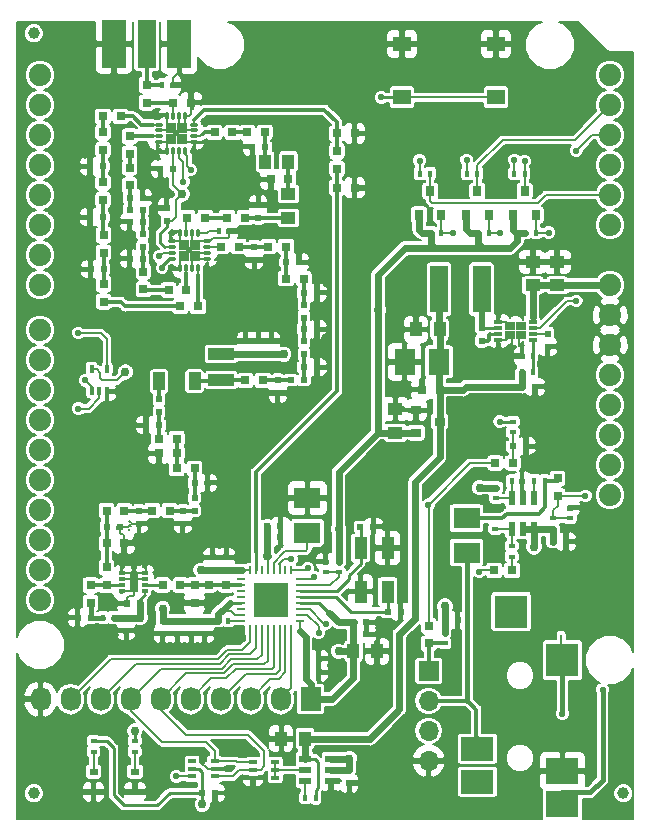
<source format=gtl>
G04 #@! TF.GenerationSoftware,KiCad,Pcbnew,(5.0.0)*
G04 #@! TF.CreationDate,2018-12-02T13:03:48-08:00*
G04 #@! TF.ProjectId,HamShield1.1,48616D536869656C64312E312E6B6963,rev?*
G04 #@! TF.SameCoordinates,PX581e980PY882a660*
G04 #@! TF.FileFunction,Copper,L1,Top,Signal*
G04 #@! TF.FilePolarity,Positive*
%FSLAX46Y46*%
G04 Gerber Fmt 4.6, Leading zero omitted, Abs format (unit mm)*
G04 Created by KiCad (PCBNEW (5.0.0)) date 12/02/18 13:03:48*
%MOMM*%
%LPD*%
G01*
G04 APERTURE LIST*
G04 #@! TA.AperFunction,ViaPad*
%ADD10C,0.838200*%
G04 #@! TD*
G04 #@! TA.AperFunction,SMDPad,CuDef*
%ADD11R,0.400000X0.600000*%
G04 #@! TD*
G04 #@! TA.AperFunction,SMDPad,CuDef*
%ADD12R,2.800000X2.000000*%
G04 #@! TD*
G04 #@! TA.AperFunction,SMDPad,CuDef*
%ADD13R,2.800000X2.200000*%
G04 #@! TD*
G04 #@! TA.AperFunction,SMDPad,CuDef*
%ADD14R,2.800000X2.800000*%
G04 #@! TD*
G04 #@! TA.AperFunction,SMDPad,CuDef*
%ADD15R,0.254000X0.762000*%
G04 #@! TD*
G04 #@! TA.AperFunction,SMDPad,CuDef*
%ADD16R,0.762000X0.254000*%
G04 #@! TD*
G04 #@! TA.AperFunction,SMDPad,CuDef*
%ADD17R,2.999740X2.999740*%
G04 #@! TD*
G04 #@! TA.AperFunction,SMDPad,CuDef*
%ADD18R,0.548640X1.198880*%
G04 #@! TD*
G04 #@! TA.AperFunction,SMDPad,CuDef*
%ADD19R,1.550000X1.300000*%
G04 #@! TD*
G04 #@! TA.AperFunction,ComponentPad*
%ADD20R,1.727200X2.032000*%
G04 #@! TD*
G04 #@! TA.AperFunction,ComponentPad*
%ADD21O,1.727200X2.032000*%
G04 #@! TD*
G04 #@! TA.AperFunction,SMDPad,CuDef*
%ADD22R,0.800000X0.750000*%
G04 #@! TD*
G04 #@! TA.AperFunction,SMDPad,CuDef*
%ADD23R,1.000760X1.501140*%
G04 #@! TD*
G04 #@! TA.AperFunction,SMDPad,CuDef*
%ADD24R,1.998980X2.999740*%
G04 #@! TD*
G04 #@! TA.AperFunction,SMDPad,CuDef*
%ADD25C,0.749300*%
G04 #@! TD*
G04 #@! TA.AperFunction,Conductor*
%ADD26C,0.150000*%
G04 #@! TD*
G04 #@! TA.AperFunction,SMDPad,CuDef*
%ADD27R,0.600000X0.500000*%
G04 #@! TD*
G04 #@! TA.AperFunction,SMDPad,CuDef*
%ADD28R,0.500000X0.600000*%
G04 #@! TD*
G04 #@! TA.AperFunction,SMDPad,CuDef*
%ADD29R,0.750000X0.800000*%
G04 #@! TD*
G04 #@! TA.AperFunction,SMDPad,CuDef*
%ADD30R,0.600000X0.400000*%
G04 #@! TD*
G04 #@! TA.AperFunction,SMDPad,CuDef*
%ADD31R,1.000000X0.600000*%
G04 #@! TD*
G04 #@! TA.AperFunction,SMDPad,CuDef*
%ADD32R,0.700000X0.420000*%
G04 #@! TD*
G04 #@! TA.AperFunction,SMDPad,CuDef*
%ADD33R,0.749300X0.398780*%
G04 #@! TD*
G04 #@! TA.AperFunction,SMDPad,CuDef*
%ADD34R,1.250000X1.000000*%
G04 #@! TD*
G04 #@! TA.AperFunction,SMDPad,CuDef*
%ADD35R,1.000000X1.250000*%
G04 #@! TD*
G04 #@! TA.AperFunction,BGAPad,CuDef*
%ADD36C,0.998220*%
G04 #@! TD*
G04 #@! TA.AperFunction,SMDPad,CuDef*
%ADD37R,2.230000X1.800000*%
G04 #@! TD*
G04 #@! TA.AperFunction,SMDPad,CuDef*
%ADD38R,0.500000X0.300000*%
G04 #@! TD*
G04 #@! TA.AperFunction,SMDPad,CuDef*
%ADD39R,0.800000X0.880000*%
G04 #@! TD*
G04 #@! TA.AperFunction,SMDPad,CuDef*
%ADD40R,1.800000X2.230000*%
G04 #@! TD*
G04 #@! TA.AperFunction,SMDPad,CuDef*
%ADD41R,1.500000X4.000000*%
G04 #@! TD*
G04 #@! TA.AperFunction,SMDPad,CuDef*
%ADD42R,0.750000X0.300000*%
G04 #@! TD*
G04 #@! TA.AperFunction,SMDPad,CuDef*
%ADD43R,0.875000X0.725000*%
G04 #@! TD*
G04 #@! TA.AperFunction,SMDPad,CuDef*
%ADD44R,0.800000X0.600000*%
G04 #@! TD*
G04 #@! TA.AperFunction,ComponentPad*
%ADD45R,1.700000X1.700000*%
G04 #@! TD*
G04 #@! TA.AperFunction,ComponentPad*
%ADD46O,1.700000X1.700000*%
G04 #@! TD*
G04 #@! TA.AperFunction,SMDPad,CuDef*
%ADD47R,0.800000X0.900000*%
G04 #@! TD*
G04 #@! TA.AperFunction,SMDPad,CuDef*
%ADD48R,0.900000X0.800000*%
G04 #@! TD*
G04 #@! TA.AperFunction,SMDPad,CuDef*
%ADD49R,1.099820X1.899920*%
G04 #@! TD*
G04 #@! TA.AperFunction,SMDPad,CuDef*
%ADD50R,2.200000X1.000000*%
G04 #@! TD*
G04 #@! TA.AperFunction,ComponentPad*
%ADD51C,1.879600*%
G04 #@! TD*
G04 #@! TA.AperFunction,SMDPad,CuDef*
%ADD52R,2.000000X4.064000*%
G04 #@! TD*
G04 #@! TA.AperFunction,SMDPad,CuDef*
%ADD53R,1.524000X4.064000*%
G04 #@! TD*
G04 #@! TA.AperFunction,SMDPad,CuDef*
%ADD54R,0.400000X0.650000*%
G04 #@! TD*
G04 #@! TA.AperFunction,SMDPad,CuDef*
%ADD55O,0.300000X0.750000*%
G04 #@! TD*
G04 #@! TA.AperFunction,SMDPad,CuDef*
%ADD56O,0.750000X0.300000*%
G04 #@! TD*
G04 #@! TA.AperFunction,SMDPad,CuDef*
%ADD57R,0.900000X0.900000*%
G04 #@! TD*
G04 #@! TA.AperFunction,ViaPad*
%ADD58C,0.558800*%
G04 #@! TD*
G04 #@! TA.AperFunction,ViaPad*
%ADD59C,0.750000*%
G04 #@! TD*
G04 #@! TA.AperFunction,Conductor*
%ADD60C,0.203200*%
G04 #@! TD*
G04 #@! TA.AperFunction,Conductor*
%ADD61C,0.175260*%
G04 #@! TD*
G04 #@! TA.AperFunction,Conductor*
%ADD62C,0.248920*%
G04 #@! TD*
G04 #@! TA.AperFunction,Conductor*
%ADD63C,0.599440*%
G04 #@! TD*
G04 #@! TA.AperFunction,Conductor*
%ADD64C,0.226060*%
G04 #@! TD*
G04 #@! TA.AperFunction,Conductor*
%ADD65C,0.200660*%
G04 #@! TD*
G04 #@! TA.AperFunction,Conductor*
%ADD66C,0.330000*%
G04 #@! TD*
G04 #@! TA.AperFunction,Conductor*
%ADD67C,0.314960*%
G04 #@! TD*
G04 #@! TA.AperFunction,Conductor*
%ADD68C,0.398780*%
G04 #@! TD*
G04 #@! TA.AperFunction,Conductor*
%ADD69C,0.500000*%
G04 #@! TD*
G04 #@! TA.AperFunction,Conductor*
%ADD70C,0.200000*%
G04 #@! TD*
G04 APERTURE END LIST*
D10*
G04 #@! TO.N,GND*
G04 #@! TO.C,REF\002A\002A*
X27650000Y-6370000D03*
G04 #@! TD*
G04 #@! TO.N,GND*
G04 #@! TO.C,REF\002A\002A*
X16150000Y-2720000D03*
G04 #@! TD*
G04 #@! TO.N,GND*
G04 #@! TO.C,REF\002A\002A*
X13050000Y-2720000D03*
G04 #@! TD*
G04 #@! TO.N,GND*
G04 #@! TO.C,REF\002A\002A*
X22850000Y20430000D03*
G04 #@! TD*
G04 #@! TO.N,GND*
G04 #@! TO.C,REF\002A\002A*
X31850000Y22680000D03*
G04 #@! TD*
G04 #@! TO.N,GND*
G04 #@! TO.C,REF\002A\002A*
X34700000Y22730000D03*
G04 #@! TD*
G04 #@! TO.N,GND*
G04 #@! TO.C,REF\002A\002A*
X50850000Y39280000D03*
G04 #@! TD*
G04 #@! TO.N,GND*
G04 #@! TO.C,REF\002A\002A*
X46450000Y45830000D03*
G04 #@! TD*
G04 #@! TO.N,GND*
G04 #@! TO.C,REF\002A\002A*
X41300000Y45930000D03*
G04 #@! TD*
G04 #@! TO.N,GND*
G04 #@! TO.C,REF\002A\002A*
X37400000Y45980000D03*
G04 #@! TD*
G04 #@! TO.N,GND*
G04 #@! TO.C,REF\002A\002A*
X45700000Y51180000D03*
G04 #@! TD*
G04 #@! TO.N,GND*
G04 #@! TO.C,REF\002A\002A*
X45700000Y54180000D03*
G04 #@! TD*
G04 #@! TO.N,GND*
G04 #@! TO.C,REF\002A\002A*
X38400000Y50380000D03*
G04 #@! TD*
G04 #@! TO.N,GND*
G04 #@! TO.C,REF\002A\002A*
X43400000Y50380000D03*
G04 #@! TD*
G04 #@! TO.N,GND*
G04 #@! TO.C,REF\002A\002A*
X38300000Y-7170000D03*
G04 #@! TD*
G04 #@! TO.N,GND*
G04 #@! TO.C,REF\002A\002A*
X43100000Y-7220000D03*
G04 #@! TD*
G04 #@! TO.N,GND*
G04 #@! TO.C,REF\002A\002A*
X35600000Y-6320000D03*
G04 #@! TD*
G04 #@! TO.N,GND*
G04 #@! TO.C,REF\002A\002A*
X22800000Y41280000D03*
G04 #@! TD*
G04 #@! TO.N,GND*
G04 #@! TO.C,REF\002A\002A*
X20700000Y41330000D03*
G04 #@! TD*
G04 #@! TO.N,GND*
G04 #@! TO.C,REF\002A\002A*
X21450000Y36780000D03*
G04 #@! TD*
G04 #@! TO.N,GND*
G04 #@! TO.C,REF\002A\002A*
X23750000Y35680000D03*
G04 #@! TD*
G04 #@! TO.N,GND*
G04 #@! TO.C,REF\002A\002A*
X22000000Y38580000D03*
G04 #@! TD*
G04 #@! TO.N,GND*
G04 #@! TO.C,REF\002A\002A*
X19600000Y38830000D03*
G04 #@! TD*
G04 #@! TO.N,GND*
G04 #@! TO.C,REF\002A\002A*
X21200000Y34130000D03*
G04 #@! TD*
G04 #@! TO.N,GND*
G04 #@! TO.C,REF\002A\002A*
X19900000Y35330000D03*
G04 #@! TD*
G04 #@! TO.N,GND*
G04 #@! TO.C,REF\002A\002A*
X18400000Y34280000D03*
G04 #@! TD*
G04 #@! TO.N,GND*
G04 #@! TO.C,REF\002A\002A*
X18400000Y36680000D03*
G04 #@! TD*
G04 #@! TO.N,GND*
G04 #@! TO.C,REF\002A\002A*
X23700000Y33630000D03*
G04 #@! TD*
G04 #@! TO.N,GND*
G04 #@! TO.C,REF\002A\002A*
X23400000Y32280000D03*
G04 #@! TD*
G04 #@! TO.N,GND*
G04 #@! TO.C,REF\002A\002A*
X18900000Y32630000D03*
G04 #@! TD*
G04 #@! TO.N,GND*
G04 #@! TO.C,REF\002A\002A*
X17700000Y32580000D03*
G04 #@! TD*
G04 #@! TO.N,GND*
G04 #@! TO.C,REF\002A\002A*
X22200000Y29930000D03*
G04 #@! TD*
G04 #@! TO.N,GND*
G04 #@! TO.C,REF\002A\002A*
X20000000Y29930000D03*
G04 #@! TD*
G04 #@! TO.N,GND*
G04 #@! TO.C,REF\002A\002A*
X14150000Y28380000D03*
G04 #@! TD*
G04 #@! TO.N,GND*
G04 #@! TO.C,REF\002A\002A*
X14150000Y29830000D03*
G04 #@! TD*
G04 #@! TO.N,GND*
G04 #@! TO.C,REF\002A\002A*
X14150000Y31480000D03*
G04 #@! TD*
G04 #@! TO.N,GND*
G04 #@! TO.C,REF\002A\002A*
X14200000Y33530000D03*
G04 #@! TD*
G04 #@! TO.N,GND*
G04 #@! TO.C,REF\002A\002A*
X16050000Y31480000D03*
G04 #@! TD*
G04 #@! TO.N,GND*
G04 #@! TO.C,REF\002A\002A*
X12300000Y31480000D03*
G04 #@! TD*
G04 #@! TO.N,GND*
G04 #@! TO.C,REF\002A\002A*
X16050000Y33480000D03*
G04 #@! TD*
G04 #@! TO.N,GND*
G04 #@! TO.C,REF\002A\002A*
X12300000Y33480000D03*
G04 #@! TD*
G04 #@! TO.N,GND*
G04 #@! TO.C,REF\002A\002A*
X19550000Y20480000D03*
G04 #@! TD*
G04 #@! TO.N,GND*
G04 #@! TO.C,REF\002A\002A*
X24800000Y20730000D03*
G04 #@! TD*
G04 #@! TO.N,GND*
G04 #@! TO.C,REF\002A\002A*
X27300000Y22230000D03*
G04 #@! TD*
G04 #@! TO.N,GND*
G04 #@! TO.C,REF\002A\002A*
X29800000Y24730000D03*
G04 #@! TD*
G04 #@! TO.N,GND*
G04 #@! TO.C,REF\002A\002A*
X31050000Y3980000D03*
G04 #@! TD*
G04 #@! TO.N,GND*
G04 #@! TO.C,REF\002A\002A*
X36300000Y10730000D03*
G04 #@! TD*
G04 #@! TO.N,GND*
G04 #@! TO.C,REF\002A\002A*
X45300000Y13730000D03*
G04 #@! TD*
G04 #@! TO.N,GND*
G04 #@! TO.C,REF\002A\002A*
X48800000Y11230000D03*
G04 #@! TD*
G04 #@! TO.N,GND*
G04 #@! TO.C,REF\002A\002A*
X48800000Y8230000D03*
G04 #@! TD*
G04 #@! TO.N,GND*
G04 #@! TO.C,REF\002A\002A*
X42050000Y37230000D03*
G04 #@! TD*
G04 #@! TO.N,GND*
G04 #@! TO.C,REF\002A\002A*
X45300000Y39980000D03*
G04 #@! TD*
G04 #@! TO.N,GND*
G04 #@! TO.C,REF\002A\002A*
X42300000Y35480000D03*
G04 #@! TD*
G04 #@! TO.N,GND*
G04 #@! TO.C,REF\002A\002A*
X40800000Y29480000D03*
G04 #@! TD*
G04 #@! TO.N,GND*
G04 #@! TO.C,REF\002A\002A*
X43300000Y26480000D03*
G04 #@! TD*
G04 #@! TO.N,GND*
G04 #@! TO.C,REF\002A\002A*
X40550000Y26480000D03*
G04 #@! TD*
G04 #@! TO.N,GND*
G04 #@! TO.C,REF\002A\002A*
X37800000Y26480000D03*
G04 #@! TD*
G04 #@! TO.N,GND*
G04 #@! TO.C,REF\002A\002A*
X32300000Y32480000D03*
G04 #@! TD*
G04 #@! TO.N,GND*
G04 #@! TO.C,REF\002A\002A*
X32800000Y27980000D03*
G04 #@! TD*
G04 #@! TO.N,GND*
G04 #@! TO.C,REF\002A\002A*
X34300000Y34980000D03*
G04 #@! TD*
G04 #@! TO.N,GND*
G04 #@! TO.C,REF\002A\002A*
X38550000Y33230000D03*
G04 #@! TD*
G04 #@! TO.N,GND*
G04 #@! TO.C,REF\002A\002A*
X38550000Y30230000D03*
G04 #@! TD*
G04 #@! TO.N,GND*
G04 #@! TO.C,REF\002A\002A*
X38300000Y37980000D03*
G04 #@! TD*
G04 #@! TO.N,GND*
G04 #@! TO.C,REF\002A\002A*
X38300000Y34980000D03*
G04 #@! TD*
G04 #@! TO.N,GND*
G04 #@! TO.C,REF\002A\002A*
X32300000Y35980000D03*
G04 #@! TD*
G04 #@! TO.N,GND*
G04 #@! TO.C,REF\002A\002A*
X31300000Y39980000D03*
G04 #@! TD*
G04 #@! TO.N,GND*
G04 #@! TO.C,REF\002A\002A*
X33300000Y41230000D03*
G04 #@! TD*
G04 #@! TO.N,GND*
G04 #@! TO.C,REF\002A\002A*
X33300000Y38230000D03*
G04 #@! TD*
G04 #@! TO.N,GND*
G04 #@! TO.C,REF\002A\002A*
X26350000Y48780000D03*
G04 #@! TD*
G04 #@! TO.N,GND*
G04 #@! TO.C,REF\002A\002A*
X26350000Y46030000D03*
G04 #@! TD*
G04 #@! TO.N,GND*
G04 #@! TO.C,REF\002A\002A*
X26600000Y42530000D03*
G04 #@! TD*
G04 #@! TO.N,GND*
G04 #@! TO.C,REF\002A\002A*
X29050000Y40230000D03*
G04 #@! TD*
G04 #@! TO.N,GND*
G04 #@! TO.C,REF\002A\002A*
X32050000Y44230000D03*
G04 #@! TD*
G04 #@! TO.N,GND*
G04 #@! TO.C,REF\002A\002A*
X32050000Y47230000D03*
G04 #@! TD*
G04 #@! TO.N,GND*
G04 #@! TO.C,REF\002A\002A*
X32050000Y49730000D03*
G04 #@! TD*
G04 #@! TO.N,GND*
G04 #@! TO.C,REF\002A\002A*
X26850000Y39530000D03*
G04 #@! TD*
G04 #@! TO.N,GND*
G04 #@! TO.C,REF\002A\002A*
X28800000Y37730000D03*
G04 #@! TD*
G04 #@! TO.N,GND*
G04 #@! TO.C,REF\002A\002A*
X26800000Y30830000D03*
G04 #@! TD*
G04 #@! TO.N,GND*
G04 #@! TO.C,REF\002A\002A*
X26850000Y37030000D03*
G04 #@! TD*
G04 #@! TO.N,GND*
G04 #@! TO.C,REF\002A\002A*
X26800000Y32330000D03*
G04 #@! TD*
G04 #@! TO.N,GND*
G04 #@! TO.C,REF\002A\002A*
X28800000Y32980000D03*
G04 #@! TD*
G04 #@! TO.N,GND*
G04 #@! TO.C,REF\002A\002A*
X28800000Y35980000D03*
G04 #@! TD*
G04 #@! TO.N,GND*
G04 #@! TO.C,REF\002A\002A*
X28800000Y30480000D03*
G04 #@! TD*
G04 #@! TO.N,GND*
G04 #@! TO.C,REF\002A\002A*
X28800000Y27480000D03*
G04 #@! TD*
G04 #@! TO.N,GND*
G04 #@! TO.C,REF\002A\002A*
X24300000Y25980000D03*
G04 #@! TD*
G04 #@! TO.N,GND*
G04 #@! TO.C,REF\002A\002A*
X26550000Y27980000D03*
G04 #@! TD*
G04 #@! TO.N,GND*
G04 #@! TO.C,REF\002A\002A*
X26800000Y25230000D03*
G04 #@! TD*
G04 #@! TO.N,GND*
G04 #@! TO.C,REF\002A\002A*
X24550000Y23230000D03*
G04 #@! TD*
G04 #@! TO.N,GND*
G04 #@! TO.C,REF\002A\002A*
X22050000Y26230000D03*
G04 #@! TD*
G04 #@! TO.N,GND*
G04 #@! TO.C,REF\002A\002A*
X22050000Y24230000D03*
G04 #@! TD*
G04 #@! TO.N,GND*
G04 #@! TO.C,REF\002A\002A*
X19800000Y17230000D03*
G04 #@! TD*
G04 #@! TO.N,GND*
G04 #@! TO.C,REF\002A\002A*
X21800000Y18230000D03*
G04 #@! TD*
G04 #@! TO.N,GND*
G04 #@! TO.C,REF\002A\002A*
X19300000Y15230000D03*
G04 #@! TD*
G04 #@! TO.N,GND*
G04 #@! TO.C,REF\002A\002A*
X15800000Y16730000D03*
G04 #@! TD*
G04 #@! TO.N,GND*
G04 #@! TO.C,REF\002A\002A*
X16000000Y13730000D03*
G04 #@! TD*
G04 #@! TO.N,GND*
G04 #@! TO.C,REF\002A\002A*
X16800000Y9730000D03*
G04 #@! TD*
G04 #@! TO.N,GND*
G04 #@! TO.C,REF\002A\002A*
X16300000Y6230000D03*
G04 #@! TD*
G04 #@! TO.N,GND*
G04 #@! TO.C,REF\002A\002A*
X17800000Y7230000D03*
G04 #@! TD*
G04 #@! TO.N,GND*
G04 #@! TO.C,REF\002A\002A*
X8800000Y-270000D03*
G04 #@! TD*
G04 #@! TO.N,GND*
G04 #@! TO.C,REF\002A\002A*
X21800000Y230000D03*
G04 #@! TD*
G04 #@! TO.N,GND*
G04 #@! TO.C,REF\002A\002A*
X16300000Y230000D03*
G04 #@! TD*
G04 #@! TO.N,GND*
G04 #@! TO.C,REF\002A\002A*
X26800000Y6730000D03*
G04 #@! TD*
G04 #@! TO.N,GND*
G04 #@! TO.C,REF\002A\002A*
X29800000Y2230000D03*
G04 #@! TD*
G04 #@! TO.N,GND*
G04 #@! TO.C,REF\002A\002A*
X31300000Y730000D03*
G04 #@! TD*
G04 #@! TO.N,GND*
G04 #@! TO.C,REF\002A\002A*
X27500000Y4730000D03*
G04 #@! TD*
G04 #@! TO.N,GND*
G04 #@! TO.C,REF\002A\002A*
X33300000Y11730000D03*
G04 #@! TD*
G04 #@! TO.N,GND*
G04 #@! TO.C,REF\002A\002A*
X36300000Y14230000D03*
G04 #@! TD*
G04 #@! TO.N,GND*
G04 #@! TO.C,REF\002A\002A*
X36300000Y17230000D03*
G04 #@! TD*
G04 #@! TO.N,GND*
G04 #@! TO.C,REF\002A\002A*
X38750000Y19730000D03*
G04 #@! TD*
G04 #@! TO.N,GND*
G04 #@! TO.C,REF\002A\002A*
X36300000Y20230000D03*
G04 #@! TD*
G04 #@! TO.N,GND*
G04 #@! TO.C,REF\002A\002A*
X41300000Y23730000D03*
G04 #@! TD*
G04 #@! TO.N,GND*
G04 #@! TO.C,REF\002A\002A*
X38800000Y23730000D03*
G04 #@! TD*
G04 #@! TO.N,GND*
G04 #@! TO.C,REF\002A\002A*
X29300000Y17730000D03*
G04 #@! TD*
G04 #@! TO.N,GND*
G04 #@! TO.C,REF\002A\002A*
X29300000Y20730000D03*
G04 #@! TD*
G04 #@! TO.N,GND*
G04 #@! TO.C,REF\002A\002A*
X45800000Y26730000D03*
G04 #@! TD*
G04 #@! TO.N,GND*
G04 #@! TO.C,REF\002A\002A*
X44300000Y22230000D03*
G04 #@! TD*
G04 #@! TO.N,GND*
G04 #@! TO.C,REF\002A\002A*
X44300000Y25230000D03*
G04 #@! TD*
G04 #@! TO.N,GND*
G04 #@! TO.C,REF\002A\002A*
X32800000Y20730000D03*
G04 #@! TD*
G04 #@! TO.N,GND*
G04 #@! TO.C,REF\002A\002A*
X32800000Y17730000D03*
G04 #@! TD*
G04 #@! TO.N,GND*
G04 #@! TO.C,REF\002A\002A*
X50800000Y10230000D03*
G04 #@! TD*
G04 #@! TO.N,GND*
G04 #@! TO.C,REF\002A\002A*
X50800000Y13230000D03*
G04 #@! TD*
G04 #@! TO.N,GND*
G04 #@! TO.C,REF\002A\002A*
X40800000Y2730000D03*
G04 #@! TD*
G04 #@! TO.N,GND*
G04 #@! TO.C,REF\002A\002A*
X40800000Y5730000D03*
G04 #@! TD*
G04 #@! TO.N,GND*
G04 #@! TO.C,REF\002A\002A*
X51800000Y1230000D03*
G04 #@! TD*
G04 #@! TO.N,GND*
G04 #@! TO.C,REF\002A\002A*
X51800000Y-1770000D03*
G04 #@! TD*
G04 #@! TO.N,GND*
G04 #@! TO.C,REF\002A\002A*
X49300000Y-1770000D03*
G04 #@! TD*
G04 #@! TO.N,GND*
G04 #@! TO.C,REF\002A\002A*
X49300000Y1230000D03*
G04 #@! TD*
G04 #@! TO.N,GND*
G04 #@! TO.C,REF\002A\002A*
X21800000Y-7770000D03*
G04 #@! TD*
G04 #@! TO.N,GND*
G04 #@! TO.C,REF\002A\002A*
X14300000Y-7770000D03*
G04 #@! TD*
G04 #@! TO.N,GND*
G04 #@! TO.C,REF\002A\002A*
X12300000Y-5770000D03*
G04 #@! TD*
G04 #@! TO.N,GND*
G04 #@! TO.C,REF\002A\002A*
X18800000Y-2270000D03*
G04 #@! TD*
G04 #@! TO.N,GND*
G04 #@! TO.C,REF\002A\002A*
X30800000Y-3270000D03*
G04 #@! TD*
G04 #@! TO.N,GND*
G04 #@! TO.C,REF\002A\002A*
X30800000Y-6270000D03*
G04 #@! TD*
G04 #@! TO.N,GND*
G04 #@! TO.C,REF\002A\002A*
X2800000Y-4270000D03*
G04 #@! TD*
G04 #@! TO.N,GND*
G04 #@! TO.C,REF\002A\002A*
X2800000Y-1270000D03*
G04 #@! TD*
G04 #@! TO.N,GND*
G04 #@! TO.C,REF\002A\002A*
X4290000Y13980000D03*
G04 #@! TD*
G04 #@! TO.N,GND*
G04 #@! TO.C,REF\002A\002A*
X4320000Y11400000D03*
G04 #@! TD*
G04 #@! TO.N,GND*
G04 #@! TO.C,REF\002A\002A*
X4300000Y26230000D03*
G04 #@! TD*
G04 #@! TO.N,GND*
G04 #@! TO.C,REF\002A\002A*
X4300000Y23230000D03*
G04 #@! TD*
G04 #@! TO.N,GND*
G04 #@! TO.C,REF\002A\002A*
X4300000Y16230000D03*
G04 #@! TD*
G04 #@! TO.N,GND*
G04 #@! TO.C,REF\002A\002A*
X4300000Y19230000D03*
G04 #@! TD*
G04 #@! TO.N,GND*
G04 #@! TO.C,REF\002A\002A*
X4300000Y33730000D03*
G04 #@! TD*
G04 #@! TO.N,GND*
G04 #@! TO.C,REF\002A\002A*
X4300000Y30730000D03*
G04 #@! TD*
G04 #@! TO.N,GND*
G04 #@! TO.C,REF\002A\002A*
X4300000Y37730000D03*
G04 #@! TD*
G04 #@! TO.N,GND*
G04 #@! TO.C,REF\002A\002A*
X4300000Y40730000D03*
G04 #@! TD*
G04 #@! TO.N,GND*
G04 #@! TO.C,REF\002A\002A*
X11300000Y6730000D03*
G04 #@! TD*
G04 #@! TO.N,GND*
G04 #@! TO.C,REF\002A\002A*
X8800000Y7230000D03*
G04 #@! TD*
G04 #@! TO.N,GND*
G04 #@! TO.C,REF\002A\002A*
X8300000Y10230000D03*
G04 #@! TD*
G04 #@! TO.N,GND*
G04 #@! TO.C,REF\002A\002A*
X12800000Y12730000D03*
G04 #@! TD*
G04 #@! TO.N,GND*
G04 #@! TO.C,REF\002A\002A*
X9300000Y13730000D03*
G04 #@! TD*
G04 #@! TO.N,GND*
G04 #@! TO.C,REF\002A\002A*
X10800000Y15230000D03*
G04 #@! TD*
G04 #@! TO.N,GND*
G04 #@! TO.C,REF\002A\002A*
X13300000Y15730000D03*
G04 #@! TD*
G04 #@! TO.N,GND*
G04 #@! TO.C,REF\002A\002A*
X17300000Y18730000D03*
G04 #@! TD*
G04 #@! TO.N,GND*
G04 #@! TO.C,REF\002A\002A*
X17800000Y21230000D03*
G04 #@! TD*
G04 #@! TO.N,GND*
G04 #@! TO.C,REF\002A\002A*
X19800000Y22730000D03*
G04 #@! TD*
G04 #@! TO.N,GND*
G04 #@! TO.C,REF\002A\002A*
X16800000Y22730000D03*
G04 #@! TD*
G04 #@! TO.N,GND*
G04 #@! TO.C,REF\002A\002A*
X16800000Y24730000D03*
G04 #@! TD*
G04 #@! TO.N,GND*
G04 #@! TO.C,REF\002A\002A*
X19800000Y24730000D03*
G04 #@! TD*
G04 #@! TO.N,GND*
G04 #@! TO.C,REF\002A\002A*
X19800000Y26730000D03*
G04 #@! TD*
G04 #@! TO.N,GND*
G04 #@! TO.C,REF\002A\002A*
X16800000Y26730000D03*
G04 #@! TD*
G04 #@! TO.N,GND*
G04 #@! TO.C,REF\002A\002A*
X14300000Y26730000D03*
G04 #@! TD*
G04 #@! TO.N,GND*
G04 #@! TO.C,REF\002A\002A*
X12800000Y21230000D03*
G04 #@! TD*
G04 #@! TO.N,GND*
G04 #@! TO.C,REF\002A\002A*
X14300000Y19730000D03*
G04 #@! TD*
G04 #@! TO.N,GND*
G04 #@! TO.C,REF\002A\002A*
X9500000Y31480000D03*
G04 #@! TD*
G04 #@! TO.N,GND*
G04 #@! TO.C,REF\002A\002A*
X9900000Y34130000D03*
G04 #@! TD*
G04 #@! TO.N,GND*
G04 #@! TO.C,REF\002A\002A*
X10300000Y27730000D03*
G04 #@! TD*
G04 #@! TO.N,GND*
G04 #@! TO.C,REF\002A\002A*
X10300000Y24730000D03*
G04 #@! TD*
G04 #@! TO.N,GND*
G04 #@! TO.C,REF\002A\002A*
X10300000Y18730000D03*
G04 #@! TD*
G04 #@! TO.N,GND*
G04 #@! TO.C,REF\002A\002A*
X10300000Y21730000D03*
G04 #@! TD*
G04 #@! TO.N,GND*
G04 #@! TO.C,REF\002A\002A*
X7300000Y21730000D03*
G04 #@! TD*
G04 #@! TO.N,GND*
G04 #@! TO.C,REF\002A\002A*
X7300000Y18730000D03*
G04 #@! TD*
G04 #@! TO.N,GND*
G04 #@! TO.C,REF\002A\002A*
X7300000Y24730000D03*
G04 #@! TD*
G04 #@! TO.N,GND*
G04 #@! TO.C,REF\002A\002A*
X7300000Y34230000D03*
G04 #@! TD*
G04 #@! TO.N,GND*
G04 #@! TO.C,REF\002A\002A*
X7300000Y31230000D03*
G04 #@! TD*
G04 #@! TO.N,GND*
G04 #@! TO.C,REF\002A\002A*
X9050000Y50030000D03*
G04 #@! TD*
G04 #@! TO.N,GND*
G04 #@! TO.C,REF\002A\002A*
X12150000Y47780000D03*
G04 #@! TD*
G04 #@! TO.N,GND*
G04 #@! TO.C,REF\002A\002A*
X13350000Y44480000D03*
G04 #@! TD*
G04 #@! TO.N,GND*
G04 #@! TO.C,REF\002A\002A*
X15600000Y43780000D03*
G04 #@! TD*
G04 #@! TO.N,GND*
G04 #@! TO.C,REF\002A\002A*
X9100000Y42280000D03*
G04 #@! TD*
G04 #@! TO.N,GND*
G04 #@! TO.C,REF\002A\002A*
X9100000Y40280000D03*
G04 #@! TD*
G04 #@! TO.N,GND*
G04 #@! TO.C,REF\002A\002A*
X10100000Y37780000D03*
G04 #@! TD*
G04 #@! TO.N,GND*
G04 #@! TO.C,REF\002A\002A*
X10100000Y36280000D03*
G04 #@! TD*
G04 #@! TO.N,GND*
G04 #@! TO.C,REF\002A\002A*
X6400000Y39280000D03*
G04 #@! TD*
G04 #@! TO.N,GND*
G04 #@! TO.C,REF\002A\002A*
X6700000Y43680000D03*
G04 #@! TD*
G04 #@! TO.N,GND*
G04 #@! TO.C,REF\002A\002A*
X6400000Y41280000D03*
G04 #@! TD*
G04 #@! TO.N,GND*
G04 #@! TO.C,REF\002A\002A*
X4950000Y45430000D03*
G04 #@! TD*
G04 #@! TO.N,GND*
G04 #@! TO.C,REF\002A\002A*
X9100000Y44280000D03*
G04 #@! TD*
G04 #@! TO.N,GND*
G04 #@! TO.C,REF\002A\002A*
X9100000Y47280000D03*
G04 #@! TD*
G04 #@! TO.N,GND*
G04 #@! TO.C,REF\002A\002A*
X6300000Y50580000D03*
G04 #@! TD*
G04 #@! TO.N,GND*
G04 #@! TO.C,REF\002A\002A*
X6350000Y47930000D03*
G04 #@! TD*
G04 #@! TO.N,GND*
G04 #@! TO.C,REF\002A\002A*
X18100000Y45280000D03*
G04 #@! TD*
G04 #@! TO.N,GND*
G04 #@! TO.C,REF\002A\002A*
X19600000Y44280000D03*
G04 #@! TD*
G04 #@! TO.N,GND*
G04 #@! TO.C,REF\002A\002A*
X16050000Y45830000D03*
G04 #@! TD*
G04 #@! TO.N,GND*
G04 #@! TO.C,REF\002A\002A*
X18100000Y47280000D03*
G04 #@! TD*
G04 #@! TO.N,GND*
G04 #@! TO.C,REF\002A\002A*
X16100000Y47280000D03*
G04 #@! TD*
G04 #@! TO.N,GND*
G04 #@! TO.C,REF\002A\002A*
X23000000Y50630000D03*
G04 #@! TD*
G04 #@! TO.N,GND*
G04 #@! TO.C,REF\002A\002A*
X9100000Y53780000D03*
G04 #@! TD*
G04 #@! TO.N,GND*
G04 #@! TO.C,REF\002A\002A*
X16600000Y53780000D03*
G04 #@! TD*
G04 #@! TO.N,GND*
G04 #@! TO.C,REF\002A\002A*
X25050000Y44780000D03*
G04 #@! TD*
G04 #@! TO.N,GND*
G04 #@! TO.C,REF\002A\002A*
X25100000Y41280000D03*
G04 #@! TD*
G04 #@! TO.N,GND*
G04 #@! TO.C,REF\002A\002A*
X29100000Y46280000D03*
G04 #@! TD*
G04 #@! TO.N,GND*
G04 #@! TO.C,REF\002A\002A*
X29100000Y43280000D03*
G04 #@! TD*
G04 #@! TO.N,GND*
G04 #@! TO.C,REF\002A\002A*
X29100000Y51280000D03*
G04 #@! TD*
G04 #@! TO.N,GND*
G04 #@! TO.C,REF\002A\002A*
X29100000Y48280000D03*
G04 #@! TD*
G04 #@! TO.N,GND*
G04 #@! TO.C,REF\002A\002A*
X24600000Y49780000D03*
G04 #@! TD*
G04 #@! TO.N,GND*
G04 #@! TO.C,REF\002A\002A*
X25050000Y46780000D03*
G04 #@! TD*
G04 #@! TO.N,GND*
G04 #@! TO.C,REF\002A\002A*
X36600000Y57780000D03*
G04 #@! TD*
G04 #@! TO.N,GND*
G04 #@! TO.C,REF\002A\002A*
X36600000Y54780000D03*
G04 #@! TD*
G04 #@! TO.N,GND*
G04 #@! TO.C,REF\002A\002A*
X26600000Y54780000D03*
G04 #@! TD*
G04 #@! TO.N,GND*
G04 #@! TO.C,REF\002A\002A*
X26600000Y57780000D03*
G04 #@! TD*
G04 #@! TO.N,GND*
G04 #@! TO.C,REF\002A\002A*
X21600000Y57780000D03*
G04 #@! TD*
G04 #@! TO.N,GND*
G04 #@! TO.C,REF\002A\002A*
X21600000Y54780000D03*
G04 #@! TD*
G04 #@! TO.N,GND*
G04 #@! TO.C,REF\002A\002A*
X5600000Y54780000D03*
G04 #@! TD*
G04 #@! TO.N,GND*
G04 #@! TO.C,REF\002A\002A*
X5600000Y57780000D03*
G04 #@! TD*
D11*
G04 #@! TO.P,R36,1*
G04 #@! TO.N,Net-(Q7-Pad3)*
X43600000Y46280000D03*
G04 #@! TO.P,R36,2*
G04 #@! TO.N,+5VL*
X42700000Y46280000D03*
G04 #@! TD*
D12*
G04 #@! TO.P,J2,6*
G04 #@! TO.N,N/C*
X39600000Y-5220000D03*
G04 #@! TO.P,J2,3*
G04 #@! TO.N,Net-(C93-Pad2)*
X39600000Y-2420000D03*
D13*
G04 #@! TO.P,J2,4*
G04 #@! TO.N,GND*
X46800000Y-4320000D03*
G04 #@! TO.P,J2,1*
G04 #@! TO.N,Net-(C94-Pad2)*
X46800000Y-7120000D03*
D14*
G04 #@! TO.P,J2,2*
G04 #@! TO.N,Net-(J2-Pad2)*
X46800000Y5080000D03*
G04 #@! TO.P,J2,5*
G04 #@! TO.N,N/C*
X42450000Y9180000D03*
G04 #@! TD*
D15*
G04 #@! TO.P,U1,31*
G04 #@! TO.N,/GPIO1*
X23349680Y7680640D03*
G04 #@! TO.P,U1,30*
G04 #@! TO.N,/GPIO2*
X22849300Y7680640D03*
G04 #@! TO.P,U1,29*
G04 #@! TO.N,/GPIO3*
X22348920Y7680640D03*
G04 #@! TO.P,U1,32*
G04 #@! TO.N,/GPIO0*
X23850060Y7680640D03*
D16*
G04 #@! TO.P,U1,1*
G04 #@! TO.N,VCC*
X24599360Y8429940D03*
G04 #@! TO.P,U1,2*
G04 #@! TO.N,/SCLK*
X24599360Y8930320D03*
G04 #@! TO.P,U1,3*
G04 #@! TO.N,/SDIO*
X24599360Y9430700D03*
G04 #@! TO.P,U1,4*
G04 #@! TO.N,VCC*
X24599360Y9931080D03*
G04 #@! TO.P,U1,5*
G04 #@! TO.N,Net-(C9-Pad1)*
X24599360Y10428920D03*
G04 #@! TO.P,U1,6*
G04 #@! TO.N,Net-(C10-Pad1)*
X24599360Y10929300D03*
G04 #@! TO.P,U1,7*
G04 #@! TO.N,/MODE*
X24599360Y11429680D03*
G04 #@! TO.P,U1,8*
G04 #@! TO.N,/nSEN*
X24599360Y11930060D03*
D15*
G04 #@! TO.P,U1,16*
G04 #@! TO.N,VCC*
X20349940Y12679360D03*
G04 #@! TO.P,U1,9*
G04 #@! TO.N,/AFOUT*
X23850060Y12679360D03*
G04 #@! TO.P,U1,10*
G04 #@! TO.N,N/C*
X23349680Y12679360D03*
G04 #@! TO.P,U1,11*
G04 #@! TO.N,/MIC_IN*
X22849300Y12679360D03*
G04 #@! TO.P,U1,12*
G04 #@! TO.N,Net-(C11-Pad1)*
X22348920Y12679360D03*
G04 #@! TO.P,U1,13*
G04 #@! TO.N,VCC*
X21851080Y12679360D03*
G04 #@! TO.P,U1,14*
G04 #@! TO.N,N/C*
X21350700Y12679360D03*
G04 #@! TO.P,U1,15*
G04 #@! TO.N,/RFin*
X20850320Y12679360D03*
D16*
G04 #@! TO.P,U1,17*
G04 #@! TO.N,N/C*
X19600640Y11930060D03*
G04 #@! TO.P,U1,18*
G04 #@! TO.N,/RF Front End/RF_OUT*
X19600640Y11429680D03*
G04 #@! TO.P,U1,19*
G04 #@! TO.N,N/C*
X19600640Y10929300D03*
G04 #@! TO.P,U1,20*
X19600640Y10428920D03*
G04 #@! TO.P,U1,21*
G04 #@! TO.N,VCC*
X19600640Y9931080D03*
G04 #@! TO.P,U1,22*
G04 #@! TO.N,N/C*
X19600640Y9430700D03*
G04 #@! TO.P,U1,23*
G04 #@! TO.N,VCC*
X19600640Y8930320D03*
G04 #@! TO.P,U1,24*
G04 #@! TO.N,/PDN*
X19600640Y8429940D03*
D15*
G04 #@! TO.P,U1,25*
G04 #@! TO.N,/GPIO7*
X20349940Y7680640D03*
G04 #@! TO.P,U1,26*
G04 #@! TO.N,/GPIO6*
X20850320Y7680640D03*
G04 #@! TO.P,U1,27*
G04 #@! TO.N,/GPIO5*
X21350700Y7680640D03*
G04 #@! TO.P,U1,28*
G04 #@! TO.N,/GPIO4*
X21851080Y7680640D03*
D17*
G04 #@! TO.P,U1,33*
G04 #@! TO.N,GND*
X22100000Y10180000D03*
G04 #@! TD*
D18*
G04 #@! TO.P,U3,3*
G04 #@! TO.N,Net-(R12-Pad2)*
X42510040Y18777940D03*
G04 #@! TO.P,U3,2*
G04 #@! TO.N,GND*
X43460000Y18777940D03*
G04 #@! TO.P,U3,1*
G04 #@! TO.N,Net-(R23-Pad1)*
X44409960Y18777940D03*
G04 #@! TO.P,U3,6*
G04 #@! TO.N,VCC*
X44409960Y16182060D03*
G04 #@! TO.P,U3,5*
X43460000Y16182060D03*
G04 #@! TO.P,U3,4*
G04 #@! TO.N,Net-(R13-Pad1)*
X42510040Y16182060D03*
G04 #@! TD*
D19*
G04 #@! TO.P,S1,1*
G04 #@! TO.N,Net-(S1-Pad1)*
X41175000Y52730000D03*
G04 #@! TO.P,S1,2*
X33225000Y52730000D03*
G04 #@! TO.P,S1,3*
G04 #@! TO.N,GND*
X33225000Y57230000D03*
G04 #@! TO.P,S1,4*
X41175000Y57230000D03*
G04 #@! TD*
D20*
G04 #@! TO.P,P1,1*
G04 #@! TO.N,VCC*
X25480000Y1780000D03*
D21*
G04 #@! TO.P,P1,2*
G04 #@! TO.N,/GPIO0*
X22940000Y1780000D03*
G04 #@! TO.P,P1,3*
G04 #@! TO.N,/GPIO1*
X20400000Y1780000D03*
G04 #@! TO.P,P1,4*
G04 #@! TO.N,/GPIO2*
X17860000Y1780000D03*
G04 #@! TO.P,P1,5*
G04 #@! TO.N,/GPIO3*
X15320000Y1780000D03*
G04 #@! TO.P,P1,6*
G04 #@! TO.N,/GPIO4*
X12780000Y1780000D03*
G04 #@! TO.P,P1,7*
G04 #@! TO.N,/GPIO5*
X10240000Y1780000D03*
G04 #@! TO.P,P1,8*
G04 #@! TO.N,/GPIO6*
X7700000Y1780000D03*
G04 #@! TO.P,P1,9*
G04 #@! TO.N,/GPIO7*
X5160000Y1780000D03*
G04 #@! TO.P,P1,10*
G04 #@! TO.N,GND*
X2620000Y1780000D03*
G04 #@! TD*
D22*
G04 #@! TO.P,C20,1*
G04 #@! TO.N,+5V*
X36400000Y27980000D03*
G04 #@! TO.P,C20,2*
G04 #@! TO.N,GND*
X34900000Y27980000D03*
G04 #@! TD*
D23*
G04 #@! TO.P,U9,1*
G04 #@! TO.N,/RF Front End/S2_IN*
X12648860Y28678340D03*
G04 #@! TO.P,U9,2*
G04 #@! TO.N,GND*
X14150000Y28678340D03*
G04 #@! TO.P,U9,3*
G04 #@! TO.N,Net-(L15-Pad1)*
X15651140Y28678340D03*
D24*
G04 #@! TO.P,U9,2*
G04 #@! TO.N,GND*
X14150000Y31629820D03*
D25*
X14150000Y29780700D03*
D26*
G04 #@! TD*
G04 #@! TO.N,GND*
G04 #@! TO.C,U9*
G36*
X15150760Y30155350D02*
X14650380Y29406050D01*
X13649620Y29406050D01*
X13149240Y30155350D01*
X15150760Y30155350D01*
X15150760Y30155350D01*
G37*
D27*
G04 #@! TO.P,C1,1*
G04 #@! TO.N,VCC*
X25060000Y5190000D03*
G04 #@! TO.P,C1,2*
G04 #@! TO.N,GND*
X26160000Y5190000D03*
G04 #@! TD*
G04 #@! TO.P,C2,1*
G04 #@! TO.N,VCC*
X25060000Y4040000D03*
G04 #@! TO.P,C2,2*
G04 #@! TO.N,GND*
X26160000Y4040000D03*
G04 #@! TD*
D28*
G04 #@! TO.P,C3,1*
G04 #@! TO.N,VCC*
X16500000Y8430000D03*
G04 #@! TO.P,C3,2*
G04 #@! TO.N,GND*
X16500000Y7330000D03*
G04 #@! TD*
G04 #@! TO.P,C4,1*
G04 #@! TO.N,VCC*
X15360000Y8430000D03*
G04 #@! TO.P,C4,2*
G04 #@! TO.N,GND*
X15360000Y7330000D03*
G04 #@! TD*
D27*
G04 #@! TO.P,C5,1*
G04 #@! TO.N,VCC*
X29100000Y8280000D03*
G04 #@! TO.P,C5,2*
G04 #@! TO.N,GND*
X30200000Y8280000D03*
G04 #@! TD*
G04 #@! TO.P,C6,1*
G04 #@! TO.N,VCC*
X29100000Y7280000D03*
G04 #@! TO.P,C6,2*
G04 #@! TO.N,GND*
X30200000Y7280000D03*
G04 #@! TD*
D28*
G04 #@! TO.P,C7,1*
G04 #@! TO.N,VCC*
X14190000Y8430000D03*
G04 #@! TO.P,C7,2*
G04 #@! TO.N,GND*
X14190000Y7330000D03*
G04 #@! TD*
G04 #@! TO.P,C8,1*
G04 #@! TO.N,VCC*
X12950000Y8430000D03*
G04 #@! TO.P,C8,2*
G04 #@! TO.N,GND*
X12950000Y7330000D03*
G04 #@! TD*
D27*
G04 #@! TO.P,C9,1*
G04 #@! TO.N,Net-(C9-Pad1)*
X32000000Y9180000D03*
G04 #@! TO.P,C9,2*
G04 #@! TO.N,GND*
X33100000Y9180000D03*
G04 #@! TD*
G04 #@! TO.P,C10,1*
G04 #@! TO.N,Net-(C10-Pad1)*
X29700000Y16380000D03*
G04 #@! TO.P,C10,2*
G04 #@! TO.N,GND*
X30800000Y16380000D03*
G04 #@! TD*
G04 #@! TO.P,C12,1*
G04 #@! TO.N,VCC*
X21820000Y15510000D03*
G04 #@! TO.P,C12,2*
G04 #@! TO.N,GND*
X22920000Y15510000D03*
G04 #@! TD*
G04 #@! TO.P,C13,1*
G04 #@! TO.N,VCC*
X21820000Y16460000D03*
G04 #@! TO.P,C13,2*
G04 #@! TO.N,GND*
X22920000Y16460000D03*
G04 #@! TD*
D28*
G04 #@! TO.P,C14,1*
G04 #@! TO.N,VCC*
X18320000Y12680000D03*
G04 #@! TO.P,C14,2*
G04 #@! TO.N,GND*
X18320000Y13780000D03*
G04 #@! TD*
G04 #@! TO.P,C15,1*
G04 #@! TO.N,VCC*
X17180000Y12680000D03*
G04 #@! TO.P,C15,2*
G04 #@! TO.N,GND*
X17180000Y13780000D03*
G04 #@! TD*
G04 #@! TO.P,C16,1*
G04 #@! TO.N,VTX*
X28750000Y-4220000D03*
G04 #@! TO.P,C16,2*
G04 #@! TO.N,GND*
X28750000Y-5320000D03*
G04 #@! TD*
D27*
G04 #@! TO.P,C17,1*
G04 #@! TO.N,GND*
X17400000Y-6170000D03*
G04 #@! TO.P,C17,2*
G04 #@! TO.N,VCC*
X16300000Y-6170000D03*
G04 #@! TD*
D29*
G04 #@! TO.P,C19,1*
G04 #@! TO.N,/RF Front End/ANT*
X11610000Y52280000D03*
G04 #@! TO.P,C19,2*
G04 #@! TO.N,Net-(C19-Pad2)*
X11610000Y53780000D03*
G04 #@! TD*
D22*
G04 #@! TO.P,C23,1*
G04 #@! TO.N,/RF Front End/70cm_IN*
X15950000Y35030000D03*
G04 #@! TO.P,C23,2*
G04 #@! TO.N,Net-(C23-Pad2)*
X14450000Y35030000D03*
G04 #@! TD*
G04 #@! TO.P,C24,1*
G04 #@! TO.N,/RF Front End/1.2m_IN*
X14950000Y36430000D03*
G04 #@! TO.P,C24,2*
G04 #@! TO.N,Net-(C24-Pad2)*
X13450000Y36430000D03*
G04 #@! TD*
G04 #@! TO.P,C25,1*
G04 #@! TO.N,/RF Front End/2m_IN*
X15050000Y42530000D03*
G04 #@! TO.P,C25,2*
G04 #@! TO.N,Net-(C25-Pad2)*
X16550000Y42530000D03*
G04 #@! TD*
D27*
G04 #@! TO.P,C31,1*
G04 #@! TO.N,VCC*
X13850000Y46680000D03*
G04 #@! TO.P,C31,2*
G04 #@! TO.N,GND*
X12750000Y46680000D03*
G04 #@! TD*
D28*
G04 #@! TO.P,C35,1*
G04 #@! TO.N,VCC*
X13300000Y42280000D03*
G04 #@! TO.P,C35,2*
G04 #@! TO.N,GND*
X13300000Y43380000D03*
G04 #@! TD*
G04 #@! TO.P,C36,1*
G04 #@! TO.N,Net-(C36-Pad1)*
X39950000Y32120000D03*
G04 #@! TO.P,C36,2*
G04 #@! TO.N,Net-(C36-Pad2)*
X39950000Y33220000D03*
G04 #@! TD*
G04 #@! TO.P,C37,1*
G04 #@! TO.N,VTX*
X21050000Y30980000D03*
G04 #@! TO.P,C37,2*
G04 #@! TO.N,GND*
X21050000Y32080000D03*
G04 #@! TD*
D27*
G04 #@! TO.P,C39,1*
G04 #@! TO.N,GND*
X47100000Y15120000D03*
G04 #@! TO.P,C39,2*
G04 #@! TO.N,VCC*
X46000000Y15120000D03*
G04 #@! TD*
D22*
G04 #@! TO.P,C40,1*
G04 #@! TO.N,/MIC_IN*
X41100000Y21780000D03*
G04 #@! TO.P,C40,2*
G04 #@! TO.N,Net-(C40-Pad2)*
X42600000Y21780000D03*
G04 #@! TD*
D27*
G04 #@! TO.P,C41,1*
G04 #@! TO.N,GND*
X43700000Y23180000D03*
G04 #@! TO.P,C41,2*
G04 #@! TO.N,Net-(C40-Pad2)*
X42600000Y23180000D03*
G04 #@! TD*
G04 #@! TO.P,C43,1*
G04 #@! TO.N,GND*
X37930000Y8450000D03*
G04 #@! TO.P,C43,2*
G04 #@! TO.N,VTX*
X36830000Y8450000D03*
G04 #@! TD*
G04 #@! TO.P,C56,1*
G04 #@! TO.N,Net-(C56-Pad1)*
X11250000Y39080000D03*
G04 #@! TO.P,C56,2*
G04 #@! TO.N,GND*
X10150000Y39080000D03*
G04 #@! TD*
G04 #@! TO.P,C59,1*
G04 #@! TO.N,Net-(C59-Pad1)*
X7900000Y42580000D03*
G04 #@! TO.P,C59,2*
G04 #@! TO.N,GND*
X6800000Y42580000D03*
G04 #@! TD*
G04 #@! TO.P,C60,1*
G04 #@! TO.N,Net-(C60-Pad1)*
X11250000Y42180000D03*
G04 #@! TO.P,C60,2*
G04 #@! TO.N,GND*
X10150000Y42180000D03*
G04 #@! TD*
D29*
G04 #@! TO.P,C94,1*
G04 #@! TO.N,/MIC_IN*
X35460000Y8000000D03*
G04 #@! TO.P,C94,2*
G04 #@! TO.N,Net-(C94-Pad2)*
X35460000Y6500000D03*
G04 #@! TD*
D11*
G04 #@! TO.P,R3,1*
G04 #@! TO.N,/PDN*
X18500000Y8430000D03*
G04 #@! TO.P,R3,2*
G04 #@! TO.N,VCC*
X17600000Y8430000D03*
G04 #@! TD*
D30*
G04 #@! TO.P,R12,1*
G04 #@! TO.N,VCC*
X41180000Y19690000D03*
G04 #@! TO.P,R12,2*
G04 #@! TO.N,Net-(R12-Pad2)*
X41180000Y18790000D03*
G04 #@! TD*
G04 #@! TO.P,R13,1*
G04 #@! TO.N,Net-(R13-Pad1)*
X41100000Y16180000D03*
G04 #@! TO.P,R13,2*
G04 #@! TO.N,Net-(C42-Pad1)*
X41100000Y17080000D03*
G04 #@! TD*
D11*
G04 #@! TO.P,R23,1*
G04 #@! TO.N,Net-(R23-Pad1)*
X44410000Y20260000D03*
G04 #@! TO.P,R23,2*
G04 #@! TO.N,Net-(C42-Pad1)*
X45310000Y20260000D03*
G04 #@! TD*
D30*
G04 #@! TO.P,R24,1*
G04 #@! TO.N,Net-(C40-Pad2)*
X42600000Y24380000D03*
G04 #@! TO.P,R24,2*
G04 #@! TO.N,/User Interface/PWM_AUDIO_IN*
X42600000Y25280000D03*
G04 #@! TD*
G04 #@! TO.P,R27,1*
G04 #@! TO.N,/User Interface/ARD_AUDIO_OUT*
X46000000Y17080000D03*
G04 #@! TO.P,R27,2*
G04 #@! TO.N,VCC*
X46000000Y16180000D03*
G04 #@! TD*
G04 #@! TO.P,R28,1*
G04 #@! TO.N,/User Interface/ARD_AUDIO_OUT*
X47430000Y17090000D03*
G04 #@! TO.P,R28,2*
G04 #@! TO.N,GND*
X47430000Y17990000D03*
G04 #@! TD*
G04 #@! TO.P,R31,1*
G04 #@! TO.N,VTX*
X36830000Y7410000D03*
G04 #@! TO.P,R31,2*
G04 #@! TO.N,Net-(C94-Pad2)*
X36830000Y6510000D03*
G04 #@! TD*
D11*
G04 #@! TO.P,R37,1*
G04 #@! TO.N,Net-(Q6-Pad3)*
X39600000Y46280000D03*
G04 #@! TO.P,R37,2*
G04 #@! TO.N,+5VL*
X38700000Y46280000D03*
G04 #@! TD*
D31*
G04 #@! TO.P,Q1,1*
G04 #@! TO.N,GND*
X27200000Y-5170000D03*
G04 #@! TO.P,Q1,2*
G04 #@! TO.N,VTX*
X27200000Y-4220000D03*
G04 #@! TO.P,Q1,3*
X27200000Y-3270000D03*
G04 #@! TO.P,Q1,4*
G04 #@! TO.N,+5V*
X25000000Y-3270000D03*
G04 #@! TO.P,Q1,5*
G04 #@! TO.N,Net-(D1-Pad4)*
X25000000Y-4220000D03*
G04 #@! TO.P,Q1,6*
G04 #@! TO.N,Net-(Q1-Pad6)*
X25000000Y-5170000D03*
G04 #@! TD*
D11*
G04 #@! TO.P,R4,1*
G04 #@! TO.N,+5V*
X25900000Y-6570000D03*
G04 #@! TO.P,R4,2*
G04 #@! TO.N,Net-(Q1-Pad6)*
X25000000Y-6570000D03*
G04 #@! TD*
G04 #@! TO.P,R5,1*
G04 #@! TO.N,GND*
X18600000Y41430000D03*
G04 #@! TO.P,R5,2*
G04 #@! TO.N,Net-(R5-Pad2)*
X17700000Y41430000D03*
G04 #@! TD*
D30*
G04 #@! TO.P,R6,1*
G04 #@! TO.N,Net-(C47-Pad2)*
X42520000Y13850000D03*
G04 #@! TO.P,R6,2*
G04 #@! TO.N,Net-(R13-Pad1)*
X42520000Y14750000D03*
G04 #@! TD*
D11*
G04 #@! TO.P,R7,1*
G04 #@! TO.N,Net-(R12-Pad2)*
X42500000Y20230000D03*
G04 #@! TO.P,R7,2*
G04 #@! TO.N,GND*
X43400000Y20230000D03*
G04 #@! TD*
D32*
G04 #@! TO.P,D1,1*
G04 #@! TO.N,/GPIO5*
X20600000Y-3570000D03*
G04 #@! TO.P,D1,2*
G04 #@! TO.N,/GPIO4*
X20600000Y-4220000D03*
G04 #@! TO.P,D1,3*
G04 #@! TO.N,GND*
X20600000Y-4870000D03*
G04 #@! TO.P,D1,4*
G04 #@! TO.N,Net-(D1-Pad4)*
X22500000Y-4870000D03*
G04 #@! TO.P,D1,5*
X22500000Y-4220000D03*
G04 #@! TO.P,D1,6*
X22500000Y-3570000D03*
G04 #@! TD*
D28*
G04 #@! TO.P,C58,1*
G04 #@! TO.N,Net-(C58-Pad1)*
X21050000Y42530000D03*
G04 #@! TO.P,C58,2*
G04 #@! TO.N,GND*
X21050000Y43630000D03*
G04 #@! TD*
D33*
G04 #@! TO.P,U12,1*
G04 #@! TO.N,/GPIO4*
X17349960Y-4770240D03*
G04 #@! TO.P,U12,2*
G04 #@! TO.N,GND*
X17349960Y-4120000D03*
G04 #@! TO.P,U12,3*
G04 #@! TO.N,/GPIO5*
X17349960Y-3469760D03*
G04 #@! TO.P,U12,4*
G04 #@! TO.N,N/C*
X15450040Y-3469760D03*
G04 #@! TO.P,U12,5*
G04 #@! TO.N,VCC*
X15450040Y-4120000D03*
G04 #@! TO.P,U12,6*
G04 #@! TO.N,/Y1*
X15450040Y-4770240D03*
G04 #@! TD*
D22*
G04 #@! TO.P,C61,1*
G04 #@! TO.N,Net-(C61-Pad1)*
X23600000Y45780000D03*
G04 #@! TO.P,C61,2*
G04 #@! TO.N,GND*
X22100000Y45780000D03*
G04 #@! TD*
G04 #@! TO.P,C67,1*
G04 #@! TO.N,/RF Front End/70cm_OUT*
X9400000Y51130000D03*
G04 #@! TO.P,C67,2*
G04 #@! TO.N,Net-(C67-Pad2)*
X7900000Y51130000D03*
G04 #@! TD*
D29*
G04 #@! TO.P,C73,1*
G04 #@! TO.N,/RF Front End/STAGE1_OUT*
X8200000Y12930000D03*
G04 #@! TO.P,C73,2*
G04 #@! TO.N,Net-(C73-Pad2)*
X8200000Y11430000D03*
G04 #@! TD*
G04 #@! TO.P,L18,1*
G04 #@! TO.N,Net-(C53-Pad1)*
X7950000Y36930000D03*
G04 #@! TO.P,L18,2*
G04 #@! TO.N,Net-(C23-Pad2)*
X7950000Y35430000D03*
G04 #@! TD*
G04 #@! TO.P,L19,1*
G04 #@! TO.N,Net-(C56-Pad1)*
X11300000Y37980000D03*
G04 #@! TO.P,L19,2*
G04 #@! TO.N,Net-(C24-Pad2)*
X11300000Y36480000D03*
G04 #@! TD*
G04 #@! TO.P,L21,1*
G04 #@! TO.N,Net-(C59-Pad1)*
X7950000Y41080000D03*
G04 #@! TO.P,L21,2*
G04 #@! TO.N,Net-(C53-Pad1)*
X7950000Y39580000D03*
G04 #@! TD*
G04 #@! TO.P,L24,1*
G04 #@! TO.N,Net-(C62-Pad1)*
X7900000Y45530000D03*
G04 #@! TO.P,L24,2*
G04 #@! TO.N,Net-(C59-Pad1)*
X7900000Y44030000D03*
G04 #@! TD*
G04 #@! TO.P,L27,1*
G04 #@! TO.N,Net-(C67-Pad2)*
X7900000Y49780000D03*
G04 #@! TO.P,L27,2*
G04 #@! TO.N,Net-(C62-Pad1)*
X7900000Y48280000D03*
G04 #@! TD*
G04 #@! TO.P,L28,1*
G04 #@! TO.N,Net-(C68-Pad2)*
X10150000Y46780000D03*
G04 #@! TO.P,L28,2*
G04 #@! TO.N,Net-(C63-Pad1)*
X10150000Y45280000D03*
G04 #@! TD*
D28*
G04 #@! TO.P,C30,1*
G04 #@! TO.N,VTX*
X19950000Y30980000D03*
G04 #@! TO.P,C30,2*
G04 #@! TO.N,GND*
X19950000Y32080000D03*
G04 #@! TD*
G04 #@! TO.P,C46,1*
G04 #@! TO.N,Net-(C46-Pad1)*
X20700000Y40080000D03*
G04 #@! TO.P,C46,2*
G04 #@! TO.N,GND*
X20700000Y38980000D03*
G04 #@! TD*
G04 #@! TO.P,C51,1*
G04 #@! TO.N,VTX*
X22150000Y30980000D03*
G04 #@! TO.P,C51,2*
G04 #@! TO.N,GND*
X22150000Y32080000D03*
G04 #@! TD*
D27*
G04 #@! TO.P,C53,1*
G04 #@! TO.N,Net-(C53-Pad1)*
X7950000Y38180000D03*
G04 #@! TO.P,C53,2*
G04 #@! TO.N,GND*
X6850000Y38180000D03*
G04 #@! TD*
G04 #@! TO.P,C62,1*
G04 #@! TO.N,Net-(C62-Pad1)*
X7900000Y46880000D03*
G04 #@! TO.P,C62,2*
G04 #@! TO.N,GND*
X6800000Y46880000D03*
G04 #@! TD*
G04 #@! TO.P,C63,1*
G04 #@! TO.N,Net-(C63-Pad1)*
X10150000Y44180000D03*
G04 #@! TO.P,C63,2*
G04 #@! TO.N,GND*
X11250000Y44180000D03*
G04 #@! TD*
G04 #@! TO.P,C66,1*
G04 #@! TO.N,Net-(C66-Pad1)*
X21650000Y48530000D03*
G04 #@! TO.P,C66,2*
G04 #@! TO.N,GND*
X20550000Y48530000D03*
G04 #@! TD*
D29*
G04 #@! TO.P,C68,1*
G04 #@! TO.N,/RF Front End/1.2m_OUT*
X10150000Y49430000D03*
G04 #@! TO.P,C68,2*
G04 #@! TO.N,Net-(C68-Pad2)*
X10150000Y47930000D03*
G04 #@! TD*
D22*
G04 #@! TO.P,C70,1*
G04 #@! TO.N,/RF Front End/2m_OUT*
X17350000Y49780000D03*
G04 #@! TO.P,C70,2*
G04 #@! TO.N,Net-(C70-Pad2)*
X18850000Y49780000D03*
G04 #@! TD*
G04 #@! TO.P,C71,1*
G04 #@! TO.N,Net-(C71-Pad1)*
X12950000Y11430000D03*
G04 #@! TO.P,C71,2*
G04 #@! TO.N,/RF Front End/RF_OUT*
X14450000Y11430000D03*
G04 #@! TD*
D27*
G04 #@! TO.P,C72,1*
G04 #@! TO.N,Net-(C72-Pad1)*
X24900000Y29880000D03*
G04 #@! TO.P,C72,2*
G04 #@! TO.N,GND*
X26000000Y29880000D03*
G04 #@! TD*
G04 #@! TO.P,C75,1*
G04 #@! TO.N,Net-(C75-Pad1)*
X6850000Y8680000D03*
G04 #@! TO.P,C75,2*
G04 #@! TO.N,GND*
X5750000Y8680000D03*
G04 #@! TD*
D28*
G04 #@! TO.P,C76,1*
G04 #@! TO.N,VTX*
X9850000Y8680000D03*
G04 #@! TO.P,C76,2*
G04 #@! TO.N,GND*
X9850000Y7580000D03*
G04 #@! TD*
G04 #@! TO.P,L22,1*
G04 #@! TO.N,Net-(C60-Pad1)*
X11250000Y41180000D03*
G04 #@! TO.P,L22,2*
G04 #@! TO.N,Net-(C56-Pad1)*
X11250000Y40080000D03*
G04 #@! TD*
D34*
G04 #@! TO.P,L23,1*
G04 #@! TO.N,Net-(C61-Pad1)*
X23600000Y44530000D03*
G04 #@! TO.P,L23,2*
G04 #@! TO.N,Net-(C58-Pad1)*
X23600000Y42530000D03*
G04 #@! TD*
D27*
G04 #@! TO.P,L25,1*
G04 #@! TO.N,Net-(C63-Pad1)*
X10150000Y43180000D03*
G04 #@! TO.P,L25,2*
G04 #@! TO.N,Net-(C60-Pad1)*
X11250000Y43180000D03*
G04 #@! TD*
D35*
G04 #@! TO.P,L26,1*
G04 #@! TO.N,Net-(C66-Pad1)*
X21600000Y47280000D03*
G04 #@! TO.P,L26,2*
G04 #@! TO.N,Net-(C61-Pad1)*
X23600000Y47280000D03*
G04 #@! TD*
D27*
G04 #@! TO.P,C74,1*
G04 #@! TO.N,VTX*
X11050000Y9880000D03*
G04 #@! TO.P,C74,2*
G04 #@! TO.N,GND*
X9950000Y9880000D03*
G04 #@! TD*
D11*
G04 #@! TO.P,R8,1*
G04 #@! TO.N,Net-(C75-Pad1)*
X7900000Y8680000D03*
G04 #@! TO.P,R8,2*
G04 #@! TO.N,VTX*
X8800000Y8680000D03*
G04 #@! TD*
D36*
G04 #@! TO.P,FD1,1*
G04 #@! TO.N,N/C*
X51960000Y-6190000D03*
G04 #@! TD*
G04 #@! TO.P,FD2,1*
G04 #@! TO.N,N/C*
X2050000Y58160000D03*
G04 #@! TD*
D37*
G04 #@! TO.P,C11,2*
G04 #@! TO.N,GND*
X25200000Y18790000D03*
G04 #@! TO.P,C11,1*
G04 #@! TO.N,Net-(C11-Pad1)*
X25200000Y15870000D03*
G04 #@! TD*
D38*
G04 #@! TO.P,U4,1*
G04 #@! TO.N,VTX*
X11450000Y10930000D03*
G04 #@! TO.P,U4,2*
G04 #@! TO.N,Net-(C71-Pad1)*
X11450000Y11430000D03*
G04 #@! TO.P,U4,3*
G04 #@! TO.N,GND*
X11450000Y11930000D03*
G04 #@! TO.P,U4,4*
X11450000Y12430000D03*
G04 #@! TO.P,U4,5*
X9550000Y12430000D03*
G04 #@! TO.P,U4,6*
X9550000Y11930000D03*
G04 #@! TO.P,U4,7*
G04 #@! TO.N,Net-(C73-Pad2)*
X9550000Y11430000D03*
G04 #@! TO.P,U4,8*
G04 #@! TO.N,GND*
X9550000Y10930000D03*
D39*
G04 #@! TO.P,U4,9*
X10500000Y12120000D03*
X10500000Y11240000D03*
G04 #@! TD*
D29*
G04 #@! TO.P,C77,1*
G04 #@! TO.N,/RFin*
X27700000Y46680000D03*
G04 #@! TO.P,C77,2*
G04 #@! TO.N,Net-(C77-Pad2)*
X27700000Y48180000D03*
G04 #@! TD*
D22*
G04 #@! TO.P,L30,1*
G04 #@! TO.N,Net-(C77-Pad2)*
X27700000Y49680000D03*
G04 #@! TO.P,L30,2*
G04 #@! TO.N,GND*
X29200000Y49680000D03*
G04 #@! TD*
G04 #@! TO.P,L31,1*
G04 #@! TO.N,/RFin*
X27700000Y45080000D03*
G04 #@! TO.P,L31,2*
G04 #@! TO.N,GND*
X29200000Y45080000D03*
G04 #@! TD*
G04 #@! TO.P,L32,1*
G04 #@! TO.N,GND*
X15350000Y52280000D03*
G04 #@! TO.P,L32,2*
G04 #@! TO.N,/RF Front End/ANT*
X13850000Y52280000D03*
G04 #@! TD*
G04 #@! TO.P,L33,1*
G04 #@! TO.N,GND*
X9700000Y14980000D03*
G04 #@! TO.P,L33,2*
G04 #@! TO.N,/RF Front End/STAGE1_OUT*
X8200000Y14980000D03*
G04 #@! TD*
D11*
G04 #@! TO.P,R9,1*
G04 #@! TO.N,Net-(C19-Pad2)*
X12910000Y53780000D03*
G04 #@! TO.P,R9,2*
G04 #@! TO.N,GND*
X13810000Y53780000D03*
G04 #@! TD*
D28*
G04 #@! TO.P,C28,1*
G04 #@! TO.N,Net-(C28-Pad1)*
X45560000Y32720000D03*
G04 #@! TO.P,C28,2*
G04 #@! TO.N,GND*
X45560000Y31620000D03*
G04 #@! TD*
D27*
G04 #@! TO.P,C29,1*
G04 #@! TO.N,GND*
X44480000Y28230000D03*
G04 #@! TO.P,C29,2*
G04 #@! TO.N,+5V*
X43380000Y28230000D03*
G04 #@! TD*
D40*
G04 #@! TO.P,C79,2*
G04 #@! TO.N,GND*
X33440000Y30330000D03*
G04 #@! TO.P,C79,1*
G04 #@! TO.N,+5V*
X36360000Y30330000D03*
G04 #@! TD*
D11*
G04 #@! TO.P,R10,1*
G04 #@! TO.N,+5V*
X43380000Y29470000D03*
G04 #@! TO.P,R10,2*
G04 #@! TO.N,Net-(R10-Pad2)*
X44280000Y29470000D03*
G04 #@! TD*
G04 #@! TO.P,R11,1*
G04 #@! TO.N,Net-(R10-Pad2)*
X44280000Y30810000D03*
G04 #@! TO.P,R11,2*
G04 #@! TO.N,GND*
X43380000Y30810000D03*
G04 #@! TD*
D34*
G04 #@! TO.P,C18,1*
G04 #@! TO.N,VIN*
X46360000Y36810000D03*
G04 #@! TO.P,C18,2*
G04 #@! TO.N,GND*
X46360000Y38810000D03*
G04 #@! TD*
G04 #@! TO.P,C21,1*
G04 #@! TO.N,VIN*
X44280000Y36810000D03*
G04 #@! TO.P,C21,2*
G04 #@! TO.N,GND*
X44280000Y38810000D03*
G04 #@! TD*
D35*
G04 #@! TO.P,C78,1*
G04 #@! TO.N,GND*
X34400000Y33080000D03*
G04 #@! TO.P,C78,2*
G04 #@! TO.N,+5V*
X36400000Y33080000D03*
G04 #@! TD*
D41*
G04 #@! TO.P,L2,1*
G04 #@! TO.N,Net-(C36-Pad2)*
X39950000Y36480000D03*
G04 #@! TO.P,L2,2*
G04 #@! TO.N,+5V*
X36350000Y36480000D03*
G04 #@! TD*
D34*
G04 #@! TO.P,C22,1*
G04 #@! TO.N,GND*
X32650000Y26330000D03*
G04 #@! TO.P,C22,2*
G04 #@! TO.N,VCC*
X32650000Y24330000D03*
G04 #@! TD*
D29*
G04 #@! TO.P,L3,1*
G04 #@! TO.N,Net-(C73-Pad2)*
X6850000Y11430000D03*
G04 #@! TO.P,L3,2*
G04 #@! TO.N,Net-(C75-Pad1)*
X6850000Y9930000D03*
G04 #@! TD*
D22*
G04 #@! TO.P,L20,1*
G04 #@! TO.N,Net-(C58-Pad1)*
X19900000Y42530000D03*
G04 #@! TO.P,L20,2*
G04 #@! TO.N,Net-(C25-Pad2)*
X18400000Y42530000D03*
G04 #@! TD*
G04 #@! TO.P,L29,1*
G04 #@! TO.N,Net-(C70-Pad2)*
X20100000Y49780000D03*
G04 #@! TO.P,L29,2*
G04 #@! TO.N,Net-(C66-Pad1)*
X21600000Y49780000D03*
G04 #@! TD*
D35*
G04 #@! TO.P,C80,1*
G04 #@! TO.N,GND*
X31100000Y5830000D03*
G04 #@! TO.P,C80,2*
G04 #@! TO.N,VCC*
X29100000Y5830000D03*
G04 #@! TD*
G04 #@! TO.P,C81,1*
G04 #@! TO.N,GND*
X23000000Y-1570000D03*
G04 #@! TO.P,C81,2*
G04 #@! TO.N,+5V*
X25000000Y-1570000D03*
G04 #@! TD*
D42*
G04 #@! TO.P,U2,1*
G04 #@! TO.N,Net-(R10-Pad2)*
X44280000Y32220000D03*
G04 #@! TO.P,U2,2*
G04 #@! TO.N,Net-(C28-Pad1)*
X44280000Y32720000D03*
G04 #@! TO.P,U2,3*
G04 #@! TO.N,/nRST*
X44280000Y33220000D03*
G04 #@! TO.P,U2,4*
G04 #@! TO.N,VIN*
X44280000Y33720000D03*
G04 #@! TO.P,U2,5*
G04 #@! TO.N,GND*
X41380000Y33720000D03*
G04 #@! TO.P,U2,6*
G04 #@! TO.N,Net-(C36-Pad2)*
X41380000Y33220000D03*
G04 #@! TO.P,U2,7*
G04 #@! TO.N,Net-(C36-Pad1)*
X41380000Y32720000D03*
G04 #@! TO.P,U2,8*
G04 #@! TO.N,GND*
X41380000Y32220000D03*
D43*
G04 #@! TO.P,U2,9*
X42392500Y33332500D03*
X42392500Y32607500D03*
X43267500Y33332500D03*
X43267500Y32607500D03*
G04 #@! TD*
D22*
G04 #@! TO.P,C301,1*
G04 #@! TO.N,/RF Front End/RF_OUT*
X16850000Y11430000D03*
G04 #@! TO.P,C301,2*
X18350000Y11430000D03*
G04 #@! TD*
D29*
G04 #@! TO.P,L301,1*
G04 #@! TO.N,GND*
X15650000Y9930000D03*
G04 #@! TO.P,L301,2*
G04 #@! TO.N,/RF Front End/RF_OUT*
X15650000Y11430000D03*
G04 #@! TD*
D11*
G04 #@! TO.P,R1,1*
G04 #@! TO.N,/nSEN*
X36550000Y41280000D03*
G04 #@! TO.P,R1,2*
G04 #@! TO.N,VCC*
X35650000Y41280000D03*
G04 #@! TD*
D30*
G04 #@! TO.P,R2,1*
G04 #@! TO.N,/MODE*
X27875000Y12530000D03*
G04 #@! TO.P,R2,2*
G04 #@! TO.N,VCC*
X27875000Y13430000D03*
G04 #@! TD*
D11*
G04 #@! TO.P,R14,1*
G04 #@! TO.N,/SDIO*
X40550000Y41280000D03*
G04 #@! TO.P,R14,2*
G04 #@! TO.N,VCC*
X39650000Y41280000D03*
G04 #@! TD*
G04 #@! TO.P,R15,1*
G04 #@! TO.N,/SCLK*
X44550000Y41280000D03*
G04 #@! TO.P,R15,2*
G04 #@! TO.N,VCC*
X43650000Y41280000D03*
G04 #@! TD*
G04 #@! TO.P,R16,1*
G04 #@! TO.N,Net-(Q5-Pad3)*
X35600000Y46280000D03*
G04 #@! TO.P,R16,2*
G04 #@! TO.N,+5VL*
X34700000Y46280000D03*
G04 #@! TD*
D30*
G04 #@! TO.P,R17,1*
G04 #@! TO.N,/MODE*
X26750000Y12530000D03*
G04 #@! TO.P,R17,2*
G04 #@! TO.N,GND*
X26750000Y13430000D03*
G04 #@! TD*
D44*
G04 #@! TO.P,D2,1*
G04 #@! TO.N,GND*
X10600000Y-6070000D03*
G04 #@! TO.P,D2,2*
G04 #@! TO.N,Net-(D2-Pad2)*
X10600000Y-4370000D03*
G04 #@! TD*
G04 #@! TO.P,D3,1*
G04 #@! TO.N,GND*
X7100000Y-6070000D03*
G04 #@! TO.P,D3,2*
G04 #@! TO.N,Net-(D3-Pad2)*
X7100000Y-4370000D03*
G04 #@! TD*
D30*
G04 #@! TO.P,R20,1*
G04 #@! TO.N,VTX*
X10600000Y-1770000D03*
G04 #@! TO.P,R20,2*
G04 #@! TO.N,Net-(D2-Pad2)*
X10600000Y-2670000D03*
G04 #@! TD*
G04 #@! TO.P,R22,1*
G04 #@! TO.N,VCC*
X7100000Y-1770000D03*
G04 #@! TO.P,R22,2*
G04 #@! TO.N,Net-(D3-Pad2)*
X7100000Y-2670000D03*
G04 #@! TD*
D22*
G04 #@! TO.P,C33,1*
G04 #@! TO.N,Net-(C33-Pad1)*
X14150000Y22580000D03*
G04 #@! TO.P,C33,2*
G04 #@! TO.N,GND*
X12650000Y22580000D03*
G04 #@! TD*
D27*
G04 #@! TO.P,C38,1*
G04 #@! TO.N,Net-(C38-Pad1)*
X24900000Y36180000D03*
G04 #@! TO.P,C38,2*
G04 #@! TO.N,GND*
X26000000Y36180000D03*
G04 #@! TD*
D28*
G04 #@! TO.P,L4,1*
G04 #@! TO.N,Net-(C27-Pad1)*
X15650000Y17730000D03*
G04 #@! TO.P,L4,2*
G04 #@! TO.N,Net-(C32-Pad1)*
X15650000Y18830000D03*
G04 #@! TD*
G04 #@! TO.P,L6,1*
G04 #@! TO.N,Net-(C34-Pad1)*
X24900000Y32080000D03*
G04 #@! TO.P,L6,2*
G04 #@! TO.N,Net-(C72-Pad1)*
X24900000Y30980000D03*
G04 #@! TD*
G04 #@! TO.P,L11,1*
G04 #@! TO.N,Net-(C44-Pad1)*
X12650000Y26080000D03*
G04 #@! TO.P,L11,2*
G04 #@! TO.N,/RF Front End/S2_IN*
X12650000Y27180000D03*
G04 #@! TD*
D22*
G04 #@! TO.P,L12,1*
G04 #@! TO.N,Net-(C46-Pad1)*
X21900000Y40080000D03*
G04 #@! TO.P,L12,2*
G04 #@! TO.N,Net-(C45-Pad1)*
X23400000Y40080000D03*
G04 #@! TD*
D28*
G04 #@! TO.P,C26,1*
G04 #@! TO.N,Net-(C26-Pad1)*
X10950000Y17730000D03*
G04 #@! TO.P,C26,2*
G04 #@! TO.N,GND*
X10950000Y16630000D03*
G04 #@! TD*
D27*
G04 #@! TO.P,C32,1*
G04 #@! TO.N,Net-(C32-Pad1)*
X15650000Y20080000D03*
G04 #@! TO.P,C32,2*
G04 #@! TO.N,GND*
X16750000Y20080000D03*
G04 #@! TD*
D45*
G04 #@! TO.P,JP3,1*
G04 #@! TO.N,Net-(C94-Pad2)*
X35470000Y4165000D03*
D46*
G04 #@! TO.P,JP3,2*
G04 #@! TO.N,Net-(C93-Pad2)*
X35470000Y1625000D03*
G04 #@! TO.P,JP3,3*
G04 #@! TO.N,Net-(J2-Pad2)*
X35470000Y-915000D03*
G04 #@! TO.P,JP3,4*
G04 #@! TO.N,GND*
X35470000Y-3455000D03*
G04 #@! TD*
D47*
G04 #@! TO.P,Q5,1*
G04 #@! TO.N,VCC*
X34650000Y42780000D03*
G04 #@! TO.P,Q5,2*
G04 #@! TO.N,/nSEN*
X36550000Y42780000D03*
G04 #@! TO.P,Q5,3*
G04 #@! TO.N,Net-(Q5-Pad3)*
X35600000Y44780000D03*
G04 #@! TD*
G04 #@! TO.P,Q6,1*
G04 #@! TO.N,VCC*
X38650000Y42780000D03*
G04 #@! TO.P,Q6,2*
G04 #@! TO.N,/SDIO*
X40550000Y42780000D03*
G04 #@! TO.P,Q6,3*
G04 #@! TO.N,Net-(Q6-Pad3)*
X39600000Y44780000D03*
G04 #@! TD*
G04 #@! TO.P,Q7,1*
G04 #@! TO.N,VCC*
X42650000Y42780000D03*
G04 #@! TO.P,Q7,2*
G04 #@! TO.N,/SCLK*
X44550000Y42780000D03*
G04 #@! TO.P,Q7,3*
G04 #@! TO.N,Net-(Q7-Pad3)*
X43600000Y44780000D03*
G04 #@! TD*
D48*
G04 #@! TO.P,U6,1*
G04 #@! TO.N,GND*
X34400000Y26230000D03*
G04 #@! TO.P,U6,2*
G04 #@! TO.N,VCC*
X34400000Y24330000D03*
G04 #@! TO.P,U6,3*
G04 #@! TO.N,+5V*
X36400000Y25280000D03*
G04 #@! TD*
D49*
G04 #@! TO.P,Y1,1*
G04 #@! TO.N,Net-(C9-Pad1)*
X31998080Y10880880D03*
G04 #@! TO.P,Y1,2*
G04 #@! TO.N,GND*
X31998080Y14579120D03*
G04 #@! TO.P,Y1,3*
G04 #@! TO.N,Net-(C10-Pad1)*
X29701920Y14579120D03*
G04 #@! TO.P,Y1,4*
G04 #@! TO.N,GND*
X29701920Y10880880D03*
G04 #@! TD*
D28*
G04 #@! TO.P,C27,1*
G04 #@! TO.N,Net-(C27-Pad1)*
X14650000Y17730000D03*
G04 #@! TO.P,C27,2*
G04 #@! TO.N,GND*
X14650000Y16630000D03*
G04 #@! TD*
D27*
G04 #@! TO.P,C34,1*
G04 #@! TO.N,Net-(C34-Pad1)*
X24900000Y33080000D03*
G04 #@! TO.P,C34,2*
G04 #@! TO.N,GND*
X26000000Y33080000D03*
G04 #@! TD*
D29*
G04 #@! TO.P,C42,1*
G04 #@! TO.N,Net-(C42-Pad1)*
X46390000Y20460000D03*
G04 #@! TO.P,C42,2*
G04 #@! TO.N,/User Interface/ARD_AUDIO_OUT*
X46390000Y18960000D03*
G04 #@! TD*
D27*
G04 #@! TO.P,C44,1*
G04 #@! TO.N,Net-(C44-Pad1)*
X12650000Y24980000D03*
G04 #@! TO.P,C44,2*
G04 #@! TO.N,GND*
X11550000Y24980000D03*
G04 #@! TD*
D22*
G04 #@! TO.P,C47,1*
G04 #@! TO.N,/AFOUT*
X41020000Y12680000D03*
G04 #@! TO.P,C47,2*
G04 #@! TO.N,Net-(C47-Pad2)*
X42520000Y12680000D03*
G04 #@! TD*
D27*
G04 #@! TO.P,C49,1*
G04 #@! TO.N,/RF Front End/STAGE1_OUT*
X8200000Y16330000D03*
G04 #@! TO.P,C49,2*
G04 #@! TO.N,GND*
X9300000Y16330000D03*
G04 #@! TD*
D28*
G04 #@! TO.P,C69,1*
G04 #@! TO.N,Net-(C69-Pad1)*
X22700000Y28780000D03*
G04 #@! TO.P,C69,2*
G04 #@! TO.N,GND*
X22700000Y27680000D03*
G04 #@! TD*
D37*
G04 #@! TO.P,C93,2*
G04 #@! TO.N,Net-(C93-Pad2)*
X38680000Y14190000D03*
G04 #@! TO.P,C93,1*
G04 #@! TO.N,Net-(C42-Pad1)*
X38680000Y17110000D03*
G04 #@! TD*
D22*
G04 #@! TO.P,L1,1*
G04 #@! TO.N,Net-(C26-Pad1)*
X12050000Y17730000D03*
G04 #@! TO.P,L1,2*
G04 #@! TO.N,Net-(C27-Pad1)*
X13550000Y17730000D03*
G04 #@! TD*
G04 #@! TO.P,L5,1*
G04 #@! TO.N,Net-(C32-Pad1)*
X15650000Y21330000D03*
G04 #@! TO.P,L5,2*
G04 #@! TO.N,Net-(C33-Pad1)*
X14150000Y21330000D03*
G04 #@! TD*
G04 #@! TO.P,L7,1*
G04 #@! TO.N,Net-(C33-Pad1)*
X14150000Y23830000D03*
G04 #@! TO.P,L7,2*
G04 #@! TO.N,Net-(C44-Pad1)*
X12650000Y23830000D03*
G04 #@! TD*
D28*
G04 #@! TO.P,L8,1*
G04 #@! TO.N,Net-(C38-Pad1)*
X24900000Y35180000D03*
G04 #@! TO.P,L8,2*
G04 #@! TO.N,Net-(C34-Pad1)*
X24900000Y34080000D03*
G04 #@! TD*
D22*
G04 #@! TO.P,L9,1*
G04 #@! TO.N,/RF Front End/STAGE1_OUT*
X8200000Y17730000D03*
G04 #@! TO.P,L9,2*
G04 #@! TO.N,Net-(C26-Pad1)*
X9700000Y17730000D03*
G04 #@! TD*
G04 #@! TO.P,L10,1*
G04 #@! TO.N,Net-(C45-Pad1)*
X23400000Y37380000D03*
G04 #@! TO.P,L10,2*
G04 #@! TO.N,Net-(C38-Pad1)*
X24900000Y37380000D03*
G04 #@! TD*
D50*
G04 #@! TO.P,L15,1*
G04 #@! TO.N,Net-(L15-Pad1)*
X17900000Y28780000D03*
G04 #@! TO.P,L15,2*
G04 #@! TO.N,VTX*
X17900000Y30980000D03*
G04 #@! TD*
D22*
G04 #@! TO.P,L16,1*
G04 #@! TO.N,Net-(C69-Pad1)*
X21450000Y28780000D03*
G04 #@! TO.P,L16,2*
G04 #@! TO.N,Net-(L15-Pad1)*
X19950000Y28780000D03*
G04 #@! TD*
D27*
G04 #@! TO.P,L17,1*
G04 #@! TO.N,Net-(C72-Pad1)*
X24900000Y28780000D03*
G04 #@! TO.P,L17,2*
G04 #@! TO.N,Net-(C69-Pad1)*
X23800000Y28780000D03*
G04 #@! TD*
D36*
G04 #@! TO.P,FD3,1*
G04 #@! TO.N,N/C*
X2050000Y-6190000D03*
G04 #@! TD*
D22*
G04 #@! TO.P,C48,1*
G04 #@! TO.N,Net-(C46-Pad1)*
X19400000Y40080000D03*
G04 #@! TO.P,C48,2*
G04 #@! TO.N,/RF Front End/STAGE2_OUT*
X17900000Y40080000D03*
G04 #@! TD*
D10*
G04 #@! TO.N,GND*
G04 #@! TO.C,REF\002A\002A*
X46600000Y41530000D03*
G04 #@! TD*
D51*
G04 #@! TO.P,U5,3.3V*
G04 #@! TO.N,N/C*
X50830000Y26680000D03*
G04 #@! TO.P,U5,5V*
G04 #@! TO.N,+5VL*
X50830000Y29220000D03*
G04 #@! TO.P,U5,A0*
G04 #@! TO.N,N/C*
X50830000Y41920000D03*
G04 #@! TO.P,U5,A1*
G04 #@! TO.N,Net-(Q5-Pad3)*
X50830000Y44460000D03*
G04 #@! TO.P,U5,A2*
G04 #@! TO.N,/User Interface/ARD_AUDIO_OUT*
X50830000Y47000000D03*
G04 #@! TO.P,U5,A3*
G04 #@! TO.N,/nRST*
X50830000Y49540000D03*
G04 #@! TO.P,U5,A4*
G04 #@! TO.N,Net-(Q6-Pad3)*
X50830000Y52080000D03*
G04 #@! TO.P,U5,A5*
G04 #@! TO.N,Net-(Q7-Pad3)*
X50830000Y54620000D03*
G04 #@! TO.P,U5,AREF*
G04 #@! TO.N,N/C*
X2570000Y15250000D03*
G04 #@! TO.P,U5,D2*
G04 #@! TO.N,Net-(S1-Pad1)*
X2570000Y49540000D03*
G04 #@! TO.P,U5,D3*
G04 #@! TO.N,/User Interface/PWM_AUDIO_IN*
X2570000Y47000000D03*
G04 #@! TO.P,U5,D4*
G04 #@! TO.N,N/C*
X2570000Y44460000D03*
G04 #@! TO.P,U5,D5*
X2570000Y41920000D03*
G04 #@! TO.P,U5,D6*
X2570000Y39380000D03*
G04 #@! TO.P,U5,D7*
X2570000Y36840000D03*
G04 #@! TO.P,U5,D8*
X2570000Y33030000D03*
G04 #@! TO.P,U5,D9*
X2570000Y30490000D03*
G04 #@! TO.P,U5,D10*
X2570000Y27950000D03*
G04 #@! TO.P,U5,D11*
X2570000Y25410000D03*
G04 #@! TO.P,U5,D12*
X2570000Y22870000D03*
G04 #@! TO.P,U5,D13*
X2570000Y20330000D03*
G04 #@! TO.P,U5,GP2*
G04 #@! TO.N,GND*
X50830000Y31760000D03*
G04 #@! TO.P,U5,GP1*
X50830000Y34300000D03*
G04 #@! TO.P,U5,GD1*
G04 #@! TO.N,N/C*
X2570000Y17790000D03*
G04 #@! TO.P,U5,RES*
X50830000Y24140000D03*
G04 #@! TO.P,U5,RX*
X2570000Y54620000D03*
G04 #@! TO.P,U5,TX*
X2570000Y52080000D03*
G04 #@! TO.P,U5,VIN*
G04 #@! TO.N,VIN*
X50830000Y36840000D03*
G04 #@! TO.P,U5,SDA*
G04 #@! TO.N,N/C*
X2570000Y12710000D03*
G04 #@! TO.P,U5,SCL*
X2570000Y10170000D03*
G04 #@! TO.P,U5,IORE*
X50830000Y21600000D03*
G04 #@! TO.P,U5,NC*
X50830000Y19060000D03*
G04 #@! TD*
D52*
G04 #@! TO.P,J1,GND*
G04 #@! TO.N,GND*
X8838000Y57240000D03*
X14362000Y57240000D03*
D53*
G04 #@! TO.P,J1,SIG*
G04 #@! TO.N,Net-(C19-Pad2)*
X11600000Y57240000D03*
G04 #@! TD*
D27*
G04 #@! TO.P,C45,1*
G04 #@! TO.N,Net-(C45-Pad1)*
X23400000Y38760000D03*
G04 #@! TO.P,C45,2*
G04 #@! TO.N,GND*
X24500000Y38760000D03*
G04 #@! TD*
D54*
G04 #@! TO.P,U7,5*
G04 #@! TO.N,VCC*
X6950000Y29730000D03*
G04 #@! TO.P,U7,4*
G04 #@! TO.N,/RF Front End/V1xorV2*
X8250000Y29730000D03*
G04 #@! TO.P,U7,2*
G04 #@! TO.N,/GPIO5*
X7600000Y27830000D03*
G04 #@! TO.P,U7,3*
G04 #@! TO.N,GND*
X8250000Y27830000D03*
G04 #@! TO.P,U7,1*
G04 #@! TO.N,/GPIO4*
X6950000Y27830000D03*
G04 #@! TD*
D55*
G04 #@! TO.P,U10,1*
G04 #@! TO.N,GND*
X13350000Y48205000D03*
G04 #@! TO.P,U10,2*
G04 #@! TO.N,VCC*
X13850000Y48205000D03*
G04 #@! TO.P,U10,3*
G04 #@! TO.N,/RF Front End/V1xorV2*
X14350000Y48205000D03*
G04 #@! TO.P,U10,4*
G04 #@! TO.N,/Y1*
X14850000Y48205000D03*
D56*
G04 #@! TO.P,U10,5*
G04 #@! TO.N,GND*
X15575000Y48930000D03*
G04 #@! TO.P,U10,6*
G04 #@! TO.N,/RF Front End/2m_OUT*
X15575000Y49430000D03*
G04 #@! TO.P,U10,7*
G04 #@! TO.N,GND*
X15575000Y49930000D03*
G04 #@! TO.P,U10,8*
G04 #@! TO.N,Net-(C77-Pad2)*
X15575000Y50430000D03*
D55*
G04 #@! TO.P,U10,9*
G04 #@! TO.N,GND*
X14850000Y51155000D03*
G04 #@! TO.P,U10,10*
X14350000Y51155000D03*
G04 #@! TO.P,U10,11*
G04 #@! TO.N,/RF Front End/ANT*
X13850000Y51155000D03*
G04 #@! TO.P,U10,12*
G04 #@! TO.N,GND*
X13350000Y51155000D03*
D56*
G04 #@! TO.P,U10,13*
G04 #@! TO.N,/RF Front End/70cm_OUT*
X12625000Y50430000D03*
G04 #@! TO.P,U10,14*
G04 #@! TO.N,GND*
X12625000Y49930000D03*
G04 #@! TO.P,U10,15*
G04 #@! TO.N,/RF Front End/1.2m_OUT*
X12625000Y49430000D03*
G04 #@! TO.P,U10,16*
G04 #@! TO.N,GND*
X12625000Y48930000D03*
D57*
G04 #@! TO.P,U10,17*
X14550000Y50130000D03*
X13650000Y50130000D03*
X14550000Y49230000D03*
X13650000Y49230000D03*
G04 #@! TD*
G04 #@! TO.P,U11,17*
G04 #@! TO.N,GND*
X14750000Y40230000D03*
X14750000Y39330000D03*
X15650000Y40230000D03*
X15650000Y39330000D03*
D55*
G04 #@! TO.P,U11,16*
X14450000Y41255000D03*
G04 #@! TO.P,U11,15*
G04 #@! TO.N,/RF Front End/2m_IN*
X14950000Y41255000D03*
G04 #@! TO.P,U11,14*
G04 #@! TO.N,GND*
X15450000Y41255000D03*
G04 #@! TO.P,U11,13*
G04 #@! TO.N,Net-(R5-Pad2)*
X15950000Y41255000D03*
D56*
G04 #@! TO.P,U11,12*
G04 #@! TO.N,GND*
X16675000Y40530000D03*
G04 #@! TO.P,U11,11*
G04 #@! TO.N,/RF Front End/STAGE2_OUT*
X16675000Y40030000D03*
G04 #@! TO.P,U11,10*
G04 #@! TO.N,GND*
X16675000Y39530000D03*
G04 #@! TO.P,U11,9*
X16675000Y39030000D03*
D55*
G04 #@! TO.P,U11,8*
G04 #@! TO.N,/RF Front End/70cm_IN*
X15950000Y38305000D03*
G04 #@! TO.P,U11,7*
G04 #@! TO.N,GND*
X15450000Y38305000D03*
G04 #@! TO.P,U11,6*
G04 #@! TO.N,/RF Front End/1.2m_IN*
X14950000Y38305000D03*
G04 #@! TO.P,U11,5*
G04 #@! TO.N,GND*
X14450000Y38305000D03*
D56*
G04 #@! TO.P,U11,4*
G04 #@! TO.N,/GPIO4*
X13725000Y39030000D03*
G04 #@! TO.P,U11,3*
G04 #@! TO.N,/RF Front End/V1xorV2*
X13725000Y39530000D03*
G04 #@! TO.P,U11,2*
G04 #@! TO.N,VCC*
X13725000Y40030000D03*
G04 #@! TO.P,U11,1*
G04 #@! TO.N,GND*
X13725000Y40530000D03*
G04 #@! TD*
D58*
G04 #@! TO.N,GND*
X15200000Y39780000D03*
X10500000Y11240000D03*
X10500000Y12120000D03*
X14100000Y49680000D03*
X22890000Y9480000D03*
X22690000Y14550000D03*
X43155000Y33332500D03*
X43155000Y32607500D03*
X42505000Y33332500D03*
X41310000Y30560000D03*
X42505000Y32607500D03*
X22880000Y10970000D03*
X21370000Y10870000D03*
X21370000Y9420000D03*
D59*
G04 #@! TO.N,VCC*
X39800000Y19680000D03*
X27850000Y5830000D03*
X16300000Y-7120000D03*
X27850000Y16180000D03*
X44400000Y14655000D03*
X12950000Y9430000D03*
X21820000Y13930000D03*
X16200000Y12680000D03*
G04 #@! TO.N,VTX*
X36850000Y9680000D03*
X10600000Y-920000D03*
X23200000Y30980000D03*
X11050000Y8680000D03*
X28750000Y-3270000D03*
D58*
G04 #@! TO.N,Net-(C94-Pad2)*
X50200000Y2580000D03*
G04 #@! TO.N,Net-(J2-Pad2)*
X46800000Y530000D03*
G04 #@! TO.N,Net-(S1-Pad1)*
X31450000Y52730000D03*
G04 #@! TO.N,/User Interface/ARD_AUDIO_OUT*
X48750000Y18980000D03*
G04 #@! TO.N,/User Interface/PWM_AUDIO_IN*
X41500000Y25280000D03*
G04 #@! TO.N,Net-(Q7-Pad3)*
X43600000Y47330000D03*
G04 #@! TO.N,+5VL*
X42700000Y47430000D03*
X38700000Y47430000D03*
X34700000Y47380000D03*
G04 #@! TO.N,/MIC_IN*
X23850000Y13630000D03*
X35450000Y18230000D03*
G04 #@! TO.N,/AFOUT*
X39750000Y12580000D03*
X25250000Y12880000D03*
G04 #@! TO.N,/nSEN*
X37550000Y41280000D03*
X25800000Y12080000D03*
G04 #@! TO.N,/SDIO*
X41500000Y41280000D03*
X26750000Y8180000D03*
G04 #@! TO.N,/SCLK*
X26150000Y7380000D03*
X45650000Y41280000D03*
G04 #@! TO.N,/nRST*
X47960000Y48190000D03*
X47960000Y35490000D03*
G04 #@! TO.N,/Y1*
X14100000Y-4770000D03*
D59*
G04 #@! TO.N,VCC*
X31200000Y34730000D03*
X14600000Y44530000D03*
X9800000Y29480000D03*
D58*
G04 #@! TO.N,/GPIO4*
X12900000Y38280000D03*
X6403862Y28780000D03*
G04 #@! TO.N,/GPIO5*
X5822202Y26380000D03*
G04 #@! TO.N,/Y1*
X15350000Y46580000D03*
G04 #@! TO.N,/RF Front End/V1xorV2*
X12650000Y39280000D03*
X5800000Y32780000D03*
X14700000Y45580000D03*
G04 #@! TD*
D60*
G04 #@! TO.N,GND*
X13810000Y53780000D02*
X13810000Y54360000D01*
X14362000Y54912000D02*
X14362000Y57240000D01*
X13810000Y54360000D02*
X14362000Y54912000D01*
X13810000Y53780000D02*
X16600000Y53780000D01*
D61*
X18600000Y40880000D02*
X18600000Y41430000D01*
X18500000Y40780000D02*
X18600000Y40880000D01*
X9950000Y9880000D02*
X9950000Y10380000D01*
X10500000Y10630000D02*
X10500000Y11240000D01*
X10400000Y10530000D02*
X10500000Y10630000D01*
X10100000Y10530000D02*
X10400000Y10530000D01*
X9950000Y10380000D02*
X10100000Y10530000D01*
X9550000Y10930000D02*
X10190000Y10930000D01*
X10190000Y10930000D02*
X10500000Y11240000D01*
X9550000Y11930000D02*
X10310000Y11930000D01*
X10310000Y11930000D02*
X10500000Y12120000D01*
X11450000Y11930000D02*
X10690000Y11930000D01*
X10690000Y11930000D02*
X10500000Y12120000D01*
X11450000Y12430000D02*
X10810000Y12430000D01*
X10810000Y12430000D02*
X10500000Y12120000D01*
X9550000Y12430000D02*
X10190000Y12430000D01*
X10190000Y12430000D02*
X10500000Y12120000D01*
X16350000Y54030000D02*
X16600000Y53780000D01*
X9300000Y16330000D02*
X9300000Y15830000D01*
X9700000Y15630000D02*
X9700000Y14980000D01*
X9600000Y15730000D02*
X9700000Y15630000D01*
X9400000Y15730000D02*
X9600000Y15730000D01*
X9300000Y15830000D02*
X9400000Y15730000D01*
X9300000Y16330000D02*
X10000000Y16330000D01*
X10300000Y16630000D02*
X10950000Y16630000D01*
X10000000Y16330000D02*
X10300000Y16630000D01*
X17349960Y-4120000D02*
X16750000Y-4120000D01*
X16150000Y-3520000D02*
X16150000Y-2720000D01*
X16750000Y-4120000D02*
X16150000Y-3520000D01*
X13850000Y49780000D02*
X14040000Y49590000D01*
X15350000Y51680000D02*
X15350000Y52280000D01*
D62*
X47430000Y17990000D02*
X47430000Y18035000D01*
D60*
X44280000Y38810000D02*
X43795000Y38810000D01*
X12900000Y7380000D02*
X12950000Y7330000D01*
X23349680Y11429680D02*
X22100000Y10180000D01*
X22890000Y9480000D02*
X22190000Y10180000D01*
X22190000Y10180000D02*
X22100000Y10180000D01*
X22920000Y15510000D02*
X22920000Y14780000D01*
X22920000Y14780000D02*
X22690000Y14550000D01*
X22920000Y16460000D02*
X22920000Y15510000D01*
X22930000Y16470000D02*
X22920000Y16460000D01*
X43380000Y30810000D02*
X43380000Y31560000D01*
X43155000Y31785000D02*
X43155000Y32607500D01*
X43380000Y31560000D02*
X43155000Y31785000D01*
X41310000Y30560000D02*
X42505000Y31755000D01*
X42505000Y31755000D02*
X42505000Y32607500D01*
X41380000Y32220000D02*
X42005000Y32220000D01*
X42005000Y32220000D02*
X42392500Y32607500D01*
X43380000Y32495000D02*
X43267500Y32607500D01*
X41380000Y33720000D02*
X42005000Y33720000D01*
X42005000Y33720000D02*
X42392500Y33332500D01*
X22880000Y10970000D02*
X21370000Y10970000D01*
X21370000Y10970000D02*
X21370000Y10870000D01*
X21370000Y9420000D02*
X21370000Y10770000D01*
D61*
X14350000Y50330000D02*
X14550000Y50130000D01*
X14350000Y51155000D02*
X14350000Y50330000D01*
X14850000Y50430000D02*
X14550000Y50130000D01*
X14850000Y51155000D02*
X14850000Y50430000D01*
X13350000Y50430000D02*
X13650000Y50130000D01*
X13350000Y51155000D02*
X13350000Y50430000D01*
X13450000Y49930000D02*
X13650000Y50130000D01*
X12625000Y49930000D02*
X13450000Y49930000D01*
X12625000Y48930000D02*
X13350000Y48930000D01*
X13350000Y48930000D02*
X13650000Y49230000D01*
X13350000Y48205000D02*
X13350000Y48930000D01*
X14850000Y48930000D02*
X14550000Y49230000D01*
X15575000Y48930000D02*
X14850000Y48930000D01*
X14750000Y49930000D02*
X14550000Y50130000D01*
X15575000Y49930000D02*
X14750000Y49930000D01*
X15350000Y51329740D02*
X15350000Y51680000D01*
X15175260Y51155000D02*
X15350000Y51329740D01*
X14850000Y51155000D02*
X15175260Y51155000D01*
X14450000Y41255000D02*
X14450000Y40530000D01*
X14450000Y40530000D02*
X14750000Y40230000D01*
X13725000Y40530000D02*
X14450000Y40530000D01*
X15450000Y40430000D02*
X15650000Y40230000D01*
X15450000Y41255000D02*
X15450000Y40430000D01*
X15850000Y39530000D02*
X15650000Y39330000D01*
X16675000Y39530000D02*
X15850000Y39530000D01*
X15950000Y40530000D02*
X15650000Y40230000D01*
X16675000Y40530000D02*
X15950000Y40530000D01*
X15950000Y39030000D02*
X15650000Y39330000D01*
X16675000Y39030000D02*
X15950000Y39030000D01*
X15450000Y39130000D02*
X15650000Y39330000D01*
X15450000Y38305000D02*
X15450000Y39130000D01*
X14450000Y39030000D02*
X14750000Y39330000D01*
X14450000Y38305000D02*
X14450000Y39030000D01*
X16675000Y40530000D02*
X17000000Y40530000D01*
X17250000Y40780000D02*
X18500000Y40780000D01*
X17000000Y40530000D02*
X17250000Y40780000D01*
D63*
G04 #@! TO.N,VCC*
X39800000Y19680000D02*
X41170000Y19680000D01*
X41170000Y19680000D02*
X41180000Y19690000D01*
X27850000Y5830000D02*
X29100000Y5830000D01*
X29100000Y5830000D02*
X29100000Y3580000D01*
X29100000Y3580000D02*
X27300000Y1780000D01*
X27300000Y1780000D02*
X25480000Y1780000D01*
X29100000Y7280000D02*
X29100000Y5830000D01*
X29100000Y8280000D02*
X29100000Y7280000D01*
X29110000Y8280000D02*
X27860000Y8280000D01*
X27860000Y8280000D02*
X27050000Y9090000D01*
D64*
X26208920Y9931080D02*
X24599360Y9931080D01*
X26208920Y9931080D02*
X27050000Y9090000D01*
D62*
X16300000Y-6170000D02*
X16300000Y-7120000D01*
D63*
X31200000Y24330000D02*
X31200000Y34730000D01*
X33450000Y39980000D02*
X35950000Y39980000D01*
X31200000Y37730000D02*
X33450000Y39980000D01*
X27850000Y16180000D02*
X27850000Y20980000D01*
X31200000Y24330000D02*
X32650000Y24330000D01*
X27850000Y20980000D02*
X31200000Y24330000D01*
X27875000Y13430000D02*
X27875000Y16155000D01*
X27875000Y16155000D02*
X27850000Y16180000D01*
X39650000Y41280000D02*
X39650000Y40380000D01*
X39650000Y40380000D02*
X40050000Y39980000D01*
X42950000Y41280000D02*
X42950000Y40580000D01*
X42950000Y40580000D02*
X42350000Y39980000D01*
X42350000Y39980000D02*
X40050000Y39980000D01*
X35650000Y40280000D02*
X35650000Y41280000D01*
X35950000Y39980000D02*
X35650000Y40280000D01*
X40050000Y39980000D02*
X35950000Y39980000D01*
X43650000Y41280000D02*
X42950000Y41280000D01*
X42950000Y41280000D02*
X42900000Y41280000D01*
X42650000Y41530000D02*
X42650000Y42780000D01*
X42900000Y41280000D02*
X42650000Y41530000D01*
X39650000Y41280000D02*
X38950000Y41280000D01*
X38650000Y41580000D02*
X38650000Y42780000D01*
X38950000Y41280000D02*
X38650000Y41580000D01*
X35650000Y41280000D02*
X34900000Y41280000D01*
X34900000Y41280000D02*
X34650000Y41530000D01*
X34650000Y41530000D02*
X34650000Y42780000D01*
D62*
X15450040Y-4120000D02*
X16050000Y-4120000D01*
X16300000Y-4370000D02*
X16300000Y-6170000D01*
X16050000Y-4120000D02*
X16300000Y-4370000D01*
X16300000Y-6170000D02*
X13550000Y-6170000D01*
X8200000Y-1770000D02*
X7100000Y-1770000D01*
X8800000Y-2370000D02*
X8200000Y-1770000D01*
X8800000Y-6370000D02*
X8800000Y-2370000D01*
X9650000Y-7220000D02*
X8800000Y-6370000D01*
X12500000Y-7220000D02*
X9650000Y-7220000D01*
X13550000Y-6170000D02*
X12500000Y-7220000D01*
D63*
X34400000Y24330000D02*
X32650000Y24330000D01*
X25060000Y4040000D02*
X25060000Y3470000D01*
X25480000Y3050000D02*
X25480000Y1780000D01*
X25060000Y3470000D02*
X25480000Y3050000D01*
X44409960Y16182060D02*
X44409960Y14664960D01*
X44409960Y14664960D02*
X44400000Y14655000D01*
X46000000Y16180000D02*
X46000000Y15120000D01*
X44409960Y16182060D02*
X45997940Y16182060D01*
X45997940Y16182060D02*
X46000000Y16180000D01*
X43460000Y16182060D02*
X44409960Y16182060D01*
X12950000Y9430000D02*
X12950000Y8430000D01*
X25060000Y5190000D02*
X25060000Y4040000D01*
D65*
X24599360Y7510640D02*
X24599360Y8429940D01*
D63*
X21820000Y13930000D02*
X21851080Y13898920D01*
X21820000Y16460000D02*
X21825000Y16465000D01*
X21820000Y15510000D02*
X21820000Y16460000D01*
X21851080Y13898920D02*
X21820000Y13930000D01*
X21820000Y13930000D02*
X21820000Y15510000D01*
D65*
X21851080Y12679360D02*
X21851080Y13898920D01*
D63*
X16500000Y8430000D02*
X15360000Y8430000D01*
X15360000Y8430000D02*
X14190000Y8430000D01*
X14190000Y8430000D02*
X12950000Y8430000D01*
D65*
X19600640Y8930320D02*
X19049680Y8930320D01*
D63*
X17600000Y8970000D02*
X17600000Y8430000D01*
X17880000Y9250000D02*
X17600000Y8970000D01*
D65*
X19049680Y8930320D02*
X18730000Y9250000D01*
X18730000Y9250000D02*
X17880000Y9250000D01*
D63*
X17180000Y12680000D02*
X18320000Y12680000D01*
D65*
X19710000Y12680000D02*
X19710640Y12679360D01*
X19710640Y12679360D02*
X20349940Y12679360D01*
D63*
X18320000Y12680000D02*
X19710000Y12680000D01*
X17180000Y12680000D02*
X16200000Y12680000D01*
X16500000Y8430000D02*
X17600000Y8430000D01*
X18676080Y9931080D02*
X17995000Y9250000D01*
D64*
X17995000Y9250000D02*
X17880000Y9250000D01*
X19600640Y9931080D02*
X18676080Y9931080D01*
D63*
X25060000Y7050000D02*
X24599360Y7510640D01*
X25060000Y7050000D02*
X25060000Y5190000D01*
G04 #@! TO.N,VTX*
X36850000Y8470000D02*
X36850000Y9680000D01*
X36850000Y8470000D02*
X36830000Y8450000D01*
D62*
X10600000Y-1770000D02*
X10600000Y-920000D01*
D61*
X11450000Y10930000D02*
X11450000Y10630000D01*
D62*
X11050000Y10230000D02*
X11050000Y9880000D01*
X11450000Y10630000D02*
X11050000Y10230000D01*
D63*
X23200000Y30980000D02*
X22150000Y30980000D01*
X27200000Y-3270000D02*
X28750000Y-3270000D01*
X28750000Y-4220000D02*
X28750000Y-3270000D01*
X11050000Y8680000D02*
X10800000Y8680000D01*
X27200000Y-4220000D02*
X28750000Y-4220000D01*
X19950000Y30980000D02*
X17900000Y30980000D01*
X21050000Y30980000D02*
X19950000Y30980000D01*
X22150000Y30980000D02*
X21050000Y30980000D01*
X8800000Y8680000D02*
X9850000Y8680000D01*
X9850000Y8680000D02*
X10800000Y8680000D01*
X11050000Y8930000D02*
X11050000Y9880000D01*
X10800000Y8680000D02*
X11050000Y8930000D01*
X36830000Y7410000D02*
X36830000Y8510000D01*
D64*
G04 #@! TO.N,Net-(C9-Pad1)*
X32000000Y9180000D02*
X28900000Y9180000D01*
X27651080Y10428920D02*
X24599360Y10428920D01*
X28900000Y9180000D02*
X27651080Y10428920D01*
X32000000Y9180000D02*
X32000000Y10878960D01*
X32000000Y10878960D02*
X31998080Y10880880D01*
G04 #@! TO.N,Net-(C10-Pad1)*
X29701920Y14579120D02*
X29701920Y16378080D01*
X29701920Y16378080D02*
X29700000Y16380000D01*
X27399300Y10929300D02*
X27749300Y10929300D01*
X24599360Y10929300D02*
X27399300Y10929300D01*
X29701920Y13231920D02*
X29701920Y14579120D01*
X28750000Y12280000D02*
X29701920Y13231920D01*
X28750000Y11930000D02*
X28750000Y12280000D01*
X27749300Y10929300D02*
X28750000Y11930000D01*
D60*
G04 #@! TO.N,Net-(C11-Pad1)*
X23170000Y14160000D02*
X23340000Y14330000D01*
X22348920Y12679360D02*
X22348920Y13338920D01*
X22348920Y13338920D02*
X23170000Y14160000D01*
X25200000Y14480000D02*
X25200000Y15870000D01*
X25050000Y14330000D02*
X25200000Y14480000D01*
X23340000Y14330000D02*
X25050000Y14330000D01*
D66*
G04 #@! TO.N,Net-(C19-Pad2)*
X11610000Y53780000D02*
X12910000Y53780000D01*
X11610000Y53780000D02*
X11610000Y57230000D01*
X11610000Y57230000D02*
X11600000Y57240000D01*
D60*
G04 #@! TO.N,Net-(C40-Pad2)*
X42600000Y23180000D02*
X42600000Y24380000D01*
X42600000Y21780000D02*
X42600000Y23180000D01*
D67*
G04 #@! TO.N,Net-(C42-Pad1)*
X41100000Y17080000D02*
X41720000Y17080000D01*
X45310000Y18010000D02*
X45310000Y20260000D01*
X44780000Y17480000D02*
X45310000Y18010000D01*
X42120000Y17480000D02*
X44780000Y17480000D01*
X41720000Y17080000D02*
X42120000Y17480000D01*
X45310000Y20260000D02*
X46390000Y20260000D01*
X41100000Y17080000D02*
X38710000Y17080000D01*
X38710000Y17080000D02*
X38680000Y17110000D01*
X38710000Y17230000D02*
X38700000Y17240000D01*
D66*
G04 #@! TO.N,Net-(C69-Pad1)*
X22700000Y28780000D02*
X23800000Y28780000D01*
X21450000Y28780000D02*
X22700000Y28780000D01*
D68*
G04 #@! TO.N,Net-(C93-Pad2)*
X38750000Y1625000D02*
X38750000Y14120000D01*
X38750000Y14120000D02*
X38680000Y14190000D01*
D67*
X39500000Y-1320000D02*
X39500000Y890000D01*
X38765000Y1625000D02*
X38750000Y1625000D01*
X38750000Y1625000D02*
X35470000Y1625000D01*
X39500000Y890000D02*
X38765000Y1625000D01*
X39500000Y-1320000D02*
X39600000Y-1420000D01*
D68*
G04 #@! TO.N,Net-(C94-Pad2)*
X50200000Y2580000D02*
X50200000Y1180000D01*
X50200000Y1180000D02*
X50200000Y-5070000D01*
X50200000Y-5070000D02*
X49150000Y-6120000D01*
X46800000Y-6120000D02*
X49150000Y-6120000D01*
D67*
X35470000Y6500000D02*
X35480000Y6510000D01*
X35470000Y4165000D02*
X35470000Y6500000D01*
X35480000Y6510000D02*
X36830000Y6510000D01*
D60*
G04 #@! TO.N,Net-(J2-Pad2)*
X46700000Y7205000D02*
X46700000Y5730000D01*
D68*
X46800000Y6080000D02*
X46800000Y530000D01*
D60*
G04 #@! TO.N,Net-(R23-Pad1)*
X44409960Y18777940D02*
X44409960Y20259960D01*
X44409960Y20259960D02*
X44410000Y20260000D01*
D62*
G04 #@! TO.N,Net-(S1-Pad1)*
X31450000Y52730000D02*
X33225000Y52730000D01*
D60*
X41175000Y52730000D02*
X33225000Y52730000D01*
G04 #@! TO.N,Net-(R12-Pad2)*
X42510040Y18777940D02*
X41192060Y18777940D01*
X41192060Y18777940D02*
X41180000Y18790000D01*
X42510040Y18777940D02*
X42510040Y20219960D01*
X42510040Y20219960D02*
X42500000Y20230000D01*
D66*
G04 #@! TO.N,Net-(C38-Pad1)*
X24900000Y36180000D02*
X24900000Y37380000D01*
X24900000Y35180000D02*
X24900000Y36180000D01*
D67*
G04 #@! TO.N,/RF Front End/RF_OUT*
X18350000Y11430000D02*
X19600320Y11430000D01*
X19600320Y11430000D02*
X19600640Y11429680D01*
X15650000Y11430000D02*
X14450000Y11430000D01*
X16850000Y11430000D02*
X15650000Y11430000D01*
X18350000Y11430000D02*
X16850000Y11430000D01*
D60*
G04 #@! TO.N,/User Interface/ARD_AUDIO_OUT*
X48730000Y18960000D02*
X46390000Y18960000D01*
X48750000Y18980000D02*
X48730000Y18960000D01*
X46000000Y17080000D02*
X46000000Y17780000D01*
X46390000Y18170000D02*
X46390000Y19160000D01*
X46000000Y17780000D02*
X46390000Y18170000D01*
X46000000Y17080000D02*
X47420000Y17080000D01*
X47420000Y17080000D02*
X47430000Y17090000D01*
G04 #@! TO.N,/GPIO0*
X23850060Y7680640D02*
X23850060Y2690060D01*
X23850060Y2690060D02*
X22940000Y1780000D01*
G04 #@! TO.N,/GPIO6*
X20850320Y6090320D02*
X20321586Y5561586D01*
X20850320Y7680640D02*
X20850320Y6090320D01*
X10687724Y4767724D02*
X7700000Y1780000D01*
X17805428Y4767724D02*
X10687724Y4767724D01*
X18599290Y5561586D02*
X17805428Y4767724D01*
X20321586Y5561586D02*
X18599290Y5561586D01*
G04 #@! TO.N,/GPIO7*
X20349940Y6609940D02*
X19705448Y5965448D01*
X20349940Y7680640D02*
X20349940Y6609940D01*
X8551586Y5171586D02*
X5160000Y1780000D01*
X17638142Y5171586D02*
X8551586Y5171586D01*
X18432004Y5965448D02*
X17638142Y5171586D01*
X19705448Y5965448D02*
X18432004Y5965448D01*
D62*
G04 #@! TO.N,/User Interface/PWM_AUDIO_IN*
X41500000Y25280000D02*
X42600000Y25280000D01*
D63*
G04 #@! TO.N,+5V*
X25000000Y-1570000D02*
X30500000Y-1570000D01*
X36400000Y22280000D02*
X36400000Y25280000D01*
X34300000Y20180000D02*
X36400000Y22280000D01*
X34300000Y8580000D02*
X34300000Y20180000D01*
X33000000Y7280000D02*
X34300000Y8580000D01*
X33000000Y930000D02*
X33000000Y7280000D01*
X30500000Y-1570000D02*
X33000000Y930000D01*
X25000000Y-3270000D02*
X25000000Y-1570000D01*
D62*
X25000000Y-3270000D02*
X25850000Y-3270000D01*
X25900000Y-5920000D02*
X25900000Y-6570000D01*
X26100000Y-5720000D02*
X25900000Y-5920000D01*
X26100000Y-3520000D02*
X26100000Y-5720000D01*
X25850000Y-3270000D02*
X26100000Y-3520000D01*
D63*
X43380000Y28230000D02*
X38650000Y28230000D01*
X38400000Y27980000D02*
X36400000Y27980000D01*
X38650000Y28230000D02*
X38400000Y27980000D01*
X36400000Y27980000D02*
X36400000Y25280000D01*
X36360000Y30330000D02*
X36360000Y28020000D01*
X36360000Y28020000D02*
X36400000Y27980000D01*
X36400000Y33080000D02*
X36400000Y30370000D01*
X36400000Y30370000D02*
X36360000Y30330000D01*
X36350000Y36480000D02*
X36350000Y33130000D01*
X36350000Y33130000D02*
X36400000Y33080000D01*
X43380000Y29470000D02*
X43380000Y28230000D01*
D66*
G04 #@! TO.N,/RF Front End/ANT*
X13850000Y52280000D02*
X11610000Y52280000D01*
G04 #@! TO.N,Net-(C24-Pad2)*
X12600000Y36430000D02*
X11350000Y36430000D01*
G04 #@! TO.N,/RF Front End/STAGE1_OUT*
X8200000Y16330000D02*
X8200000Y17730000D01*
X8200000Y14980000D02*
X8200000Y16330000D01*
X8200000Y12930000D02*
X8200000Y14980000D01*
D62*
G04 #@! TO.N,Net-(C36-Pad1)*
X41330000Y32720000D02*
X40660000Y32720000D01*
D67*
X40500000Y32120000D02*
X39950000Y32120000D01*
X40570000Y32190000D02*
X40500000Y32120000D01*
X40570000Y32630000D02*
X40570000Y32190000D01*
X40660000Y32720000D02*
X40570000Y32630000D01*
D69*
G04 #@! TO.N,Net-(C36-Pad2)*
X39950000Y36340000D02*
X39950000Y33220000D01*
D62*
X41380000Y33220000D02*
X40070000Y33220000D01*
D69*
X40070000Y36330000D02*
X40060000Y36340000D01*
D60*
G04 #@! TO.N,Net-(D1-Pad4)*
X22500000Y-4220000D02*
X22500000Y-4870000D01*
X22500000Y-4220000D02*
X22500000Y-3570000D01*
X22500000Y-4220000D02*
X25000000Y-4220000D01*
G04 #@! TO.N,Net-(Q1-Pad6)*
X25000000Y-5170000D02*
X25000000Y-6570000D01*
G04 #@! TO.N,/GPIO1*
X23349680Y7680640D02*
X23349680Y4039680D01*
X22070000Y3450000D02*
X20400000Y1780000D01*
X22760000Y3450000D02*
X22070000Y3450000D01*
X23349680Y4039680D02*
X22760000Y3450000D01*
G04 #@! TO.N,/GPIO2*
X22849300Y7680640D02*
X22849300Y4239300D01*
X19990000Y3910000D02*
X17860000Y1780000D01*
X22520000Y3910000D02*
X19990000Y3910000D01*
X22849300Y4239300D02*
X22520000Y3910000D01*
G04 #@! TO.N,/GPIO3*
X22348920Y7680640D02*
X22348920Y4482782D01*
X17070000Y3530000D02*
X15320000Y1780000D01*
X18330000Y3530000D02*
X17070000Y3530000D01*
X19150000Y4350000D02*
X18330000Y3530000D01*
X22216138Y4350000D02*
X19150000Y4350000D01*
X22348920Y4482782D02*
X22216138Y4350000D01*
D66*
G04 #@! TO.N,Net-(C53-Pad1)*
X7950000Y38180000D02*
X7950000Y36930000D01*
X7950000Y39580000D02*
X7950000Y38180000D01*
G04 #@! TO.N,Net-(C56-Pad1)*
X11250000Y39080000D02*
X11250000Y40080000D01*
X11300000Y37980000D02*
X11300000Y39030000D01*
G04 #@! TO.N,Net-(C58-Pad1)*
X21050000Y42530000D02*
X22600000Y42530000D01*
X19900000Y42530000D02*
X21050000Y42530000D01*
G04 #@! TO.N,Net-(C59-Pad1)*
X7900000Y42580000D02*
X7900000Y41130000D01*
X7900000Y44030000D02*
X7900000Y42580000D01*
G04 #@! TO.N,Net-(C60-Pad1)*
X11250000Y42180000D02*
X11250000Y43180000D01*
X11250000Y41180000D02*
X11250000Y42180000D01*
G04 #@! TO.N,Net-(C61-Pad1)*
X23600000Y44530000D02*
X23600000Y45780000D01*
X23600000Y45780000D02*
X23600000Y47280000D01*
G04 #@! TO.N,Net-(C62-Pad1)*
X7900000Y46880000D02*
X7900000Y45530000D01*
X7900000Y48280000D02*
X7900000Y46880000D01*
G04 #@! TO.N,Net-(C63-Pad1)*
X10150000Y45280000D02*
X10150000Y44180000D01*
X10150000Y43180000D02*
X10150000Y44180000D01*
G04 #@! TO.N,Net-(C66-Pad1)*
X21650000Y48530000D02*
X21650000Y49730000D01*
X21650000Y48530000D02*
X21650000Y47330000D01*
G04 #@! TO.N,Net-(C67-Pad2)*
X7900000Y51130000D02*
X7900000Y49780000D01*
G04 #@! TO.N,Net-(C68-Pad2)*
X10150000Y46780000D02*
X10150000Y47930000D01*
G04 #@! TO.N,Net-(C70-Pad2)*
X20100000Y49780000D02*
X18850000Y49780000D01*
D62*
G04 #@! TO.N,Net-(C71-Pad1)*
X11450000Y11430000D02*
X12950000Y11430000D01*
D66*
G04 #@! TO.N,Net-(C72-Pad1)*
X24900000Y29880000D02*
X24900000Y30980000D01*
X24900000Y28780000D02*
X24900000Y29880000D01*
D62*
G04 #@! TO.N,Net-(C73-Pad2)*
X9550000Y11430000D02*
X8200000Y11430000D01*
D66*
X6850000Y11430000D02*
X8200000Y11430000D01*
G04 #@! TO.N,Net-(C44-Pad1)*
X12650000Y24980000D02*
X12650000Y26080000D01*
X12650000Y23830000D02*
X12650000Y24980000D01*
D68*
G04 #@! TO.N,Net-(C75-Pad1)*
X6850000Y8680000D02*
X6850000Y9930000D01*
X7900000Y8680000D02*
X6850000Y8680000D01*
D66*
G04 #@! TO.N,Net-(C77-Pad2)*
X27700000Y49680000D02*
X27700000Y48180000D01*
D60*
G04 #@! TO.N,Net-(C28-Pad1)*
X44280000Y32720000D02*
X45560000Y32720000D01*
D62*
G04 #@! TO.N,Net-(R10-Pad2)*
X44280000Y30810000D02*
X44280000Y29470000D01*
X44280000Y32220000D02*
X44280000Y30810000D01*
D60*
G04 #@! TO.N,Net-(Q5-Pad3)*
X50830000Y44460000D02*
X45380000Y44460000D01*
X35600000Y43930000D02*
X35600000Y44780000D01*
X35750000Y43780000D02*
X35600000Y43930000D01*
X44700000Y43780000D02*
X35750000Y43780000D01*
X45380000Y44460000D02*
X44700000Y43780000D01*
X35600000Y44780000D02*
X35600000Y46280000D01*
G04 #@! TO.N,Net-(Q6-Pad3)*
X39600000Y46280000D02*
X39600000Y46980000D01*
X47880000Y49130000D02*
X50830000Y52080000D01*
X41750000Y49130000D02*
X47880000Y49130000D01*
X39600000Y46980000D02*
X41750000Y49130000D01*
X39600000Y44780000D02*
X39600000Y46280000D01*
G04 #@! TO.N,Net-(Q7-Pad3)*
X43600000Y46280000D02*
X43600000Y47330000D01*
X43600000Y44780000D02*
X43600000Y46280000D01*
G04 #@! TO.N,+5VL*
X42700000Y47430000D02*
X42700000Y46280000D01*
X34700000Y46280000D02*
X34700000Y47380000D01*
X38700000Y47430000D02*
X38700000Y46280000D01*
D66*
G04 #@! TO.N,Net-(C26-Pad1)*
X10950000Y17730000D02*
X12050000Y17730000D01*
X9700000Y17730000D02*
X10950000Y17730000D01*
G04 #@! TO.N,Net-(C27-Pad1)*
X14650000Y17730000D02*
X15650000Y17730000D01*
X13550000Y17730000D02*
X14650000Y17730000D01*
G04 #@! TO.N,Net-(C32-Pad1)*
X15650000Y21330000D02*
X15650000Y20080000D01*
X15650000Y18830000D02*
X15650000Y20080000D01*
G04 #@! TO.N,Net-(C33-Pad1)*
X14150000Y22580000D02*
X14150000Y23830000D01*
X14150000Y21330000D02*
X14150000Y22580000D01*
G04 #@! TO.N,Net-(C34-Pad1)*
X24900000Y33080000D02*
X24900000Y34080000D01*
X24900000Y32080000D02*
X24900000Y33080000D01*
D60*
G04 #@! TO.N,/MIC_IN*
X23211148Y13630000D02*
X23850000Y13630000D01*
X22849300Y12679360D02*
X22849300Y13261226D01*
X23211148Y13630000D02*
X22842374Y13261226D01*
X22842374Y13261226D02*
X22849300Y13261226D01*
X35460000Y18230000D02*
X35460000Y18240000D01*
X35450000Y18230000D02*
X35460000Y18230000D01*
X35460000Y8000000D02*
X35460000Y18240000D01*
X39000000Y21780000D02*
X41100000Y21780000D01*
X35460000Y18240000D02*
X39000000Y21780000D01*
D66*
G04 #@! TO.N,Net-(C45-Pad1)*
X23400000Y38730000D02*
X23400000Y40080000D01*
X23400000Y37380000D02*
X23400000Y38730000D01*
D60*
G04 #@! TO.N,/AFOUT*
X23850060Y12679360D02*
X25049360Y12679360D01*
X39850000Y12680000D02*
X41020000Y12680000D01*
X39750000Y12580000D02*
X39850000Y12680000D01*
X25049360Y12679360D02*
X25250000Y12880000D01*
G04 #@! TO.N,Net-(C47-Pad2)*
X42520000Y13850000D02*
X42520000Y12680000D01*
D66*
G04 #@! TO.N,/RFin*
X27700000Y45080000D02*
X27700000Y27830000D01*
X20850320Y14229680D02*
X20850320Y20980320D01*
X20850320Y20980320D02*
X27200000Y27330000D01*
D62*
X20850320Y14229680D02*
X20850320Y12679360D01*
D66*
X27700000Y27830000D02*
X27200000Y27330000D01*
X27700000Y46680000D02*
X27700000Y45080000D01*
D60*
G04 #@! TO.N,/GPIO4*
X12780000Y1780000D02*
X12780000Y900000D01*
X12780000Y900000D02*
X14900000Y-1220000D01*
X21250000Y-4220000D02*
X20600000Y-4220000D01*
X21550000Y-3920000D02*
X21250000Y-4220000D01*
X21550000Y-2620000D02*
X21550000Y-3920000D01*
X20150000Y-1220000D02*
X21550000Y-2620000D01*
X14900000Y-1220000D02*
X20150000Y-1220000D01*
X17349960Y-4770240D02*
X18899760Y-4770240D01*
X19450000Y-4220000D02*
X20600000Y-4220000D01*
X18899760Y-4770240D02*
X19450000Y-4220000D01*
X21851080Y7680640D02*
X21851080Y5034942D01*
X14960000Y3960000D02*
X12780000Y1780000D01*
X18140000Y3960000D02*
X14960000Y3960000D01*
X18933862Y4753862D02*
X18140000Y3960000D01*
X21570000Y4753862D02*
X18933862Y4753862D01*
X21851080Y5034942D02*
X21570000Y4753862D01*
G04 #@! TO.N,/GPIO5*
X10240000Y1780000D02*
X10240000Y790000D01*
X10240000Y790000D02*
X12900000Y-1870000D01*
X17349960Y-2619960D02*
X17349960Y-3469760D01*
X16600000Y-1870000D02*
X17349960Y-2619960D01*
X12900000Y-1870000D02*
X16600000Y-1870000D01*
X17349960Y-3469760D02*
X19149760Y-3469760D01*
X19250000Y-3570000D02*
X20600000Y-3570000D01*
X19149760Y-3469760D02*
X19250000Y-3570000D01*
X21350700Y5550700D02*
X20957724Y5157724D01*
X21350700Y7680640D02*
X21350700Y5550700D01*
X12823862Y4363862D02*
X10240000Y1780000D01*
X17972714Y4363862D02*
X12823862Y4363862D01*
X18766576Y5157724D02*
X17972714Y4363862D01*
X20957724Y5157724D02*
X18766576Y5157724D01*
G04 #@! TO.N,Net-(D2-Pad2)*
X10600000Y-2670000D02*
X10600000Y-4370000D01*
G04 #@! TO.N,Net-(D3-Pad2)*
X7100000Y-2670000D02*
X7100000Y-4370000D01*
D66*
G04 #@! TO.N,/RF Front End/S2_IN*
X12650000Y27180000D02*
X12648860Y27181140D01*
X12648860Y27181140D02*
X12648860Y28678340D01*
D60*
G04 #@! TO.N,/nSEN*
X24599360Y11930060D02*
X25650060Y11930060D01*
X37550000Y41280000D02*
X36550000Y41280000D01*
X25650060Y11930060D02*
X25800000Y12080000D01*
X36550000Y42780000D02*
X36550000Y41280000D01*
G04 #@! TO.N,/SDIO*
X24599360Y9430700D02*
X25399300Y9430700D01*
X41500000Y41280000D02*
X40550000Y41280000D01*
X26650000Y8180000D02*
X26750000Y8180000D01*
X25399300Y9430700D02*
X26650000Y8180000D01*
X40550000Y42780000D02*
X40550000Y41280000D01*
G04 #@! TO.N,/SCLK*
X25149680Y8930320D02*
X26150000Y7930000D01*
X26150000Y7930000D02*
X26150000Y7380000D01*
X24599360Y8930320D02*
X25149680Y8930320D01*
X45650000Y41280000D02*
X44550000Y41280000D01*
X44550000Y42780000D02*
X44550000Y41280000D01*
G04 #@! TO.N,/MODE*
X26750000Y12530000D02*
X27875000Y12530000D01*
X24599360Y11429680D02*
X27149680Y11429680D01*
X27875000Y12155000D02*
X27875000Y12530000D01*
X27149680Y11429680D02*
X27875000Y12155000D01*
G04 #@! TO.N,/PDN*
X18500060Y8429940D02*
X18500000Y8430000D01*
X19600640Y8429940D02*
X18500060Y8429940D01*
G04 #@! TO.N,Net-(R13-Pad1)*
X42510040Y16182060D02*
X42510040Y14759960D01*
X42510040Y14759960D02*
X42520000Y14750000D01*
X42510040Y16182060D02*
X41227940Y16182060D01*
X41227940Y16182060D02*
X41220000Y16190000D01*
G04 #@! TO.N,/nRST*
X44280000Y33220000D02*
X44910000Y33220000D01*
X49300000Y49530000D02*
X50800000Y49530000D01*
X47960000Y48190000D02*
X49300000Y49530000D01*
X47180000Y35490000D02*
X47960000Y35490000D01*
X44910000Y33220000D02*
X47180000Y35490000D01*
G04 #@! TO.N,/Y1*
X14100240Y-4770240D02*
X15450040Y-4770240D01*
X14100000Y-4770000D02*
X14100240Y-4770240D01*
D65*
G04 #@! TO.N,VCC*
X13850000Y46680000D02*
X13850000Y47766756D01*
D61*
X13850000Y48205000D02*
X13850000Y47766756D01*
D63*
X31200000Y34730000D02*
X31200000Y37730000D01*
D61*
X13725000Y40030000D02*
X13150000Y40030000D01*
D64*
X13150000Y40030000D02*
X12750000Y40430000D01*
X12750000Y41203940D02*
X12750000Y40430000D01*
X13300000Y41753940D02*
X12750000Y41203940D01*
X13300000Y42280000D02*
X13300000Y41753940D01*
D65*
X13850000Y45280000D02*
X13850000Y46680000D01*
X14600000Y44530000D02*
X13850000Y45280000D01*
X14600000Y44530000D02*
X14100000Y44030000D01*
X13750660Y42280000D02*
X13300000Y42280000D01*
X14100000Y42629340D02*
X13750660Y42280000D01*
X14100000Y44030000D02*
X14100000Y42629340D01*
X7350660Y29730000D02*
X7650000Y29430660D01*
X6950000Y29730000D02*
X7350660Y29730000D01*
X7650000Y29430660D02*
X7650000Y28980000D01*
X7650000Y28980000D02*
X7850000Y28780000D01*
X7850000Y28780000D02*
X9100000Y28780000D01*
X9100000Y28780000D02*
X9800000Y29480000D01*
G04 #@! TO.N,/RF Front End/ANT*
X13850000Y51155000D02*
X13850000Y52280000D01*
D66*
G04 #@! TO.N,/RF Front End/70cm_IN*
X15950000Y35030000D02*
X15950000Y37730000D01*
D65*
X15950000Y37730000D02*
X15950000Y38305000D01*
G04 #@! TO.N,/RF Front End/2m_IN*
X14950000Y42430000D02*
X15050000Y42530000D01*
X14950000Y41255000D02*
X14950000Y42430000D01*
D66*
G04 #@! TO.N,Net-(C23-Pad2)*
X9400000Y35430000D02*
X7950000Y35430000D01*
X14450000Y35030000D02*
X9800000Y35030000D01*
X9800000Y35030000D02*
X9400000Y35430000D01*
G04 #@! TO.N,/RF Front End/1.2m_IN*
X14950000Y36430000D02*
X14950000Y37850733D01*
D65*
X14950000Y38305000D02*
X14950000Y37850733D01*
D66*
G04 #@! TO.N,Net-(C24-Pad2)*
X13450000Y36430000D02*
X12600000Y36430000D01*
G04 #@! TO.N,/RF Front End/70cm_OUT*
X9400000Y51130000D02*
X10450000Y51130000D01*
X10450000Y51130000D02*
X11150000Y50430000D01*
X11150000Y50430000D02*
X12170733Y50430000D01*
D65*
X12625000Y50430000D02*
X12170733Y50430000D01*
D66*
G04 #@! TO.N,/RF Front End/1.2m_OUT*
X10150000Y49430000D02*
X12170733Y49430000D01*
D65*
X12625000Y49430000D02*
X12170733Y49430000D01*
G04 #@! TO.N,/RF Front End/2m_OUT*
X16150660Y49430000D02*
X16350000Y49629340D01*
X15575000Y49430000D02*
X16150660Y49430000D01*
D66*
X16500660Y49780000D02*
X17350000Y49780000D01*
X16350000Y49629340D02*
X16500660Y49780000D01*
G04 #@! TO.N,Net-(C25-Pad2)*
X16550000Y42530000D02*
X18400000Y42530000D01*
G04 #@! TO.N,Net-(C58-Pad1)*
X23600000Y42530000D02*
X22600000Y42530000D01*
D65*
G04 #@! TO.N,Net-(C77-Pad2)*
X15575000Y50430000D02*
X15575000Y50780660D01*
D66*
X27700000Y50630000D02*
X27700000Y49680000D01*
X26650000Y51680000D02*
X27700000Y50630000D01*
X15575000Y50780660D02*
X16474340Y51680000D01*
X16474340Y51680000D02*
X26650000Y51680000D01*
D65*
G04 #@! TO.N,/RF Front End/STAGE2_OUT*
X17850000Y40030000D02*
X17900000Y40080000D01*
X16675000Y40030000D02*
X17850000Y40030000D01*
D64*
G04 #@! TO.N,/GPIO4*
X13725000Y39030000D02*
X13450000Y39030000D01*
X13450000Y39030000D02*
X12900000Y38480000D01*
X12900000Y38480000D02*
X12900000Y38280000D01*
D60*
X6950000Y28233862D02*
X6403862Y28780000D01*
X6950000Y27830000D02*
X6950000Y28233862D01*
G04 #@! TO.N,/GPIO5*
X6678200Y26380000D02*
X5822202Y26380000D01*
X7600000Y27830000D02*
X7600000Y27301800D01*
X7600000Y27301800D02*
X6678200Y26380000D01*
G04 #@! TO.N,Net-(R5-Pad2)*
X15950000Y41255000D02*
X16725000Y41255000D01*
X16900000Y41430000D02*
X17700000Y41430000D01*
X16725000Y41255000D02*
X16900000Y41430000D01*
G04 #@! TO.N,/Y1*
X14850000Y47980000D02*
X15053870Y47776130D01*
X14850000Y48205000D02*
X14850000Y47980000D01*
X15053870Y47776130D02*
X15053870Y47447288D01*
X15053870Y47447288D02*
X15053870Y46876130D01*
X15053870Y46876130D02*
X15350000Y46580000D01*
D66*
G04 #@! TO.N,Net-(L15-Pad1)*
X17900000Y28780000D02*
X19950000Y28780000D01*
X15651140Y28678340D02*
X17798340Y28678340D01*
X17798340Y28678340D02*
X17900000Y28780000D01*
G04 #@! TO.N,Net-(C46-Pad1)*
X20700000Y40080000D02*
X19400000Y40080000D01*
X21900000Y40080000D02*
X20700000Y40080000D01*
D61*
G04 #@! TO.N,VIN*
X44280000Y33720000D02*
X44280000Y34170000D01*
D63*
X44280000Y34170000D02*
X44280000Y36810000D01*
X46360000Y36810000D02*
X44280000Y36810000D01*
X50800000Y36830000D02*
X46380000Y36830000D01*
X46380000Y36830000D02*
X46360000Y36810000D01*
X50800000Y36830000D02*
X50775000Y36855000D01*
D61*
G04 #@! TO.N,/RF Front End/V1xorV2*
X13725000Y39530000D02*
X12950000Y39530000D01*
D60*
X12950000Y39530000D02*
X12700000Y39280000D01*
X12700000Y39280000D02*
X12650000Y39280000D01*
X5800000Y32780000D02*
X7700000Y32780000D01*
X8250000Y32230000D02*
X8250000Y29730000D01*
X7700000Y32780000D02*
X8250000Y32230000D01*
X14350000Y48205000D02*
X14350000Y47580000D01*
X14350000Y47580000D02*
X14650000Y47280000D01*
X14650000Y47280000D02*
X14650000Y45630000D01*
X14650000Y45630000D02*
X14700000Y45580000D01*
G04 #@! TD*
D70*
G04 #@! TO.N,GND*
G36*
X52809500Y-8354500D02*
X48530102Y-8354500D01*
X48556856Y-8220000D01*
X48556856Y-6669390D01*
X49095892Y-6669390D01*
X49150000Y-6680153D01*
X49204108Y-6669390D01*
X49204109Y-6669390D01*
X49364361Y-6637514D01*
X49546088Y-6516088D01*
X49576740Y-6470214D01*
X50025852Y-6021102D01*
X51110890Y-6021102D01*
X51110890Y-6358898D01*
X51240159Y-6670982D01*
X51479018Y-6909841D01*
X51791102Y-7039110D01*
X52128898Y-7039110D01*
X52440982Y-6909841D01*
X52679841Y-6670982D01*
X52809110Y-6358898D01*
X52809110Y-6021102D01*
X52679841Y-5709018D01*
X52440982Y-5470159D01*
X52128898Y-5340890D01*
X51791102Y-5340890D01*
X51479018Y-5470159D01*
X51240159Y-5709018D01*
X51110890Y-6021102D01*
X50025852Y-6021102D01*
X50550217Y-5496738D01*
X50596088Y-5466088D01*
X50717514Y-5284361D01*
X50749390Y-5124109D01*
X50749390Y-5124105D01*
X50760152Y-5070001D01*
X50749390Y-5015896D01*
X50749390Y2261642D01*
X50829400Y2454804D01*
X50829400Y2705196D01*
X50733580Y2936527D01*
X50675107Y2995000D01*
X51247716Y2995000D01*
X52019554Y3314706D01*
X52610294Y3905446D01*
X52809500Y4386372D01*
X52809500Y-8354500D01*
X52809500Y-8354500D01*
G37*
X52809500Y-8354500D02*
X48530102Y-8354500D01*
X48556856Y-8220000D01*
X48556856Y-6669390D01*
X49095892Y-6669390D01*
X49150000Y-6680153D01*
X49204108Y-6669390D01*
X49204109Y-6669390D01*
X49364361Y-6637514D01*
X49546088Y-6516088D01*
X49576740Y-6470214D01*
X50025852Y-6021102D01*
X51110890Y-6021102D01*
X51110890Y-6358898D01*
X51240159Y-6670982D01*
X51479018Y-6909841D01*
X51791102Y-7039110D01*
X52128898Y-7039110D01*
X52440982Y-6909841D01*
X52679841Y-6670982D01*
X52809110Y-6358898D01*
X52809110Y-6021102D01*
X52679841Y-5709018D01*
X52440982Y-5470159D01*
X52128898Y-5340890D01*
X51791102Y-5340890D01*
X51479018Y-5470159D01*
X51240159Y-5709018D01*
X51110890Y-6021102D01*
X50025852Y-6021102D01*
X50550217Y-5496738D01*
X50596088Y-5466088D01*
X50717514Y-5284361D01*
X50749390Y-5124109D01*
X50749390Y-5124105D01*
X50760152Y-5070001D01*
X50749390Y-5015896D01*
X50749390Y2261642D01*
X50829400Y2454804D01*
X50829400Y2705196D01*
X50733580Y2936527D01*
X50675107Y2995000D01*
X51247716Y2995000D01*
X52019554Y3314706D01*
X52610294Y3905446D01*
X52809500Y4386372D01*
X52809500Y-8354500D01*
G36*
X7230000Y57546000D02*
X7382000Y57394000D01*
X8684000Y57394000D01*
X8684000Y57414000D01*
X8992000Y57414000D01*
X8992000Y57394000D01*
X10294000Y57394000D01*
X10446000Y57546000D01*
X10446000Y59139500D01*
X10481144Y59139500D01*
X10481144Y55208000D01*
X10508308Y55071437D01*
X10585665Y54955665D01*
X10701437Y54878308D01*
X10838000Y54851144D01*
X11095000Y54851144D01*
X11095000Y54507396D01*
X10982665Y54432335D01*
X10905308Y54316563D01*
X10878144Y54180000D01*
X10878144Y53380000D01*
X10905308Y53243437D01*
X10982665Y53127665D01*
X11098437Y53050308D01*
X11200532Y53030000D01*
X11098437Y53009692D01*
X10982665Y52932335D01*
X10905308Y52816563D01*
X10878144Y52680000D01*
X10878144Y51880000D01*
X10905308Y51743437D01*
X10982665Y51627665D01*
X11098437Y51550308D01*
X11235000Y51523144D01*
X11985000Y51523144D01*
X12121563Y51550308D01*
X12237335Y51627665D01*
X12314692Y51743437D01*
X12318981Y51765000D01*
X12695521Y51765000D01*
X12660490Y51719262D01*
X12583146Y51429573D01*
X12736832Y51309000D01*
X13275000Y51309000D01*
X13275000Y51329000D01*
X13350000Y51329000D01*
X13350000Y51182000D01*
X13344000Y51188000D01*
X13079062Y51188000D01*
X12855596Y51095438D01*
X12761158Y51001000D01*
X12736832Y51001000D01*
X12646333Y50930000D01*
X12350757Y50930000D01*
X12323811Y50924640D01*
X12221454Y50945000D01*
X11363320Y50945000D01*
X10850027Y51458292D01*
X10821294Y51501294D01*
X10650943Y51615119D01*
X10500721Y51645000D01*
X10450000Y51655089D01*
X10399279Y51645000D01*
X10127395Y51645000D01*
X10052335Y51757335D01*
X9936563Y51834692D01*
X9800000Y51861856D01*
X9000000Y51861856D01*
X8863437Y51834692D01*
X8747665Y51757335D01*
X8670308Y51641563D01*
X8650000Y51539468D01*
X8629692Y51641563D01*
X8552335Y51757335D01*
X8436563Y51834692D01*
X8300000Y51861856D01*
X7500000Y51861856D01*
X7363437Y51834692D01*
X7247665Y51757335D01*
X7170308Y51641563D01*
X7143144Y51505000D01*
X7143144Y50755000D01*
X7170308Y50618437D01*
X7247665Y50502665D01*
X7312793Y50459148D01*
X7272665Y50432335D01*
X7195308Y50316563D01*
X7168144Y50180000D01*
X7168144Y49380000D01*
X7195308Y49243437D01*
X7272665Y49127665D01*
X7388437Y49050308D01*
X7490532Y49030000D01*
X7388437Y49009692D01*
X7272665Y48932335D01*
X7195308Y48816563D01*
X7168144Y48680000D01*
X7168144Y47880000D01*
X7195308Y47743437D01*
X7198941Y47738000D01*
X7102000Y47738000D01*
X6950000Y47586000D01*
X6950000Y47005000D01*
X6974000Y47005000D01*
X6974000Y46755000D01*
X6950000Y46755000D01*
X6950000Y46174000D01*
X7102000Y46022000D01*
X7186444Y46022000D01*
X7168144Y45930000D01*
X7168144Y45130000D01*
X7195308Y44993437D01*
X7272665Y44877665D01*
X7388437Y44800308D01*
X7490532Y44780000D01*
X7388437Y44759692D01*
X7272665Y44682335D01*
X7195308Y44566563D01*
X7168144Y44430000D01*
X7168144Y43630000D01*
X7195308Y43493437D01*
X7236717Y43431464D01*
X7220939Y43438000D01*
X7102000Y43438000D01*
X6950000Y43286000D01*
X6950000Y42705000D01*
X6974000Y42705000D01*
X6974000Y42455000D01*
X6950000Y42455000D01*
X6950000Y41874000D01*
X7102000Y41722000D01*
X7220939Y41722000D01*
X7385001Y41789957D01*
X7385001Y41773987D01*
X7322665Y41732335D01*
X7245308Y41616563D01*
X7218144Y41480000D01*
X7218144Y40680000D01*
X7245308Y40543437D01*
X7322665Y40427665D01*
X7438437Y40350308D01*
X7540532Y40330000D01*
X7438437Y40309692D01*
X7322665Y40232335D01*
X7245308Y40116563D01*
X7218144Y39980000D01*
X7218144Y39180000D01*
X7245308Y39043437D01*
X7248941Y39038000D01*
X7152000Y39038000D01*
X7000000Y38886000D01*
X7000000Y38305000D01*
X7024000Y38305000D01*
X7024000Y38055000D01*
X7000000Y38055000D01*
X7000000Y37474000D01*
X7152000Y37322000D01*
X7218144Y37322000D01*
X7218144Y36530000D01*
X7245308Y36393437D01*
X7322665Y36277665D01*
X7438437Y36200308D01*
X7540532Y36180000D01*
X7438437Y36159692D01*
X7322665Y36082335D01*
X7245308Y35966563D01*
X7218144Y35830000D01*
X7218144Y35030000D01*
X7245308Y34893437D01*
X7322665Y34777665D01*
X7438437Y34700308D01*
X7575000Y34673144D01*
X8325000Y34673144D01*
X8461563Y34700308D01*
X8577335Y34777665D01*
X8654692Y34893437D01*
X8658981Y34915000D01*
X9186681Y34915000D01*
X9399975Y34701706D01*
X9428706Y34658706D01*
X9599057Y34544881D01*
X9749279Y34515000D01*
X9749283Y34515000D01*
X9799999Y34504912D01*
X9850715Y34515000D01*
X13722605Y34515000D01*
X13797665Y34402665D01*
X13913437Y34325308D01*
X14050000Y34298144D01*
X14850000Y34298144D01*
X14986563Y34325308D01*
X15102335Y34402665D01*
X15179692Y34518437D01*
X15200000Y34620532D01*
X15220308Y34518437D01*
X15297665Y34402665D01*
X15413437Y34325308D01*
X15550000Y34298144D01*
X16350000Y34298144D01*
X16486563Y34325308D01*
X16602335Y34402665D01*
X16679692Y34518437D01*
X16706856Y34655000D01*
X16706856Y35405000D01*
X16679692Y35541563D01*
X16602335Y35657335D01*
X16486563Y35734692D01*
X16465000Y35738981D01*
X16465000Y37780721D01*
X16435119Y37930943D01*
X16431286Y37936679D01*
X16450000Y38030758D01*
X16450000Y38326333D01*
X16521000Y38416832D01*
X16521000Y38441158D01*
X16615438Y38535596D01*
X16708000Y38759062D01*
X16708000Y38772000D01*
X16829000Y38772000D01*
X16829000Y38416832D01*
X16949573Y38263146D01*
X17239262Y38340490D01*
X17477301Y38522806D01*
X17567087Y38678000D01*
X19842000Y38678000D01*
X19842000Y38559061D01*
X19934563Y38335595D01*
X20105596Y38164562D01*
X20329062Y38072000D01*
X20423000Y38072000D01*
X20575000Y38224000D01*
X20575000Y38830000D01*
X20825000Y38830000D01*
X20825000Y38224000D01*
X20977000Y38072000D01*
X21070938Y38072000D01*
X21294404Y38164562D01*
X21465437Y38335595D01*
X21558000Y38559061D01*
X21558000Y38678000D01*
X21406000Y38830000D01*
X20825000Y38830000D01*
X20575000Y38830000D01*
X19994000Y38830000D01*
X19842000Y38678000D01*
X17567087Y38678000D01*
X17627451Y38782337D01*
X17633261Y38837928D01*
X17501341Y38955000D01*
X17388771Y38955000D01*
X17477301Y39022806D01*
X17549664Y39147884D01*
X17633261Y39222072D01*
X17627451Y39277663D01*
X17626099Y39280000D01*
X17627451Y39282337D01*
X17633261Y39337928D01*
X17621749Y39348144D01*
X18300000Y39348144D01*
X18436563Y39375308D01*
X18552335Y39452665D01*
X18629692Y39568437D01*
X18650000Y39670532D01*
X18670308Y39568437D01*
X18747665Y39452665D01*
X18863437Y39375308D01*
X19000000Y39348144D01*
X19800000Y39348144D01*
X19842000Y39356498D01*
X19842000Y39282000D01*
X19994000Y39130000D01*
X20575000Y39130000D01*
X20575000Y39154000D01*
X20825000Y39154000D01*
X20825000Y39130000D01*
X21406000Y39130000D01*
X21558000Y39282000D01*
X21558000Y39348144D01*
X22300000Y39348144D01*
X22436563Y39375308D01*
X22552335Y39452665D01*
X22629692Y39568437D01*
X22650000Y39670532D01*
X22670308Y39568437D01*
X22747665Y39452665D01*
X22863437Y39375308D01*
X22885000Y39371019D01*
X22885000Y39287282D01*
X22847665Y39262335D01*
X22770308Y39146563D01*
X22743144Y39010000D01*
X22743144Y38510000D01*
X22770308Y38373437D01*
X22847665Y38257665D01*
X22885001Y38232718D01*
X22885001Y38088981D01*
X22863437Y38084692D01*
X22747665Y38007335D01*
X22670308Y37891563D01*
X22643144Y37755000D01*
X22643144Y37005000D01*
X22670308Y36868437D01*
X22747665Y36752665D01*
X22863437Y36675308D01*
X23000000Y36648144D01*
X23800000Y36648144D01*
X23936563Y36675308D01*
X24052335Y36752665D01*
X24129692Y36868437D01*
X24150000Y36970532D01*
X24170308Y36868437D01*
X24247665Y36752665D01*
X24350293Y36684091D01*
X24347665Y36682335D01*
X24270308Y36566563D01*
X24243144Y36430000D01*
X24243144Y35930000D01*
X24270308Y35793437D01*
X24347665Y35677665D01*
X24356978Y35671442D01*
X24320308Y35616563D01*
X24293144Y35480000D01*
X24293144Y34880000D01*
X24320308Y34743437D01*
X24396105Y34630000D01*
X24320308Y34516563D01*
X24293144Y34380000D01*
X24293144Y33780000D01*
X24320308Y33643437D01*
X24356978Y33588558D01*
X24347665Y33582335D01*
X24270308Y33466563D01*
X24243144Y33330000D01*
X24243144Y32830000D01*
X24270308Y32693437D01*
X24347665Y32577665D01*
X24356978Y32571442D01*
X24320308Y32516563D01*
X24293144Y32380000D01*
X24293144Y31780000D01*
X24320308Y31643437D01*
X24396105Y31530000D01*
X24320308Y31416563D01*
X24293144Y31280000D01*
X24293144Y30680000D01*
X24320308Y30543437D01*
X24385001Y30446619D01*
X24385000Y30407282D01*
X24347665Y30382335D01*
X24270308Y30266563D01*
X24243144Y30130000D01*
X24243144Y29630000D01*
X24270308Y29493437D01*
X24347665Y29377665D01*
X24385001Y29352718D01*
X24385000Y29307282D01*
X24350000Y29283895D01*
X24236563Y29359692D01*
X24100000Y29386856D01*
X23500000Y29386856D01*
X23363437Y29359692D01*
X23266619Y29295000D01*
X23227282Y29295000D01*
X23202335Y29332335D01*
X23086563Y29409692D01*
X22950000Y29436856D01*
X22450000Y29436856D01*
X22313437Y29409692D01*
X22197665Y29332335D01*
X22175057Y29298500D01*
X22102335Y29407335D01*
X21986563Y29484692D01*
X21850000Y29511856D01*
X21050000Y29511856D01*
X20913437Y29484692D01*
X20797665Y29407335D01*
X20720308Y29291563D01*
X20700000Y29189468D01*
X20679692Y29291563D01*
X20602335Y29407335D01*
X20486563Y29484692D01*
X20350000Y29511856D01*
X19550000Y29511856D01*
X19413437Y29484692D01*
X19324069Y29424978D01*
X19252335Y29532335D01*
X19136563Y29609692D01*
X19000000Y29636856D01*
X16800000Y29636856D01*
X16663437Y29609692D01*
X16547665Y29532335D01*
X16501536Y29463298D01*
X16481212Y29565473D01*
X16403855Y29681245D01*
X16288083Y29758602D01*
X16151520Y29785766D01*
X15150760Y29785766D01*
X15014197Y29758602D01*
X14898425Y29681245D01*
X14821068Y29565473D01*
X14793904Y29428910D01*
X14793904Y27927770D01*
X14821068Y27791207D01*
X14898425Y27675435D01*
X15014197Y27598078D01*
X15150760Y27570914D01*
X16151520Y27570914D01*
X16288083Y27598078D01*
X16403855Y27675435D01*
X16481212Y27791207D01*
X16508376Y27927770D01*
X16508376Y28086465D01*
X16547665Y28027665D01*
X16663437Y27950308D01*
X16800000Y27923144D01*
X19000000Y27923144D01*
X19136563Y27950308D01*
X19252335Y28027665D01*
X19324069Y28135022D01*
X19413437Y28075308D01*
X19550000Y28048144D01*
X20350000Y28048144D01*
X20486563Y28075308D01*
X20602335Y28152665D01*
X20679692Y28268437D01*
X20700000Y28370532D01*
X20720308Y28268437D01*
X20797665Y28152665D01*
X20913437Y28075308D01*
X21050000Y28048144D01*
X21842000Y28048144D01*
X21842000Y27982000D01*
X21994000Y27830000D01*
X22575000Y27830000D01*
X22575000Y27854000D01*
X22825000Y27854000D01*
X22825000Y27830000D01*
X23406000Y27830000D01*
X23558000Y27982000D01*
X23558000Y28100939D01*
X23528092Y28173144D01*
X24100000Y28173144D01*
X24236563Y28200308D01*
X24350000Y28276105D01*
X24463437Y28200308D01*
X24600000Y28173144D01*
X25200000Y28173144D01*
X25336563Y28200308D01*
X25452335Y28277665D01*
X25529692Y28393437D01*
X25556856Y28530000D01*
X25556856Y29030000D01*
X25556596Y29031305D01*
X25579061Y29022000D01*
X25698000Y29022000D01*
X25850000Y29174000D01*
X25850000Y29755000D01*
X26150000Y29755000D01*
X26150000Y29174000D01*
X26302000Y29022000D01*
X26420939Y29022000D01*
X26644405Y29114563D01*
X26815438Y29285596D01*
X26908000Y29509062D01*
X26908000Y29603000D01*
X26756000Y29755000D01*
X26150000Y29755000D01*
X25850000Y29755000D01*
X25826000Y29755000D01*
X25826000Y30005000D01*
X25850000Y30005000D01*
X25850000Y30586000D01*
X26150000Y30586000D01*
X26150000Y30005000D01*
X26756000Y30005000D01*
X26908000Y30157000D01*
X26908000Y30250938D01*
X26815438Y30474404D01*
X26644405Y30645437D01*
X26420939Y30738000D01*
X26302000Y30738000D01*
X26150000Y30586000D01*
X25850000Y30586000D01*
X25698000Y30738000D01*
X25579061Y30738000D01*
X25506856Y30708092D01*
X25506856Y31280000D01*
X25479692Y31416563D01*
X25403895Y31530000D01*
X25479692Y31643437D01*
X25506856Y31780000D01*
X25506856Y32251908D01*
X25579061Y32222000D01*
X25698000Y32222000D01*
X25850000Y32374000D01*
X25850000Y32955000D01*
X26150000Y32955000D01*
X26150000Y32374000D01*
X26302000Y32222000D01*
X26420939Y32222000D01*
X26644405Y32314563D01*
X26815438Y32485596D01*
X26908000Y32709062D01*
X26908000Y32803000D01*
X26756000Y32955000D01*
X26150000Y32955000D01*
X25850000Y32955000D01*
X25826000Y32955000D01*
X25826000Y33205000D01*
X25850000Y33205000D01*
X25850000Y33786000D01*
X26150000Y33786000D01*
X26150000Y33205000D01*
X26756000Y33205000D01*
X26908000Y33357000D01*
X26908000Y33450938D01*
X26815438Y33674404D01*
X26644405Y33845437D01*
X26420939Y33938000D01*
X26302000Y33938000D01*
X26150000Y33786000D01*
X25850000Y33786000D01*
X25698000Y33938000D01*
X25579061Y33938000D01*
X25506856Y33908092D01*
X25506856Y34380000D01*
X25479692Y34516563D01*
X25403895Y34630000D01*
X25479692Y34743437D01*
X25506856Y34880000D01*
X25506856Y35351908D01*
X25579061Y35322000D01*
X25698000Y35322000D01*
X25850000Y35474000D01*
X25850000Y36055000D01*
X26150000Y36055000D01*
X26150000Y35474000D01*
X26302000Y35322000D01*
X26420939Y35322000D01*
X26644405Y35414563D01*
X26815438Y35585596D01*
X26908000Y35809062D01*
X26908000Y35903000D01*
X26756000Y36055000D01*
X26150000Y36055000D01*
X25850000Y36055000D01*
X25826000Y36055000D01*
X25826000Y36305000D01*
X25850000Y36305000D01*
X25850000Y36886000D01*
X26150000Y36886000D01*
X26150000Y36305000D01*
X26756000Y36305000D01*
X26908000Y36457000D01*
X26908000Y36550938D01*
X26815438Y36774404D01*
X26644405Y36945437D01*
X26420939Y37038000D01*
X26302000Y37038000D01*
X26150000Y36886000D01*
X25850000Y36886000D01*
X25698000Y37038000D01*
X25656856Y37038000D01*
X25656856Y37755000D01*
X25629692Y37891563D01*
X25552335Y38007335D01*
X25436563Y38084692D01*
X25300000Y38111856D01*
X25261698Y38111856D01*
X25315438Y38165596D01*
X25408000Y38389062D01*
X25408000Y38483000D01*
X25256000Y38635000D01*
X24650000Y38635000D01*
X24650000Y38586000D01*
X24350000Y38586000D01*
X24350000Y38635000D01*
X24326000Y38635000D01*
X24326000Y38885000D01*
X24350000Y38885000D01*
X24350000Y39466000D01*
X24650000Y39466000D01*
X24650000Y38885000D01*
X25256000Y38885000D01*
X25408000Y39037000D01*
X25408000Y39130938D01*
X25315438Y39354404D01*
X25144405Y39525437D01*
X24920939Y39618000D01*
X24802000Y39618000D01*
X24650000Y39466000D01*
X24350000Y39466000D01*
X24198000Y39618000D01*
X24139551Y39618000D01*
X24156856Y39705000D01*
X24156856Y40455000D01*
X24129692Y40591563D01*
X24052335Y40707335D01*
X23936563Y40784692D01*
X23800000Y40811856D01*
X23000000Y40811856D01*
X22863437Y40784692D01*
X22747665Y40707335D01*
X22670308Y40591563D01*
X22650000Y40489468D01*
X22629692Y40591563D01*
X22552335Y40707335D01*
X22436563Y40784692D01*
X22300000Y40811856D01*
X21500000Y40811856D01*
X21363437Y40784692D01*
X21247665Y40707335D01*
X21199028Y40634545D01*
X21086563Y40709692D01*
X20950000Y40736856D01*
X20450000Y40736856D01*
X20313437Y40709692D01*
X20197665Y40632335D01*
X20172718Y40595000D01*
X20127395Y40595000D01*
X20052335Y40707335D01*
X19936563Y40784692D01*
X19800000Y40811856D01*
X19326315Y40811856D01*
X19408000Y41009062D01*
X19408000Y41128000D01*
X19256000Y41280000D01*
X18700000Y41280000D01*
X18700000Y41256000D01*
X18500000Y41256000D01*
X18500000Y41280000D01*
X18426000Y41280000D01*
X18426000Y41580000D01*
X18500000Y41580000D01*
X18500000Y41604000D01*
X18700000Y41604000D01*
X18700000Y41580000D01*
X19256000Y41580000D01*
X19408000Y41732000D01*
X19408000Y41816444D01*
X19500000Y41798144D01*
X20300000Y41798144D01*
X20436563Y41825308D01*
X20552335Y41902665D01*
X20585539Y41952358D01*
X20663437Y41900308D01*
X20800000Y41873144D01*
X21300000Y41873144D01*
X21436563Y41900308D01*
X21552335Y41977665D01*
X21577282Y42015000D01*
X22621128Y42015000D01*
X22645308Y41893437D01*
X22722665Y41777665D01*
X22838437Y41700308D01*
X22975000Y41673144D01*
X24225000Y41673144D01*
X24361563Y41700308D01*
X24477335Y41777665D01*
X24554692Y41893437D01*
X24581856Y42030000D01*
X24581856Y43030000D01*
X24554692Y43166563D01*
X24477335Y43282335D01*
X24361563Y43359692D01*
X24225000Y43386856D01*
X22975000Y43386856D01*
X22838437Y43359692D01*
X22722665Y43282335D01*
X22645308Y43166563D01*
X22621128Y43045000D01*
X21840043Y43045000D01*
X21908000Y43209061D01*
X21908000Y43328000D01*
X21756000Y43480000D01*
X21175000Y43480000D01*
X21175000Y43456000D01*
X20925000Y43456000D01*
X20925000Y43480000D01*
X20344000Y43480000D01*
X20192000Y43328000D01*
X20192000Y43261856D01*
X19500000Y43261856D01*
X19363437Y43234692D01*
X19247665Y43157335D01*
X19170308Y43041563D01*
X19150000Y42939468D01*
X19129692Y43041563D01*
X19052335Y43157335D01*
X18936563Y43234692D01*
X18800000Y43261856D01*
X18000000Y43261856D01*
X17863437Y43234692D01*
X17747665Y43157335D01*
X17672605Y43045000D01*
X17277395Y43045000D01*
X17202335Y43157335D01*
X17086563Y43234692D01*
X16950000Y43261856D01*
X16150000Y43261856D01*
X16013437Y43234692D01*
X15897665Y43157335D01*
X15820308Y43041563D01*
X15800000Y42939468D01*
X15779692Y43041563D01*
X15702335Y43157335D01*
X15586563Y43234692D01*
X15450000Y43261856D01*
X14650000Y43261856D01*
X14554330Y43242826D01*
X14554330Y43801000D01*
X14745007Y43801000D01*
X15012945Y43911984D01*
X15151900Y44050939D01*
X20192000Y44050939D01*
X20192000Y43932000D01*
X20344000Y43780000D01*
X20925000Y43780000D01*
X20925000Y44386000D01*
X21175000Y44386000D01*
X21175000Y43780000D01*
X21756000Y43780000D01*
X21908000Y43932000D01*
X21908000Y44050939D01*
X21815437Y44274405D01*
X21644404Y44445438D01*
X21420938Y44538000D01*
X21327000Y44538000D01*
X21175000Y44386000D01*
X20925000Y44386000D01*
X20773000Y44538000D01*
X20679062Y44538000D01*
X20455596Y44445438D01*
X20284563Y44274405D01*
X20192000Y44050939D01*
X15151900Y44050939D01*
X15218016Y44117055D01*
X15329000Y44384993D01*
X15329000Y44675007D01*
X15218016Y44942945D01*
X15085534Y45075427D01*
X15233580Y45223473D01*
X15329400Y45454804D01*
X15329400Y45474000D01*
X21092000Y45474000D01*
X21092000Y45284062D01*
X21184562Y45060596D01*
X21355595Y44889563D01*
X21579061Y44797000D01*
X21794000Y44797000D01*
X21946000Y44949000D01*
X21946000Y45626000D01*
X21244000Y45626000D01*
X21092000Y45474000D01*
X15329400Y45474000D01*
X15329400Y45705196D01*
X15233580Y45936527D01*
X15215761Y45954346D01*
X15224804Y45950600D01*
X15475196Y45950600D01*
X15706527Y46046420D01*
X15883580Y46223473D01*
X15979400Y46454804D01*
X15979400Y46705196D01*
X15883580Y46936527D01*
X15706527Y47113580D01*
X15505470Y47196860D01*
X15505470Y47731657D01*
X15514316Y47776130D01*
X15505470Y47820603D01*
X15505470Y47820607D01*
X15479268Y47952335D01*
X15379455Y48101715D01*
X15350000Y48121396D01*
X15350000Y48226333D01*
X15421000Y48316832D01*
X15421000Y48341158D01*
X15515437Y48435595D01*
X15608000Y48659061D01*
X15608000Y48855000D01*
X15729000Y48855000D01*
X15729000Y48316832D01*
X15849573Y48163146D01*
X16139262Y48240490D01*
X16155595Y48253000D01*
X19642000Y48253000D01*
X19642000Y48159062D01*
X19734562Y47935596D01*
X19905595Y47764563D01*
X20129061Y47672000D01*
X20248000Y47672000D01*
X20400000Y47824000D01*
X20400000Y48405000D01*
X19794000Y48405000D01*
X19642000Y48253000D01*
X16155595Y48253000D01*
X16377301Y48422806D01*
X16527451Y48682337D01*
X16533261Y48737928D01*
X16401341Y48855000D01*
X15729000Y48855000D01*
X15608000Y48855000D01*
X15608000Y48924000D01*
X15602000Y48930000D01*
X15849243Y48930000D01*
X15995090Y48959011D01*
X16026009Y48979670D01*
X16106313Y48979670D01*
X16150660Y48970849D01*
X16195007Y48979670D01*
X16195011Y48979670D01*
X16322353Y49005000D01*
X16401341Y49005000D01*
X16533261Y49122072D01*
X16531353Y49140325D01*
X16550942Y49144221D01*
X16656278Y49214604D01*
X16697665Y49152665D01*
X16813437Y49075308D01*
X16950000Y49048144D01*
X17750000Y49048144D01*
X17886563Y49075308D01*
X18002335Y49152665D01*
X18079692Y49268437D01*
X18100000Y49370532D01*
X18120308Y49268437D01*
X18197665Y49152665D01*
X18313437Y49075308D01*
X18450000Y49048144D01*
X19250000Y49048144D01*
X19386563Y49075308D01*
X19475000Y49134400D01*
X19563437Y49075308D01*
X19700000Y49048144D01*
X19702974Y49048144D01*
X19642000Y48900938D01*
X19642000Y48807000D01*
X19794000Y48655000D01*
X20400000Y48655000D01*
X20400000Y48704000D01*
X20700000Y48704000D01*
X20700000Y48655000D01*
X20724000Y48655000D01*
X20724000Y48405000D01*
X20700000Y48405000D01*
X20700000Y47824000D01*
X20743144Y47780856D01*
X20743144Y46655000D01*
X20770308Y46518437D01*
X20847665Y46402665D01*
X20963437Y46325308D01*
X21100000Y46298144D01*
X21101198Y46298144D01*
X21092000Y46275938D01*
X21092000Y46086000D01*
X21244000Y45934000D01*
X21946000Y45934000D01*
X21946000Y45954000D01*
X22254000Y45954000D01*
X22254000Y45934000D01*
X22274000Y45934000D01*
X22274000Y45626000D01*
X22254000Y45626000D01*
X22254000Y44949000D01*
X22406000Y44797000D01*
X22618144Y44797000D01*
X22618144Y44030000D01*
X22645308Y43893437D01*
X22722665Y43777665D01*
X22838437Y43700308D01*
X22975000Y43673144D01*
X24225000Y43673144D01*
X24361563Y43700308D01*
X24477335Y43777665D01*
X24554692Y43893437D01*
X24581856Y44030000D01*
X24581856Y45030000D01*
X24554692Y45166563D01*
X24477335Y45282335D01*
X24361563Y45359692D01*
X24348366Y45362317D01*
X24356856Y45405000D01*
X24356856Y46155000D01*
X24329692Y46291563D01*
X24285358Y46357912D01*
X24352335Y46402665D01*
X24429692Y46518437D01*
X24456856Y46655000D01*
X24456856Y47905000D01*
X24429692Y48041563D01*
X24352335Y48157335D01*
X24236563Y48234692D01*
X24100000Y48261856D01*
X23100000Y48261856D01*
X22963437Y48234692D01*
X22847665Y48157335D01*
X22770308Y48041563D01*
X22743144Y47905000D01*
X22743144Y46712381D01*
X22620939Y46763000D01*
X22456856Y46763000D01*
X22456856Y47905000D01*
X22429692Y48041563D01*
X22352335Y48157335D01*
X22290654Y48198549D01*
X22306856Y48280000D01*
X22306856Y48780000D01*
X22279692Y48916563D01*
X22202335Y49032335D01*
X22165000Y49057282D01*
X22165000Y49094309D01*
X22252335Y49152665D01*
X22329692Y49268437D01*
X22356856Y49405000D01*
X22356856Y50155000D01*
X22329692Y50291563D01*
X22252335Y50407335D01*
X22136563Y50484692D01*
X22000000Y50511856D01*
X21200000Y50511856D01*
X21063437Y50484692D01*
X20947665Y50407335D01*
X20870308Y50291563D01*
X20850000Y50189468D01*
X20829692Y50291563D01*
X20752335Y50407335D01*
X20636563Y50484692D01*
X20500000Y50511856D01*
X19700000Y50511856D01*
X19563437Y50484692D01*
X19475000Y50425600D01*
X19386563Y50484692D01*
X19250000Y50511856D01*
X18450000Y50511856D01*
X18313437Y50484692D01*
X18197665Y50407335D01*
X18120308Y50291563D01*
X18100000Y50189468D01*
X18079692Y50291563D01*
X18002335Y50407335D01*
X17886563Y50484692D01*
X17750000Y50511856D01*
X16950000Y50511856D01*
X16813437Y50484692D01*
X16697665Y50407335D01*
X16622605Y50295000D01*
X16551375Y50295000D01*
X16500659Y50305088D01*
X16458573Y50296717D01*
X16377301Y50437194D01*
X16295974Y50499483D01*
X16270989Y50625090D01*
X16221626Y50698967D01*
X16687660Y51165000D01*
X26436681Y51165000D01*
X27185000Y50416681D01*
X27185000Y50388981D01*
X27163437Y50384692D01*
X27047665Y50307335D01*
X26970308Y50191563D01*
X26943144Y50055000D01*
X26943144Y49305000D01*
X26970308Y49168437D01*
X27047665Y49052665D01*
X27163437Y48975308D01*
X27185000Y48971019D01*
X27185001Y48907396D01*
X27072665Y48832335D01*
X26995308Y48716563D01*
X26968144Y48580000D01*
X26968144Y47780000D01*
X26995308Y47643437D01*
X27072665Y47527665D01*
X27188437Y47450308D01*
X27290532Y47430000D01*
X27188437Y47409692D01*
X27072665Y47332335D01*
X26995308Y47216563D01*
X26968144Y47080000D01*
X26968144Y46280000D01*
X26995308Y46143437D01*
X27072665Y46027665D01*
X27185000Y45952604D01*
X27185001Y45788981D01*
X27163437Y45784692D01*
X27047665Y45707335D01*
X26970308Y45591563D01*
X26943144Y45455000D01*
X26943144Y44705000D01*
X26970308Y44568437D01*
X27047665Y44452665D01*
X27163437Y44375308D01*
X27185000Y44371019D01*
X27185001Y28043321D01*
X26871708Y27730027D01*
X26871705Y27730025D01*
X20522026Y21380345D01*
X20479027Y21351614D01*
X20450296Y21308615D01*
X20450295Y21308614D01*
X20365201Y21181262D01*
X20325231Y20980320D01*
X20335321Y20929594D01*
X20335320Y14178960D01*
X20365201Y14028738D01*
X20375860Y14012785D01*
X20375861Y13417216D01*
X20222940Y13417216D01*
X20086377Y13390052D01*
X19970605Y13312695D01*
X19959986Y13296802D01*
X19774386Y13333720D01*
X19167503Y13333720D01*
X19178000Y13359061D01*
X19178000Y13478000D01*
X19026000Y13630000D01*
X18445000Y13630000D01*
X18445000Y13606000D01*
X18195000Y13606000D01*
X18195000Y13630000D01*
X17305000Y13630000D01*
X17305000Y13606000D01*
X17055000Y13606000D01*
X17055000Y13630000D01*
X16474000Y13630000D01*
X16322000Y13478000D01*
X16322000Y13409000D01*
X16054993Y13409000D01*
X15787055Y13298016D01*
X15581984Y13092945D01*
X15471000Y12825007D01*
X15471000Y12534993D01*
X15581984Y12267055D01*
X15662183Y12186856D01*
X15275000Y12186856D01*
X15138437Y12159692D01*
X15043793Y12096452D01*
X14986563Y12134692D01*
X14850000Y12161856D01*
X14050000Y12161856D01*
X13913437Y12134692D01*
X13797665Y12057335D01*
X13720308Y11941563D01*
X13700000Y11839468D01*
X13679692Y11941563D01*
X13602335Y12057335D01*
X13486563Y12134692D01*
X13350000Y12161856D01*
X12550000Y12161856D01*
X12413437Y12134692D01*
X12308000Y12064241D01*
X12308000Y12084002D01*
X12276909Y12084002D01*
X12306542Y12155542D01*
X12308000Y12157000D01*
X12308000Y12203000D01*
X12306542Y12204458D01*
X12215438Y12424404D01*
X12134842Y12505000D01*
X12156000Y12505000D01*
X12308000Y12657000D01*
X12308000Y12700938D01*
X12215438Y12924404D01*
X12044405Y13095437D01*
X11820939Y13188000D01*
X11727000Y13188000D01*
X11575000Y13036000D01*
X11575000Y12688000D01*
X11505075Y12688000D01*
X11415438Y12904404D01*
X11325000Y12994842D01*
X11325000Y13036000D01*
X11173000Y13188000D01*
X11079061Y13188000D01*
X11025858Y13165962D01*
X11020939Y13168000D01*
X10806000Y13168000D01*
X10654000Y13016000D01*
X10654000Y12850620D01*
X10592000Y12700938D01*
X10592000Y12657000D01*
X10654000Y12595000D01*
X10654000Y12350620D01*
X10593458Y12204458D01*
X10592000Y12203000D01*
X10592000Y12157000D01*
X10593458Y12155542D01*
X10654000Y12009380D01*
X10654000Y11765000D01*
X10592000Y11703000D01*
X10592000Y11659062D01*
X10654000Y11509380D01*
X10654000Y11224000D01*
X10674000Y11204000D01*
X10674000Y11086000D01*
X10654000Y11086000D01*
X10654000Y11066000D01*
X10346000Y11066000D01*
X10346000Y11086000D01*
X10337000Y11086000D01*
X10408000Y11157000D01*
X10408000Y11200938D01*
X10346000Y11350620D01*
X10346000Y11509380D01*
X10408000Y11659062D01*
X10408000Y11703000D01*
X10346000Y11765000D01*
X10346000Y12009380D01*
X10406542Y12155542D01*
X10408000Y12157000D01*
X10408000Y12203000D01*
X10406542Y12204458D01*
X10346000Y12350620D01*
X10346000Y12595000D01*
X10408000Y12657000D01*
X10408000Y12700938D01*
X10346000Y12850620D01*
X10346000Y13016000D01*
X10194000Y13168000D01*
X9979061Y13168000D01*
X9974142Y13165962D01*
X9920939Y13188000D01*
X9827000Y13188000D01*
X9675000Y13036000D01*
X9675000Y12994842D01*
X9584562Y12904404D01*
X9494925Y12688000D01*
X9425000Y12688000D01*
X9425000Y13036000D01*
X9273000Y13188000D01*
X9179061Y13188000D01*
X8955595Y13095437D01*
X8931856Y13071698D01*
X8931856Y13330000D01*
X8904692Y13466563D01*
X8827335Y13582335D01*
X8715000Y13657395D01*
X8715000Y14271019D01*
X8736563Y14275308D01*
X8769384Y14297239D01*
X8784562Y14260596D01*
X8955595Y14089563D01*
X9179061Y13997000D01*
X9394000Y13997000D01*
X9546000Y14149000D01*
X9546000Y14826000D01*
X9854000Y14826000D01*
X9854000Y14149000D01*
X10006000Y13997000D01*
X10220939Y13997000D01*
X10444405Y14089563D01*
X10555781Y14200939D01*
X16322000Y14200939D01*
X16322000Y14082000D01*
X16474000Y13930000D01*
X17055000Y13930000D01*
X17055000Y14536000D01*
X17305000Y14536000D01*
X17305000Y13930000D01*
X18195000Y13930000D01*
X18195000Y14536000D01*
X18445000Y14536000D01*
X18445000Y13930000D01*
X19026000Y13930000D01*
X19178000Y14082000D01*
X19178000Y14200939D01*
X19085437Y14424405D01*
X18914404Y14595438D01*
X18690938Y14688000D01*
X18597000Y14688000D01*
X18445000Y14536000D01*
X18195000Y14536000D01*
X18043000Y14688000D01*
X17949062Y14688000D01*
X17750000Y14605546D01*
X17550938Y14688000D01*
X17457000Y14688000D01*
X17305000Y14536000D01*
X17055000Y14536000D01*
X16903000Y14688000D01*
X16809062Y14688000D01*
X16585596Y14595438D01*
X16414563Y14424405D01*
X16322000Y14200939D01*
X10555781Y14200939D01*
X10615438Y14260596D01*
X10708000Y14484062D01*
X10708000Y14674000D01*
X10556000Y14826000D01*
X9854000Y14826000D01*
X9546000Y14826000D01*
X9526000Y14826000D01*
X9526000Y15134000D01*
X9546000Y15134000D01*
X9546000Y15154000D01*
X9854000Y15154000D01*
X9854000Y15134000D01*
X10556000Y15134000D01*
X10708000Y15286000D01*
X10708000Y15475938D01*
X10615438Y15699404D01*
X10592842Y15722000D01*
X10673000Y15722000D01*
X10825000Y15874000D01*
X10825000Y16480000D01*
X11075000Y16480000D01*
X11075000Y15874000D01*
X11227000Y15722000D01*
X11320938Y15722000D01*
X11544404Y15814562D01*
X11715437Y15985595D01*
X11808000Y16209061D01*
X11808000Y16328000D01*
X13792000Y16328000D01*
X13792000Y16209061D01*
X13884563Y15985595D01*
X14055596Y15814562D01*
X14279062Y15722000D01*
X14373000Y15722000D01*
X14525000Y15874000D01*
X14525000Y16480000D01*
X14775000Y16480000D01*
X14775000Y15874000D01*
X14927000Y15722000D01*
X15020938Y15722000D01*
X15244404Y15814562D01*
X15415437Y15985595D01*
X15508000Y16209061D01*
X15508000Y16328000D01*
X15356000Y16480000D01*
X14775000Y16480000D01*
X14525000Y16480000D01*
X13944000Y16480000D01*
X13792000Y16328000D01*
X11808000Y16328000D01*
X11656000Y16480000D01*
X11075000Y16480000D01*
X10825000Y16480000D01*
X10776000Y16480000D01*
X10776000Y16780000D01*
X10825000Y16780000D01*
X10825000Y16804000D01*
X11075000Y16804000D01*
X11075000Y16780000D01*
X11656000Y16780000D01*
X11808000Y16932000D01*
X11808000Y16998144D01*
X12450000Y16998144D01*
X12586563Y17025308D01*
X12702335Y17102665D01*
X12779692Y17218437D01*
X12800000Y17320532D01*
X12820308Y17218437D01*
X12897665Y17102665D01*
X13013437Y17025308D01*
X13150000Y16998144D01*
X13792000Y16998144D01*
X13792000Y16932000D01*
X13944000Y16780000D01*
X14525000Y16780000D01*
X14525000Y16804000D01*
X14775000Y16804000D01*
X14775000Y16780000D01*
X15356000Y16780000D01*
X15508000Y16932000D01*
X15508000Y17050939D01*
X15498802Y17073144D01*
X15900000Y17073144D01*
X16036563Y17100308D01*
X16152335Y17177665D01*
X16229692Y17293437D01*
X16256856Y17430000D01*
X16256856Y18030000D01*
X16229692Y18166563D01*
X16153895Y18280000D01*
X16229692Y18393437D01*
X16256856Y18530000D01*
X16256856Y19130000D01*
X16230430Y19262855D01*
X16329061Y19222000D01*
X16448000Y19222000D01*
X16600000Y19374000D01*
X16600000Y19955000D01*
X16900000Y19955000D01*
X16900000Y19374000D01*
X17052000Y19222000D01*
X17170939Y19222000D01*
X17394405Y19314563D01*
X17565438Y19485596D01*
X17658000Y19709062D01*
X17658000Y19803000D01*
X17506000Y19955000D01*
X16900000Y19955000D01*
X16600000Y19955000D01*
X16576000Y19955000D01*
X16576000Y20205000D01*
X16600000Y20205000D01*
X16600000Y20786000D01*
X16900000Y20786000D01*
X16900000Y20205000D01*
X17506000Y20205000D01*
X17658000Y20357000D01*
X17658000Y20450938D01*
X17565438Y20674404D01*
X17394405Y20845437D01*
X17170939Y20938000D01*
X17052000Y20938000D01*
X16900000Y20786000D01*
X16600000Y20786000D01*
X16448000Y20938000D01*
X16403474Y20938000D01*
X16406856Y20955000D01*
X16406856Y21705000D01*
X16379692Y21841563D01*
X16302335Y21957335D01*
X16186563Y22034692D01*
X16050000Y22061856D01*
X15250000Y22061856D01*
X15113437Y22034692D01*
X14997665Y21957335D01*
X14920308Y21841563D01*
X14900000Y21739468D01*
X14879692Y21841563D01*
X14803895Y21955000D01*
X14879692Y22068437D01*
X14906856Y22205000D01*
X14906856Y22955000D01*
X14879692Y23091563D01*
X14803895Y23205000D01*
X14879692Y23318437D01*
X14906856Y23455000D01*
X14906856Y24205000D01*
X14879692Y24341563D01*
X14802335Y24457335D01*
X14686563Y24534692D01*
X14550000Y24561856D01*
X13750000Y24561856D01*
X13613437Y24534692D01*
X13497665Y24457335D01*
X13420308Y24341563D01*
X13400000Y24239468D01*
X13379692Y24341563D01*
X13302335Y24457335D01*
X13223810Y24509804D01*
X13279692Y24593437D01*
X13306856Y24730000D01*
X13306856Y25230000D01*
X13279692Y25366563D01*
X13202335Y25482335D01*
X13165000Y25507282D01*
X13165000Y25546619D01*
X13229692Y25643437D01*
X13256856Y25780000D01*
X13256856Y26380000D01*
X13229692Y26516563D01*
X13153895Y26630000D01*
X13229692Y26743437D01*
X13256856Y26880000D01*
X13256856Y27378000D01*
X21842000Y27378000D01*
X21842000Y27259061D01*
X21934563Y27035595D01*
X22105596Y26864562D01*
X22329062Y26772000D01*
X22423000Y26772000D01*
X22575000Y26924000D01*
X22575000Y27530000D01*
X22825000Y27530000D01*
X22825000Y26924000D01*
X22977000Y26772000D01*
X23070938Y26772000D01*
X23294404Y26864562D01*
X23465437Y27035595D01*
X23558000Y27259061D01*
X23558000Y27378000D01*
X23406000Y27530000D01*
X22825000Y27530000D01*
X22575000Y27530000D01*
X21994000Y27530000D01*
X21842000Y27378000D01*
X13256856Y27378000D01*
X13256856Y27480000D01*
X13235365Y27588045D01*
X13285803Y27598078D01*
X13401575Y27675435D01*
X13478932Y27791207D01*
X13506096Y27927770D01*
X13506096Y29428910D01*
X13478932Y29565473D01*
X13401575Y29681245D01*
X13285803Y29758602D01*
X13149240Y29785766D01*
X12148480Y29785766D01*
X12011917Y29758602D01*
X11896145Y29681245D01*
X11818788Y29565473D01*
X11791624Y29428910D01*
X11791624Y27927770D01*
X11818788Y27791207D01*
X11896145Y27675435D01*
X12011917Y27598078D01*
X12064549Y27587609D01*
X12043144Y27480000D01*
X12043144Y26880000D01*
X12070308Y26743437D01*
X12146105Y26630000D01*
X12070308Y26516563D01*
X12043144Y26380000D01*
X12043144Y25808092D01*
X11970939Y25838000D01*
X11852000Y25838000D01*
X11700000Y25686000D01*
X11700000Y25105000D01*
X11724000Y25105000D01*
X11724000Y24855000D01*
X11700000Y24855000D01*
X11700000Y24274000D01*
X11852000Y24122000D01*
X11893144Y24122000D01*
X11893144Y23457986D01*
X11734562Y23299404D01*
X11642000Y23075938D01*
X11642000Y22886000D01*
X11794000Y22734000D01*
X12496000Y22734000D01*
X12496000Y22754000D01*
X12804000Y22754000D01*
X12804000Y22734000D01*
X12824000Y22734000D01*
X12824000Y22426000D01*
X12804000Y22426000D01*
X12804000Y21749000D01*
X12956000Y21597000D01*
X13170939Y21597000D01*
X13393144Y21689041D01*
X13393144Y20955000D01*
X13420308Y20818437D01*
X13497665Y20702665D01*
X13613437Y20625308D01*
X13750000Y20598144D01*
X14550000Y20598144D01*
X14686563Y20625308D01*
X14802335Y20702665D01*
X14879692Y20818437D01*
X14900000Y20920532D01*
X14920308Y20818437D01*
X14997665Y20702665D01*
X15113437Y20625308D01*
X15135001Y20621019D01*
X15135001Y20607282D01*
X15097665Y20582335D01*
X15020308Y20466563D01*
X14993144Y20330000D01*
X14993144Y19830000D01*
X15020308Y19693437D01*
X15097665Y19577665D01*
X15135001Y19552718D01*
X15135000Y19363381D01*
X15070308Y19266563D01*
X15043144Y19130000D01*
X15043144Y18530000D01*
X15070308Y18393437D01*
X15138261Y18291739D01*
X15036563Y18359692D01*
X14900000Y18386856D01*
X14400000Y18386856D01*
X14263437Y18359692D01*
X14220106Y18330739D01*
X14202335Y18357335D01*
X14086563Y18434692D01*
X13950000Y18461856D01*
X13150000Y18461856D01*
X13013437Y18434692D01*
X12897665Y18357335D01*
X12820308Y18241563D01*
X12800000Y18139468D01*
X12779692Y18241563D01*
X12702335Y18357335D01*
X12586563Y18434692D01*
X12450000Y18461856D01*
X11650000Y18461856D01*
X11513437Y18434692D01*
X11397665Y18357335D01*
X11379894Y18330739D01*
X11336563Y18359692D01*
X11200000Y18386856D01*
X10700000Y18386856D01*
X10563437Y18359692D01*
X10447665Y18282335D01*
X10425057Y18248500D01*
X10352335Y18357335D01*
X10236563Y18434692D01*
X10100000Y18461856D01*
X9300000Y18461856D01*
X9163437Y18434692D01*
X9047665Y18357335D01*
X8970308Y18241563D01*
X8950000Y18139468D01*
X8929692Y18241563D01*
X8852335Y18357335D01*
X8736563Y18434692D01*
X8600000Y18461856D01*
X7800000Y18461856D01*
X7663437Y18434692D01*
X7547665Y18357335D01*
X7470308Y18241563D01*
X7443144Y18105000D01*
X7443144Y17355000D01*
X7470308Y17218437D01*
X7547665Y17102665D01*
X7663437Y17025308D01*
X7685000Y17021019D01*
X7685000Y16857282D01*
X7647665Y16832335D01*
X7570308Y16716563D01*
X7543144Y16580000D01*
X7543144Y16080000D01*
X7570308Y15943437D01*
X7647665Y15827665D01*
X7685001Y15802718D01*
X7685001Y15688981D01*
X7663437Y15684692D01*
X7547665Y15607335D01*
X7470308Y15491563D01*
X7443144Y15355000D01*
X7443144Y14605000D01*
X7470308Y14468437D01*
X7547665Y14352665D01*
X7663437Y14275308D01*
X7685001Y14271019D01*
X7685000Y13657396D01*
X7572665Y13582335D01*
X7495308Y13466563D01*
X7468144Y13330000D01*
X7468144Y12530000D01*
X7495308Y12393437D01*
X7572665Y12277665D01*
X7688437Y12200308D01*
X7790532Y12180000D01*
X7688437Y12159692D01*
X7572665Y12082335D01*
X7525000Y12011000D01*
X7477335Y12082335D01*
X7361563Y12159692D01*
X7225000Y12186856D01*
X6475000Y12186856D01*
X6338437Y12159692D01*
X6222665Y12082335D01*
X6145308Y11966563D01*
X6118144Y11830000D01*
X6118144Y11030000D01*
X6145308Y10893437D01*
X6222665Y10777665D01*
X6338437Y10700308D01*
X6440532Y10680000D01*
X6338437Y10659692D01*
X6222665Y10582335D01*
X6145308Y10466563D01*
X6118144Y10330000D01*
X6118144Y9538000D01*
X6052000Y9538000D01*
X5900000Y9386000D01*
X5900000Y8805000D01*
X5924000Y8805000D01*
X5924000Y8555000D01*
X5900000Y8555000D01*
X5900000Y7974000D01*
X6052000Y7822000D01*
X6170939Y7822000D01*
X6394405Y7914563D01*
X6552986Y8073144D01*
X7150000Y8073144D01*
X7286563Y8100308D01*
X7331913Y8130610D01*
X7445697Y8130610D01*
X7447665Y8127665D01*
X7563437Y8050308D01*
X7700000Y8023144D01*
X8100000Y8023144D01*
X8236563Y8050308D01*
X8346399Y8123698D01*
X8461876Y8046540D01*
X8600000Y8019065D01*
X8999508Y8019065D01*
X8992000Y8000939D01*
X8992000Y7882000D01*
X9144000Y7730000D01*
X9725000Y7730000D01*
X9725000Y7754000D01*
X9975000Y7754000D01*
X9975000Y7730000D01*
X10556000Y7730000D01*
X10708000Y7882000D01*
X10708000Y8000939D01*
X10697503Y8026280D01*
X10723252Y8026280D01*
X10904993Y7951000D01*
X11195007Y7951000D01*
X11462945Y8061984D01*
X11668016Y8267055D01*
X11779000Y8534993D01*
X11779000Y8825007D01*
X11703720Y9006748D01*
X11703720Y9593728D01*
X11710935Y9630000D01*
X11710935Y10130000D01*
X11696950Y10200306D01*
X11821641Y10324996D01*
X11900698Y10443314D01*
X11912133Y10500803D01*
X11952335Y10527665D01*
X12029692Y10643437D01*
X12056856Y10780000D01*
X12056856Y10955540D01*
X12212928Y10955540D01*
X12220308Y10918437D01*
X12297665Y10802665D01*
X12413437Y10725308D01*
X12550000Y10698144D01*
X13350000Y10698144D01*
X13486563Y10725308D01*
X13602335Y10802665D01*
X13679692Y10918437D01*
X13700000Y11020532D01*
X13720308Y10918437D01*
X13797665Y10802665D01*
X13913437Y10725308D01*
X14050000Y10698144D01*
X14783302Y10698144D01*
X14759563Y10674405D01*
X14667000Y10450939D01*
X14667000Y10236000D01*
X14819000Y10084000D01*
X15496000Y10084000D01*
X15496000Y10104000D01*
X15804000Y10104000D01*
X15804000Y10084000D01*
X16481000Y10084000D01*
X16633000Y10236000D01*
X16633000Y10450939D01*
X16540437Y10674405D01*
X16516698Y10698144D01*
X17250000Y10698144D01*
X17386563Y10725308D01*
X17502335Y10802665D01*
X17579692Y10918437D01*
X17580504Y10922520D01*
X17619496Y10922520D01*
X17620308Y10918437D01*
X17697665Y10802665D01*
X17813437Y10725308D01*
X17950000Y10698144D01*
X18750000Y10698144D01*
X18878421Y10723688D01*
X18887288Y10679110D01*
X18863655Y10560296D01*
X18676080Y10597607D01*
X18421011Y10546871D01*
X18259358Y10438857D01*
X17701528Y9881027D01*
X17624931Y9865791D01*
X17463279Y9757777D01*
X17183281Y9477780D01*
X17128694Y9441306D01*
X17003871Y9254494D01*
X16984209Y9225068D01*
X16956093Y9083720D01*
X16786272Y9083720D01*
X16750000Y9090935D01*
X16445777Y9090935D01*
X16540437Y9185595D01*
X16633000Y9409061D01*
X16633000Y9624000D01*
X16481000Y9776000D01*
X15804000Y9776000D01*
X15804000Y9756000D01*
X15496000Y9756000D01*
X15496000Y9776000D01*
X14819000Y9776000D01*
X14667000Y9624000D01*
X14667000Y9409061D01*
X14759563Y9185595D01*
X14861438Y9083720D01*
X14476272Y9083720D01*
X14440000Y9090935D01*
X13940000Y9090935D01*
X13903728Y9083720D01*
X13603720Y9083720D01*
X13603720Y9103252D01*
X13679000Y9284993D01*
X13679000Y9575007D01*
X13568016Y9842945D01*
X13362945Y10048016D01*
X13095007Y10159000D01*
X12804993Y10159000D01*
X12537055Y10048016D01*
X12331984Y9842945D01*
X12221000Y9575007D01*
X12221000Y9284993D01*
X12296280Y9103251D01*
X12296281Y8494390D01*
X12283473Y8430000D01*
X12334209Y8174931D01*
X12339065Y8167663D01*
X12339065Y8130000D01*
X12339246Y8129088D01*
X12184563Y7974405D01*
X12092000Y7750939D01*
X12092000Y7632000D01*
X12244000Y7480000D01*
X12825000Y7480000D01*
X12825000Y7504000D01*
X13075000Y7504000D01*
X13075000Y7480000D01*
X14065000Y7480000D01*
X14065000Y7504000D01*
X14315000Y7504000D01*
X14315000Y7480000D01*
X15235000Y7480000D01*
X15235000Y7504000D01*
X15485000Y7504000D01*
X15485000Y7480000D01*
X16375000Y7480000D01*
X16375000Y7504000D01*
X16625000Y7504000D01*
X16625000Y7480000D01*
X17206000Y7480000D01*
X17358000Y7632000D01*
X17358000Y7750939D01*
X17347503Y7776280D01*
X17363728Y7776280D01*
X17400000Y7769065D01*
X17571887Y7769065D01*
X17600000Y7763473D01*
X17628113Y7769065D01*
X17800000Y7769065D01*
X17938124Y7796540D01*
X18053601Y7873698D01*
X18163437Y7800308D01*
X18300000Y7773144D01*
X18700000Y7773144D01*
X18836563Y7800308D01*
X18952335Y7877665D01*
X19019604Y7978340D01*
X19075456Y7978340D01*
X19083077Y7973248D01*
X19219640Y7946084D01*
X19866084Y7946084D01*
X19866084Y7299640D01*
X19893248Y7163077D01*
X19898340Y7155456D01*
X19898341Y6797000D01*
X19518390Y6417048D01*
X18476476Y6417048D01*
X18432003Y6425894D01*
X18387530Y6417048D01*
X18387527Y6417048D01*
X18255799Y6390846D01*
X18255798Y6390845D01*
X18255797Y6390845D01*
X18152854Y6322060D01*
X18106419Y6291033D01*
X18081225Y6253328D01*
X17451084Y5623186D01*
X8596059Y5623186D01*
X8551586Y5632032D01*
X8507113Y5623186D01*
X8507109Y5623186D01*
X8375381Y5596984D01*
X8375380Y5596983D01*
X8375379Y5596983D01*
X8266153Y5524000D01*
X8226001Y5497171D01*
X8200808Y5459467D01*
X5743465Y3002124D01*
X5633523Y3075585D01*
X5160000Y3169775D01*
X4686478Y3075585D01*
X4285045Y2807356D01*
X4016815Y2405923D01*
X4005228Y2347670D01*
X3873838Y2702629D01*
X3483641Y3123822D01*
X3001049Y3353811D01*
X2774000Y3242983D01*
X2774000Y1934000D01*
X2794000Y1934000D01*
X2794000Y1626000D01*
X2774000Y1626000D01*
X2774000Y317017D01*
X3001049Y206189D01*
X3483641Y436178D01*
X3873838Y857371D01*
X4005228Y1212330D01*
X4016815Y1154078D01*
X4285044Y752644D01*
X4686477Y484415D01*
X5160000Y390225D01*
X5633522Y484415D01*
X6034956Y752644D01*
X6303185Y1154077D01*
X6373600Y1508076D01*
X6373600Y2051923D01*
X6323326Y2304668D01*
X6823091Y2804433D01*
X6556815Y2405923D01*
X6486400Y2051924D01*
X6486400Y1508077D01*
X6556815Y1154078D01*
X6825044Y752644D01*
X7226477Y484415D01*
X7700000Y390225D01*
X8173522Y484415D01*
X8574956Y752644D01*
X8843185Y1154077D01*
X8913600Y1508076D01*
X8913600Y2051923D01*
X8863326Y2304668D01*
X9363092Y2804433D01*
X9096815Y2405923D01*
X9026400Y2051924D01*
X9026400Y1508077D01*
X9096815Y1154078D01*
X9365044Y752644D01*
X9766477Y484415D01*
X9934505Y450992D01*
X9952120Y439222D01*
X10582342Y-191000D01*
X10454993Y-191000D01*
X10187055Y-301984D01*
X9981984Y-507055D01*
X9871000Y-774993D01*
X9871000Y-1065007D01*
X9981984Y-1332945D01*
X10012352Y-1363313D01*
X9966540Y-1431876D01*
X9939065Y-1570000D01*
X9939065Y-1970000D01*
X9966540Y-2108124D01*
X10043698Y-2223601D01*
X9970308Y-2333437D01*
X9943144Y-2470000D01*
X9943144Y-2870000D01*
X9970308Y-3006563D01*
X10047665Y-3122335D01*
X10148400Y-3189645D01*
X10148401Y-3723408D01*
X10063437Y-3740308D01*
X9947665Y-3817665D01*
X9870308Y-3933437D01*
X9843144Y-4070000D01*
X9843144Y-4670000D01*
X9870308Y-4806563D01*
X9947665Y-4922335D01*
X10063437Y-4999692D01*
X10200000Y-5026856D01*
X11000000Y-5026856D01*
X11136563Y-4999692D01*
X11252335Y-4922335D01*
X11329692Y-4806563D01*
X11356856Y-4670000D01*
X11356856Y-4070000D01*
X11329692Y-3933437D01*
X11252335Y-3817665D01*
X11136563Y-3740308D01*
X11051600Y-3723408D01*
X11051600Y-3189645D01*
X11152335Y-3122335D01*
X11229692Y-3006563D01*
X11256856Y-2870000D01*
X11256856Y-2470000D01*
X11229692Y-2333437D01*
X11156302Y-2223601D01*
X11233460Y-2108124D01*
X11260935Y-1970000D01*
X11260935Y-1570000D01*
X11233460Y-1431876D01*
X11187648Y-1363313D01*
X11218016Y-1332945D01*
X11329000Y-1065007D01*
X11329000Y-937659D01*
X12549222Y-2157881D01*
X12574415Y-2195585D01*
X12612119Y-2220778D01*
X12612120Y-2220779D01*
X12723793Y-2295397D01*
X12723794Y-2295397D01*
X12723795Y-2295398D01*
X12855523Y-2321600D01*
X12855526Y-2321600D01*
X12899999Y-2330446D01*
X12944472Y-2321600D01*
X16412942Y-2321600D01*
X16898360Y-2807019D01*
X16898360Y-2928820D01*
X16838747Y-2940678D01*
X16722975Y-3018035D01*
X16645618Y-3133807D01*
X16618454Y-3270370D01*
X16618454Y-3417624D01*
X16459873Y-3576205D01*
X16381289Y-3765922D01*
X16236686Y-3669301D01*
X16181546Y-3658333D01*
X16181546Y-3270370D01*
X16154382Y-3133807D01*
X16077025Y-3018035D01*
X15961253Y-2940678D01*
X15824690Y-2913514D01*
X15075390Y-2913514D01*
X14938827Y-2940678D01*
X14823055Y-3018035D01*
X14745698Y-3133807D01*
X14718534Y-3270370D01*
X14718534Y-3669150D01*
X14743543Y-3794880D01*
X14718534Y-3920610D01*
X14718534Y-4318640D01*
X14538747Y-4318640D01*
X14456527Y-4236420D01*
X14225196Y-4140600D01*
X13974804Y-4140600D01*
X13743473Y-4236420D01*
X13566420Y-4413473D01*
X13470600Y-4644804D01*
X13470600Y-4895196D01*
X13566420Y-5126527D01*
X13743473Y-5303580D01*
X13974804Y-5399400D01*
X14225196Y-5399400D01*
X14456527Y-5303580D01*
X14538267Y-5221840D01*
X14822971Y-5221840D01*
X14823055Y-5221965D01*
X14938827Y-5299322D01*
X15075390Y-5326486D01*
X15821541Y-5326486D01*
X15821541Y-5613491D01*
X15744780Y-5664780D01*
X15726900Y-5691540D01*
X13597117Y-5691540D01*
X13549999Y-5682168D01*
X13502882Y-5691540D01*
X13502879Y-5691540D01*
X13363314Y-5719301D01*
X13205050Y-5825050D01*
X13178356Y-5865000D01*
X12301817Y-6741540D01*
X11488302Y-6741540D01*
X11515437Y-6714405D01*
X11608000Y-6490939D01*
X11608000Y-6372000D01*
X11456000Y-6220000D01*
X10754000Y-6220000D01*
X10754000Y-6244000D01*
X10446000Y-6244000D01*
X10446000Y-6220000D01*
X9744000Y-6220000D01*
X9592000Y-6372000D01*
X9592000Y-6485356D01*
X9278460Y-6171817D01*
X9278460Y-5649061D01*
X9592000Y-5649061D01*
X9592000Y-5768000D01*
X9744000Y-5920000D01*
X10446000Y-5920000D01*
X10446000Y-5314000D01*
X10754000Y-5314000D01*
X10754000Y-5920000D01*
X11456000Y-5920000D01*
X11608000Y-5768000D01*
X11608000Y-5649061D01*
X11515437Y-5425595D01*
X11344404Y-5254562D01*
X11120938Y-5162000D01*
X10906000Y-5162000D01*
X10754000Y-5314000D01*
X10446000Y-5314000D01*
X10294000Y-5162000D01*
X10079062Y-5162000D01*
X9855596Y-5254562D01*
X9684563Y-5425595D01*
X9592000Y-5649061D01*
X9278460Y-5649061D01*
X9278460Y-2417117D01*
X9287832Y-2369999D01*
X9278460Y-2322882D01*
X9278460Y-2322879D01*
X9250699Y-2183314D01*
X9144950Y-2025050D01*
X9105000Y-1998356D01*
X8571645Y-1465002D01*
X8544950Y-1425050D01*
X8386686Y-1319301D01*
X8247121Y-1291540D01*
X8247117Y-1291540D01*
X8200000Y-1282168D01*
X8152883Y-1291540D01*
X7620438Y-1291540D01*
X7538124Y-1236540D01*
X7400000Y-1209065D01*
X6800000Y-1209065D01*
X6661876Y-1236540D01*
X6544780Y-1314780D01*
X6466540Y-1431876D01*
X6439065Y-1570000D01*
X6439065Y-1970000D01*
X6466540Y-2108124D01*
X6543698Y-2223601D01*
X6470308Y-2333437D01*
X6443144Y-2470000D01*
X6443144Y-2870000D01*
X6470308Y-3006563D01*
X6547665Y-3122335D01*
X6648400Y-3189645D01*
X6648401Y-3723408D01*
X6563437Y-3740308D01*
X6447665Y-3817665D01*
X6370308Y-3933437D01*
X6343144Y-4070000D01*
X6343144Y-4670000D01*
X6370308Y-4806563D01*
X6447665Y-4922335D01*
X6563437Y-4999692D01*
X6700000Y-5026856D01*
X7500000Y-5026856D01*
X7636563Y-4999692D01*
X7752335Y-4922335D01*
X7829692Y-4806563D01*
X7856856Y-4670000D01*
X7856856Y-4070000D01*
X7829692Y-3933437D01*
X7752335Y-3817665D01*
X7636563Y-3740308D01*
X7551600Y-3723408D01*
X7551600Y-3189645D01*
X7652335Y-3122335D01*
X7729692Y-3006563D01*
X7756856Y-2870000D01*
X7756856Y-2470000D01*
X7729692Y-2333437D01*
X7672912Y-2248460D01*
X8001817Y-2248460D01*
X8321541Y-2568185D01*
X8321540Y-6322882D01*
X8312168Y-6370000D01*
X8321540Y-6417117D01*
X8321540Y-6417120D01*
X8349301Y-6556685D01*
X8455050Y-6714950D01*
X8495002Y-6741645D01*
X9278358Y-7525003D01*
X9305050Y-7564950D01*
X9344996Y-7591641D01*
X9344997Y-7591642D01*
X9463314Y-7670699D01*
X9650000Y-7707833D01*
X9697121Y-7698460D01*
X12452883Y-7698460D01*
X12500000Y-7707832D01*
X12547117Y-7698460D01*
X12547121Y-7698460D01*
X12686686Y-7670699D01*
X12844950Y-7564950D01*
X12871645Y-7524998D01*
X13748184Y-6648460D01*
X15726900Y-6648460D01*
X15732379Y-6656660D01*
X15681984Y-6707055D01*
X15571000Y-6974993D01*
X15571000Y-7265007D01*
X15681984Y-7532945D01*
X15887055Y-7738016D01*
X16154993Y-7849000D01*
X16445007Y-7849000D01*
X16712945Y-7738016D01*
X16918016Y-7532945D01*
X17029000Y-7265007D01*
X17029000Y-7028000D01*
X17098000Y-7028000D01*
X17250000Y-6876000D01*
X17250000Y-6295000D01*
X17550000Y-6295000D01*
X17550000Y-6876000D01*
X17702000Y-7028000D01*
X17820939Y-7028000D01*
X18044405Y-6935437D01*
X18215438Y-6764404D01*
X18308000Y-6540938D01*
X18308000Y-6447000D01*
X18156000Y-6295000D01*
X17550000Y-6295000D01*
X17250000Y-6295000D01*
X17226000Y-6295000D01*
X17226000Y-6045000D01*
X17250000Y-6045000D01*
X17250000Y-5996000D01*
X17550000Y-5996000D01*
X17550000Y-6045000D01*
X18156000Y-6045000D01*
X18308000Y-5893000D01*
X18308000Y-5799062D01*
X18215438Y-5575596D01*
X18044405Y-5404563D01*
X17820939Y-5312000D01*
X17797436Y-5312000D01*
X17861173Y-5299322D01*
X17976945Y-5221965D01*
X17977029Y-5221840D01*
X18855287Y-5221840D01*
X18899760Y-5230686D01*
X18944233Y-5221840D01*
X18944237Y-5221840D01*
X19075965Y-5195638D01*
X19178688Y-5127000D01*
X19642000Y-5127000D01*
X19642000Y-5200938D01*
X19734562Y-5424404D01*
X19905595Y-5595437D01*
X20129061Y-5688000D01*
X20294000Y-5688000D01*
X20446000Y-5536000D01*
X20446000Y-4975000D01*
X20754000Y-4975000D01*
X20754000Y-5536000D01*
X20906000Y-5688000D01*
X21070939Y-5688000D01*
X21294405Y-5595437D01*
X21465438Y-5424404D01*
X21558000Y-5200938D01*
X21558000Y-5127000D01*
X21406000Y-4975000D01*
X20754000Y-4975000D01*
X20446000Y-4975000D01*
X19794000Y-4975000D01*
X19642000Y-5127000D01*
X19178688Y-5127000D01*
X19225345Y-5095825D01*
X19250540Y-5058118D01*
X19637059Y-4671600D01*
X19700600Y-4671600D01*
X19794000Y-4765000D01*
X20140122Y-4765000D01*
X20250000Y-4786856D01*
X20950000Y-4786856D01*
X21059878Y-4765000D01*
X21406000Y-4765000D01*
X21558000Y-4613000D01*
X21558000Y-4557335D01*
X21575585Y-4545585D01*
X21600780Y-4507878D01*
X21793144Y-4315515D01*
X21793144Y-4430000D01*
X21816019Y-4545000D01*
X21793144Y-4660000D01*
X21793144Y-5080000D01*
X21820308Y-5216563D01*
X21897665Y-5332335D01*
X22013437Y-5409692D01*
X22150000Y-5436856D01*
X22850000Y-5436856D01*
X22986563Y-5409692D01*
X23102335Y-5332335D01*
X23179692Y-5216563D01*
X23206856Y-5080000D01*
X23206856Y-4671600D01*
X24180355Y-4671600D01*
X24195991Y-4695000D01*
X24170308Y-4733437D01*
X24143144Y-4870000D01*
X24143144Y-5470000D01*
X24170308Y-5606563D01*
X24247665Y-5722335D01*
X24363437Y-5799692D01*
X24500000Y-5826856D01*
X24548400Y-5826856D01*
X24548401Y-6017173D01*
X24547665Y-6017665D01*
X24470308Y-6133437D01*
X24443144Y-6270000D01*
X24443144Y-6870000D01*
X24470308Y-7006563D01*
X24547665Y-7122335D01*
X24663437Y-7199692D01*
X24800000Y-7226856D01*
X25200000Y-7226856D01*
X25336563Y-7199692D01*
X25446399Y-7126302D01*
X25561876Y-7203460D01*
X25700000Y-7230935D01*
X26100000Y-7230935D01*
X26238124Y-7203460D01*
X26355220Y-7125220D01*
X26433460Y-7008124D01*
X26460935Y-6870000D01*
X26460935Y-6270000D01*
X26433460Y-6131876D01*
X26406091Y-6090915D01*
X26444950Y-6064950D01*
X26467192Y-6031662D01*
X26579061Y-6078000D01*
X26894000Y-6078000D01*
X27046000Y-5926000D01*
X27046000Y-5320000D01*
X27026000Y-5320000D01*
X27026000Y-5020000D01*
X27046000Y-5020000D01*
X27046000Y-4996000D01*
X27354000Y-4996000D01*
X27354000Y-5020000D01*
X27894000Y-5020000D01*
X28039998Y-5165998D01*
X27892000Y-5165998D01*
X27892000Y-5320000D01*
X27354000Y-5320000D01*
X27354000Y-5926000D01*
X27506000Y-6078000D01*
X27820939Y-6078000D01*
X28016962Y-5996804D01*
X28155596Y-6135438D01*
X28379062Y-6228000D01*
X28473000Y-6228000D01*
X28625000Y-6076000D01*
X28625000Y-5470000D01*
X28875000Y-5470000D01*
X28875000Y-6076000D01*
X29027000Y-6228000D01*
X29120938Y-6228000D01*
X29344404Y-6135438D01*
X29515437Y-5964405D01*
X29608000Y-5740939D01*
X29608000Y-5622000D01*
X29456000Y-5470000D01*
X28875000Y-5470000D01*
X28625000Y-5470000D01*
X28576000Y-5470000D01*
X28576000Y-5170000D01*
X28625000Y-5170000D01*
X28625000Y-5146000D01*
X28875000Y-5146000D01*
X28875000Y-5170000D01*
X29456000Y-5170000D01*
X29608000Y-5018000D01*
X29608000Y-4899061D01*
X29515437Y-4675595D01*
X29360754Y-4520912D01*
X29360935Y-4520000D01*
X29360935Y-4482337D01*
X29365791Y-4475069D01*
X29416527Y-4220000D01*
X29403720Y-4155614D01*
X29403720Y-3833910D01*
X34062097Y-3833910D01*
X34206523Y-4182616D01*
X34581146Y-4610741D01*
X35091089Y-4862915D01*
X35316000Y-4752856D01*
X35316000Y-3609000D01*
X35624000Y-3609000D01*
X35624000Y-4752856D01*
X35848911Y-4862915D01*
X36358854Y-4610741D01*
X36700764Y-4220000D01*
X37843144Y-4220000D01*
X37843144Y-6220000D01*
X37870308Y-6356563D01*
X37947665Y-6472335D01*
X38063437Y-6549692D01*
X38200000Y-6576856D01*
X41000000Y-6576856D01*
X41136563Y-6549692D01*
X41252335Y-6472335D01*
X41329692Y-6356563D01*
X41356856Y-6220000D01*
X41356856Y-4220000D01*
X41329692Y-4083437D01*
X41252335Y-3967665D01*
X41136563Y-3890308D01*
X41000000Y-3863144D01*
X38200000Y-3863144D01*
X38063437Y-3890308D01*
X37947665Y-3967665D01*
X37870308Y-4083437D01*
X37843144Y-4220000D01*
X36700764Y-4220000D01*
X36733477Y-4182616D01*
X36877903Y-3833910D01*
X36766889Y-3609000D01*
X35624000Y-3609000D01*
X35316000Y-3609000D01*
X34173111Y-3609000D01*
X34062097Y-3833910D01*
X29403720Y-3833910D01*
X29403720Y-3596748D01*
X29479000Y-3415007D01*
X29479000Y-3124993D01*
X29458744Y-3076090D01*
X34062097Y-3076090D01*
X34173111Y-3301000D01*
X35316000Y-3301000D01*
X35316000Y-3281000D01*
X35624000Y-3281000D01*
X35624000Y-3301000D01*
X36766889Y-3301000D01*
X36877903Y-3076090D01*
X36733477Y-2727384D01*
X36358854Y-2299259D01*
X35872063Y-2058534D01*
X35938217Y-2045375D01*
X36335152Y-1780152D01*
X36600375Y-1383217D01*
X36693509Y-915000D01*
X36600375Y-446783D01*
X36335152Y-49848D01*
X35938217Y215375D01*
X35588188Y285000D01*
X35351812Y285000D01*
X35001783Y215375D01*
X34604848Y-49848D01*
X34339625Y-446783D01*
X34246491Y-915000D01*
X34339625Y-1383217D01*
X34604848Y-1780152D01*
X35001783Y-2045375D01*
X35067937Y-2058534D01*
X34581146Y-2299259D01*
X34206523Y-2727384D01*
X34062097Y-3076090D01*
X29458744Y-3076090D01*
X29368016Y-2857055D01*
X29162945Y-2651984D01*
X28895007Y-2541000D01*
X28604993Y-2541000D01*
X28423252Y-2616280D01*
X27736272Y-2616280D01*
X27700000Y-2609065D01*
X26700000Y-2609065D01*
X26561876Y-2636540D01*
X26444780Y-2714780D01*
X26366540Y-2831876D01*
X26339065Y-2970000D01*
X26339065Y-3082421D01*
X26221645Y-2965002D01*
X26194950Y-2925050D01*
X26036686Y-2819301D01*
X25897121Y-2791540D01*
X25897117Y-2791540D01*
X25850000Y-2782168D01*
X25806083Y-2790903D01*
X25755220Y-2714780D01*
X25653720Y-2646961D01*
X25653720Y-2518039D01*
X25755220Y-2450220D01*
X25833460Y-2333124D01*
X25855222Y-2223720D01*
X30435615Y-2223720D01*
X30500000Y-2236527D01*
X30564385Y-2223720D01*
X30564386Y-2223720D01*
X30755069Y-2185791D01*
X30971306Y-2041306D01*
X31007780Y-1986719D01*
X33416723Y422223D01*
X33471306Y458694D01*
X33615791Y674931D01*
X33653720Y865614D01*
X33653720Y865615D01*
X33666527Y930000D01*
X33653720Y994386D01*
X33653720Y7009221D01*
X34716720Y8072221D01*
X34728144Y8079854D01*
X34728144Y7600000D01*
X34755308Y7463437D01*
X34832665Y7347665D01*
X34948437Y7270308D01*
X35050532Y7250000D01*
X34948437Y7229692D01*
X34832665Y7152335D01*
X34755308Y7036563D01*
X34728144Y6900000D01*
X34728144Y6100000D01*
X34755308Y5963437D01*
X34832665Y5847665D01*
X34948437Y5770308D01*
X34962521Y5767507D01*
X34962521Y5371856D01*
X34620000Y5371856D01*
X34483437Y5344692D01*
X34367665Y5267335D01*
X34290308Y5151563D01*
X34263144Y5015000D01*
X34263144Y3315000D01*
X34290308Y3178437D01*
X34367665Y3062665D01*
X34483437Y2985308D01*
X34620000Y2958144D01*
X36320000Y2958144D01*
X36456563Y2985308D01*
X36572335Y3062665D01*
X36649692Y3178437D01*
X36676856Y3315000D01*
X36676856Y5015000D01*
X36649692Y5151563D01*
X36572335Y5267335D01*
X36456563Y5344692D01*
X36320000Y5371856D01*
X35977480Y5371856D01*
X35977480Y5774262D01*
X36087335Y5847665D01*
X36164692Y5963437D01*
X36172466Y6002520D01*
X36360195Y6002520D01*
X36393437Y5980308D01*
X36530000Y5953144D01*
X37130000Y5953144D01*
X37266563Y5980308D01*
X37382335Y6057665D01*
X37459692Y6173437D01*
X37486856Y6310000D01*
X37486856Y6710000D01*
X37459692Y6846563D01*
X37386302Y6956399D01*
X37463460Y7071876D01*
X37490935Y7210000D01*
X37490935Y7599508D01*
X37509061Y7592000D01*
X37628000Y7592000D01*
X37780000Y7744000D01*
X37780000Y8325000D01*
X37756000Y8325000D01*
X37756000Y8575000D01*
X37780000Y8575000D01*
X37780000Y9156000D01*
X37628000Y9308000D01*
X37509061Y9308000D01*
X37503720Y9305788D01*
X37503720Y9353252D01*
X37579000Y9534993D01*
X37579000Y9825007D01*
X37468016Y10092945D01*
X37262945Y10298016D01*
X36995007Y10409000D01*
X36704993Y10409000D01*
X36437055Y10298016D01*
X36231984Y10092945D01*
X36121000Y9825007D01*
X36121000Y9534993D01*
X36196281Y9353250D01*
X36196280Y8836819D01*
X36169065Y8700000D01*
X36169065Y8514578D01*
X36164692Y8536563D01*
X36087335Y8652335D01*
X35971563Y8729692D01*
X35911600Y8741619D01*
X35911600Y17801493D01*
X35983580Y17873473D01*
X36079400Y18104804D01*
X36079400Y18220742D01*
X39187059Y21328400D01*
X40358381Y21328400D01*
X40370308Y21268437D01*
X40447665Y21152665D01*
X40563437Y21075308D01*
X40700000Y21048144D01*
X41500000Y21048144D01*
X41636563Y21075308D01*
X41752335Y21152665D01*
X41829692Y21268437D01*
X41850000Y21370532D01*
X41870308Y21268437D01*
X41947665Y21152665D01*
X42063437Y21075308D01*
X42200000Y21048144D01*
X42862130Y21048144D01*
X42855595Y21045437D01*
X42697014Y20886856D01*
X42300000Y20886856D01*
X42163437Y20859692D01*
X42047665Y20782335D01*
X41970308Y20666563D01*
X41943144Y20530000D01*
X41943144Y19930000D01*
X41970308Y19793437D01*
X42047665Y19677665D01*
X42051406Y19675165D01*
X41983385Y19629715D01*
X41906028Y19513943D01*
X41878864Y19377380D01*
X41878864Y19229540D01*
X41740884Y19229540D01*
X41736302Y19236399D01*
X41813460Y19351876D01*
X41840935Y19490000D01*
X41840935Y19661887D01*
X41846527Y19689999D01*
X41840935Y19718112D01*
X41840935Y19890000D01*
X41813460Y20028124D01*
X41735220Y20145220D01*
X41618124Y20223460D01*
X41532918Y20240409D01*
X41435068Y20305790D01*
X41179999Y20356527D01*
X41065342Y20333720D01*
X40126748Y20333720D01*
X39945007Y20409000D01*
X39654993Y20409000D01*
X39387055Y20298016D01*
X39181984Y20092945D01*
X39071000Y19825007D01*
X39071000Y19534993D01*
X39181984Y19267055D01*
X39387055Y19061984D01*
X39654993Y18951000D01*
X39945007Y18951000D01*
X40126748Y19026280D01*
X40530361Y19026280D01*
X40523144Y18990000D01*
X40523144Y18590000D01*
X40550308Y18453437D01*
X40627665Y18337665D01*
X40743437Y18260308D01*
X40880000Y18233144D01*
X41480000Y18233144D01*
X41616563Y18260308D01*
X41715386Y18326340D01*
X41878864Y18326340D01*
X41878864Y18178500D01*
X41906028Y18041937D01*
X41957385Y17965076D01*
X41921991Y17958036D01*
X41754127Y17845873D01*
X41725814Y17803499D01*
X41532763Y17610448D01*
X41400000Y17636856D01*
X40800000Y17636856D01*
X40663437Y17609692D01*
X40630195Y17587480D01*
X40151856Y17587480D01*
X40151856Y18010000D01*
X40124692Y18146563D01*
X40047335Y18262335D01*
X39931563Y18339692D01*
X39795000Y18366856D01*
X37565000Y18366856D01*
X37428437Y18339692D01*
X37312665Y18262335D01*
X37235308Y18146563D01*
X37208144Y18010000D01*
X37208144Y16210000D01*
X37235308Y16073437D01*
X37312665Y15957665D01*
X37428437Y15880308D01*
X37565000Y15853144D01*
X39795000Y15853144D01*
X39931563Y15880308D01*
X40047335Y15957665D01*
X40124692Y16073437D01*
X40151856Y16210000D01*
X40151856Y16572520D01*
X40507698Y16572520D01*
X40470308Y16516563D01*
X40443144Y16380000D01*
X40443144Y15980000D01*
X40470308Y15843437D01*
X40547665Y15727665D01*
X40663437Y15650308D01*
X40800000Y15623144D01*
X41400000Y15623144D01*
X41536563Y15650308D01*
X41652335Y15727665D01*
X41654203Y15730460D01*
X41878864Y15730460D01*
X41878864Y15582620D01*
X41906028Y15446057D01*
X41983385Y15330285D01*
X42058441Y15280134D01*
X42058441Y15262990D01*
X41967665Y15202335D01*
X41890308Y15086563D01*
X41863144Y14950000D01*
X41863144Y14550000D01*
X41890308Y14413437D01*
X41966105Y14300000D01*
X41890308Y14186563D01*
X41863144Y14050000D01*
X41863144Y13650000D01*
X41890308Y13513437D01*
X41967665Y13397665D01*
X41986245Y13385250D01*
X41983437Y13384692D01*
X41867665Y13307335D01*
X41790308Y13191563D01*
X41770000Y13089468D01*
X41749692Y13191563D01*
X41672335Y13307335D01*
X41556563Y13384692D01*
X41420000Y13411856D01*
X40620000Y13411856D01*
X40483437Y13384692D01*
X40367665Y13307335D01*
X40290308Y13191563D01*
X40278381Y13131600D01*
X40110101Y13131600D01*
X40124692Y13153437D01*
X40151856Y13290000D01*
X40151856Y15090000D01*
X40124692Y15226563D01*
X40047335Y15342335D01*
X39931563Y15419692D01*
X39795000Y15446856D01*
X37565000Y15446856D01*
X37428437Y15419692D01*
X37312665Y15342335D01*
X37235308Y15226563D01*
X37208144Y15090000D01*
X37208144Y13290000D01*
X37235308Y13153437D01*
X37312665Y13037665D01*
X37428437Y12960308D01*
X37565000Y12933144D01*
X38200611Y12933144D01*
X38200611Y9276611D01*
X38080000Y9156000D01*
X38080000Y8575000D01*
X38104000Y8575000D01*
X38104000Y8325000D01*
X38080000Y8325000D01*
X38080000Y7744000D01*
X38200610Y7623390D01*
X38200610Y2132480D01*
X36574140Y2132480D01*
X36335152Y2490152D01*
X35938217Y2755375D01*
X35588188Y2825000D01*
X35351812Y2825000D01*
X35001783Y2755375D01*
X34604848Y2490152D01*
X34339625Y2093217D01*
X34246491Y1625000D01*
X34339625Y1156783D01*
X34604848Y759848D01*
X35001783Y494625D01*
X35351812Y425000D01*
X35588188Y425000D01*
X35938217Y494625D01*
X36335152Y759848D01*
X36574140Y1117520D01*
X38520622Y1117520D01*
X38535639Y1107486D01*
X38572078Y1100238D01*
X38992521Y679794D01*
X38992520Y-1063144D01*
X38200000Y-1063144D01*
X38063437Y-1090308D01*
X37947665Y-1167665D01*
X37870308Y-1283437D01*
X37843144Y-1420000D01*
X37843144Y-3420000D01*
X37870308Y-3556563D01*
X37947665Y-3672335D01*
X38063437Y-3749692D01*
X38200000Y-3776856D01*
X41000000Y-3776856D01*
X41136563Y-3749692D01*
X41252335Y-3672335D01*
X41329692Y-3556563D01*
X41356856Y-3420000D01*
X41356856Y-2981305D01*
X42000000Y-2981305D01*
X42000000Y-3458695D01*
X42182689Y-3899745D01*
X42520255Y-4237311D01*
X42961305Y-4420000D01*
X43438695Y-4420000D01*
X43879745Y-4237311D01*
X44217311Y-3899745D01*
X44400000Y-3458695D01*
X44400000Y-3099061D01*
X44792000Y-3099061D01*
X44792000Y-4014000D01*
X44944000Y-4166000D01*
X46646000Y-4166000D01*
X46646000Y-2764000D01*
X46954000Y-2764000D01*
X46954000Y-4166000D01*
X48656000Y-4166000D01*
X48808000Y-4014000D01*
X48808000Y-3099061D01*
X48715437Y-2875595D01*
X48544404Y-2704562D01*
X48320938Y-2612000D01*
X47106000Y-2612000D01*
X46954000Y-2764000D01*
X46646000Y-2764000D01*
X46494000Y-2612000D01*
X45279062Y-2612000D01*
X45055596Y-2704562D01*
X44884563Y-2875595D01*
X44792000Y-3099061D01*
X44400000Y-3099061D01*
X44400000Y-2981305D01*
X44217311Y-2540255D01*
X43879745Y-2202689D01*
X43438695Y-2020000D01*
X42961305Y-2020000D01*
X42520255Y-2202689D01*
X42182689Y-2540255D01*
X42000000Y-2981305D01*
X41356856Y-2981305D01*
X41356856Y-1420000D01*
X41329692Y-1283437D01*
X41252335Y-1167665D01*
X41136563Y-1090308D01*
X41000000Y-1063144D01*
X40007480Y-1063144D01*
X40007480Y840018D01*
X40017422Y890000D01*
X39978036Y1088009D01*
X39965022Y1107486D01*
X39865873Y1255873D01*
X39823498Y1284187D01*
X39299390Y1808294D01*
X39299390Y4018695D01*
X42000000Y4018695D01*
X42000000Y3541305D01*
X42182689Y3100255D01*
X42520255Y2762689D01*
X42961305Y2580000D01*
X43438695Y2580000D01*
X43879745Y2762689D01*
X44217311Y3100255D01*
X44400000Y3541305D01*
X44400000Y4018695D01*
X44217311Y4459745D01*
X43879745Y4797311D01*
X43438695Y4980000D01*
X42961305Y4980000D01*
X42520255Y4797311D01*
X42182689Y4459745D01*
X42000000Y4018695D01*
X39299390Y4018695D01*
X39299390Y6480000D01*
X45043144Y6480000D01*
X45043144Y3680000D01*
X45070308Y3543437D01*
X45147665Y3427665D01*
X45263437Y3350308D01*
X45400000Y3323144D01*
X46250610Y3323144D01*
X46250611Y848360D01*
X46170600Y655196D01*
X46170600Y404804D01*
X46266420Y173473D01*
X46443473Y-3580D01*
X46674804Y-99400D01*
X46925196Y-99400D01*
X47156527Y-3580D01*
X47333580Y173473D01*
X47429400Y404804D01*
X47429400Y655196D01*
X47349390Y848358D01*
X47349390Y3323144D01*
X48200000Y3323144D01*
X48336563Y3350308D01*
X48452335Y3427665D01*
X48529692Y3543437D01*
X48556856Y3680000D01*
X48556856Y6480000D01*
X48529692Y6616563D01*
X48452335Y6732335D01*
X48336563Y6809692D01*
X48200000Y6836856D01*
X47151600Y6836856D01*
X47151600Y7249477D01*
X47125398Y7381205D01*
X47025585Y7530585D01*
X46876204Y7630398D01*
X46700000Y7665447D01*
X46523795Y7630398D01*
X46374415Y7530585D01*
X46274602Y7381204D01*
X46248400Y7249476D01*
X46248400Y6836856D01*
X45400000Y6836856D01*
X45263437Y6809692D01*
X45147665Y6732335D01*
X45070308Y6616563D01*
X45043144Y6480000D01*
X39299390Y6480000D01*
X39299390Y10580000D01*
X40693144Y10580000D01*
X40693144Y7780000D01*
X40720308Y7643437D01*
X40797665Y7527665D01*
X40913437Y7450308D01*
X41050000Y7423144D01*
X43850000Y7423144D01*
X43986563Y7450308D01*
X44102335Y7527665D01*
X44179692Y7643437D01*
X44206856Y7780000D01*
X44206856Y10580000D01*
X44179692Y10716563D01*
X44102335Y10832335D01*
X43986563Y10909692D01*
X43850000Y10936856D01*
X41050000Y10936856D01*
X40913437Y10909692D01*
X40797665Y10832335D01*
X40720308Y10716563D01*
X40693144Y10580000D01*
X39299390Y10580000D01*
X39299390Y12140503D01*
X39393473Y12046420D01*
X39624804Y11950600D01*
X39875196Y11950600D01*
X40106527Y12046420D01*
X40280061Y12219954D01*
X40290308Y12168437D01*
X40367665Y12052665D01*
X40483437Y11975308D01*
X40620000Y11948144D01*
X41420000Y11948144D01*
X41556563Y11975308D01*
X41672335Y12052665D01*
X41749692Y12168437D01*
X41770000Y12270532D01*
X41790308Y12168437D01*
X41867665Y12052665D01*
X41983437Y11975308D01*
X42120000Y11948144D01*
X42920000Y11948144D01*
X43056563Y11975308D01*
X43172335Y12052665D01*
X43249692Y12168437D01*
X43276856Y12305000D01*
X43276856Y13055000D01*
X43249692Y13191563D01*
X43172335Y13307335D01*
X43056563Y13384692D01*
X43053755Y13385250D01*
X43072335Y13397665D01*
X43149692Y13513437D01*
X43176856Y13650000D01*
X43176856Y14050000D01*
X43149692Y14186563D01*
X43073895Y14300000D01*
X43149692Y14413437D01*
X43176856Y14550000D01*
X43176856Y14950000D01*
X43149692Y15086563D01*
X43072335Y15202335D01*
X42961640Y15276300D01*
X42961640Y15280134D01*
X42981419Y15293351D01*
X43047556Y15249160D01*
X43185680Y15221685D01*
X43734320Y15221685D01*
X43756241Y15226045D01*
X43756241Y15005796D01*
X43671000Y14800007D01*
X43671000Y14509993D01*
X43781984Y14242055D01*
X43987055Y14036984D01*
X44254993Y13926000D01*
X44545007Y13926000D01*
X44812945Y14036984D01*
X45018016Y14242055D01*
X45129000Y14509993D01*
X45129000Y14800007D01*
X45063680Y14957703D01*
X45063680Y15528340D01*
X45346281Y15528340D01*
X45346281Y15406275D01*
X45339065Y15370000D01*
X45339065Y14870000D01*
X45366540Y14731876D01*
X45444780Y14614780D01*
X45561876Y14536540D01*
X45700000Y14509065D01*
X45737664Y14509065D01*
X45744932Y14504209D01*
X46000000Y14453473D01*
X46255069Y14504209D01*
X46262337Y14509065D01*
X46300000Y14509065D01*
X46300912Y14509246D01*
X46455595Y14354563D01*
X46679061Y14262000D01*
X46798000Y14262000D01*
X46950000Y14414000D01*
X46950000Y14995000D01*
X47250000Y14995000D01*
X47250000Y14414000D01*
X47402000Y14262000D01*
X47520939Y14262000D01*
X47744405Y14354563D01*
X47915438Y14525596D01*
X48008000Y14749062D01*
X48008000Y14843000D01*
X47856000Y14995000D01*
X47250000Y14995000D01*
X46950000Y14995000D01*
X46926000Y14995000D01*
X46926000Y15245000D01*
X46950000Y15245000D01*
X46950000Y15826000D01*
X47250000Y15826000D01*
X47250000Y15245000D01*
X47856000Y15245000D01*
X48008000Y15397000D01*
X48008000Y15490938D01*
X47915438Y15714404D01*
X47744405Y15885437D01*
X47520939Y15978000D01*
X47402000Y15978000D01*
X47250000Y15826000D01*
X46950000Y15826000D01*
X46798000Y15978000D01*
X46679061Y15978000D01*
X46658874Y15969638D01*
X46660935Y15980000D01*
X46660935Y16151888D01*
X46666527Y16180001D01*
X46660935Y16208113D01*
X46660935Y16380000D01*
X46633460Y16518124D01*
X46559777Y16628400D01*
X46891531Y16628400D01*
X46993437Y16560308D01*
X47130000Y16533144D01*
X47730000Y16533144D01*
X47866563Y16560308D01*
X47982335Y16637665D01*
X48059692Y16753437D01*
X48086856Y16890000D01*
X48086856Y17287014D01*
X48245437Y17445595D01*
X48338000Y17669061D01*
X48338000Y17738000D01*
X48186000Y17890000D01*
X47580000Y17890000D01*
X47580000Y17816000D01*
X47280000Y17816000D01*
X47280000Y17890000D01*
X47256000Y17890000D01*
X47256000Y18090000D01*
X47280000Y18090000D01*
X47280000Y18164000D01*
X47580000Y18164000D01*
X47580000Y18090000D01*
X48186000Y18090000D01*
X48338000Y18242000D01*
X48338000Y18310939D01*
X48256209Y18508400D01*
X48331493Y18508400D01*
X48393473Y18446420D01*
X48624804Y18350600D01*
X48875196Y18350600D01*
X49106527Y18446420D01*
X49283580Y18623473D01*
X49379400Y18854804D01*
X49379400Y19105196D01*
X49283580Y19336527D01*
X49106527Y19513580D01*
X48875196Y19609400D01*
X48624804Y19609400D01*
X48393473Y19513580D01*
X48291493Y19411600D01*
X47111592Y19411600D01*
X47094692Y19496563D01*
X47017335Y19612335D01*
X46901563Y19689692D01*
X46799468Y19710000D01*
X46901563Y19730308D01*
X47017335Y19807665D01*
X47094692Y19923437D01*
X47121856Y20060000D01*
X47121856Y20860000D01*
X47094692Y20996563D01*
X47017335Y21112335D01*
X46901563Y21189692D01*
X46765000Y21216856D01*
X46015000Y21216856D01*
X45878437Y21189692D01*
X45762665Y21112335D01*
X45685308Y20996563D01*
X45661999Y20879378D01*
X45646563Y20889692D01*
X45510000Y20916856D01*
X45110000Y20916856D01*
X44973437Y20889692D01*
X44860000Y20813895D01*
X44746563Y20889692D01*
X44610000Y20916856D01*
X44210000Y20916856D01*
X44095718Y20894124D01*
X43944405Y21045437D01*
X43720939Y21138000D01*
X43652000Y21138000D01*
X43500000Y20986000D01*
X43500000Y20380000D01*
X43574000Y20380000D01*
X43574000Y20080000D01*
X43500000Y20080000D01*
X43500000Y19474000D01*
X43597160Y19376840D01*
X43597160Y18931940D01*
X43634000Y18931940D01*
X43634000Y18623940D01*
X43597160Y18623940D01*
X43597160Y18603940D01*
X43322840Y18603940D01*
X43322840Y18623940D01*
X43286000Y18623940D01*
X43286000Y18931940D01*
X43322840Y18931940D01*
X43322840Y19833380D01*
X43300000Y19856220D01*
X43300000Y20080000D01*
X43226000Y20080000D01*
X43226000Y20380000D01*
X43300000Y20380000D01*
X43300000Y20986000D01*
X43181000Y21105000D01*
X43252335Y21152665D01*
X43329692Y21268437D01*
X43356856Y21405000D01*
X43356856Y22155000D01*
X43329692Y22291563D01*
X43309354Y22322000D01*
X43398000Y22322000D01*
X43550000Y22474000D01*
X43550000Y23055000D01*
X43850000Y23055000D01*
X43850000Y22474000D01*
X44002000Y22322000D01*
X44120939Y22322000D01*
X44344405Y22414563D01*
X44515438Y22585596D01*
X44608000Y22809062D01*
X44608000Y22903000D01*
X44456000Y23055000D01*
X43850000Y23055000D01*
X43550000Y23055000D01*
X43526000Y23055000D01*
X43526000Y23305000D01*
X43550000Y23305000D01*
X43550000Y23886000D01*
X43850000Y23886000D01*
X43850000Y23305000D01*
X44456000Y23305000D01*
X44608000Y23457000D01*
X44608000Y23550938D01*
X44515438Y23774404D01*
X44344405Y23945437D01*
X44120939Y24038000D01*
X44002000Y24038000D01*
X43850000Y23886000D01*
X43550000Y23886000D01*
X43398000Y24038000D01*
X43279061Y24038000D01*
X43205776Y24007644D01*
X43229692Y24043437D01*
X43256856Y24180000D01*
X43256856Y24580000D01*
X43229692Y24716563D01*
X43153895Y24830000D01*
X43229692Y24943437D01*
X43256856Y25080000D01*
X43256856Y25480000D01*
X43229692Y25616563D01*
X43152335Y25732335D01*
X43036563Y25809692D01*
X42900000Y25836856D01*
X42300000Y25836856D01*
X42163437Y25809692D01*
X42080777Y25754460D01*
X41915647Y25754460D01*
X41856527Y25813580D01*
X41625196Y25909400D01*
X41374804Y25909400D01*
X41143473Y25813580D01*
X40966420Y25636527D01*
X40870600Y25405196D01*
X40870600Y25154804D01*
X40966420Y24923473D01*
X41143473Y24746420D01*
X41374804Y24650600D01*
X41625196Y24650600D01*
X41856527Y24746420D01*
X41915647Y24805540D01*
X42029761Y24805540D01*
X41970308Y24716563D01*
X41943144Y24580000D01*
X41943144Y24180000D01*
X41970308Y24043437D01*
X42047665Y23927665D01*
X42148401Y23860355D01*
X42148400Y23749645D01*
X42047665Y23682335D01*
X41970308Y23566563D01*
X41943144Y23430000D01*
X41943144Y22930000D01*
X41970308Y22793437D01*
X42047665Y22677665D01*
X42148401Y22610355D01*
X42148401Y22501592D01*
X42063437Y22484692D01*
X41947665Y22407335D01*
X41870308Y22291563D01*
X41850000Y22189468D01*
X41829692Y22291563D01*
X41752335Y22407335D01*
X41636563Y22484692D01*
X41500000Y22511856D01*
X40700000Y22511856D01*
X40563437Y22484692D01*
X40447665Y22407335D01*
X40370308Y22291563D01*
X40358381Y22231600D01*
X39044472Y22231600D01*
X38999999Y22240446D01*
X38955526Y22231600D01*
X38955523Y22231600D01*
X38823795Y22205398D01*
X38823794Y22205397D01*
X38823793Y22205397D01*
X38823199Y22205000D01*
X38674415Y22105585D01*
X38649222Y22067881D01*
X35440742Y18859400D01*
X35324804Y18859400D01*
X35093473Y18763580D01*
X34953720Y18623827D01*
X34953720Y19909221D01*
X36816723Y21772223D01*
X36871306Y21808694D01*
X37015791Y22024931D01*
X37053720Y22215614D01*
X37053720Y22215618D01*
X37066526Y22279999D01*
X37053720Y22344380D01*
X37053720Y24590369D01*
X37105220Y24624780D01*
X37183460Y24741876D01*
X37210935Y24880000D01*
X37210935Y25680000D01*
X37183460Y25818124D01*
X37105220Y25935220D01*
X37053720Y25969631D01*
X37053720Y27326280D01*
X38335615Y27326280D01*
X38400000Y27313473D01*
X38464385Y27326280D01*
X38464386Y27326280D01*
X38655069Y27364209D01*
X38871306Y27508694D01*
X38907780Y27563281D01*
X38920779Y27576280D01*
X43315615Y27576280D01*
X43380000Y27563473D01*
X43468945Y27581165D01*
X43635069Y27614209D01*
X43642337Y27619065D01*
X43680000Y27619065D01*
X43680912Y27619246D01*
X43835595Y27464563D01*
X44059061Y27372000D01*
X44178000Y27372000D01*
X44330000Y27524000D01*
X44330000Y28105000D01*
X44630000Y28105000D01*
X44630000Y27524000D01*
X44782000Y27372000D01*
X44900939Y27372000D01*
X45124405Y27464563D01*
X45295438Y27635596D01*
X45388000Y27859062D01*
X45388000Y27953000D01*
X45236000Y28105000D01*
X44630000Y28105000D01*
X44330000Y28105000D01*
X44306000Y28105000D01*
X44306000Y28355000D01*
X44330000Y28355000D01*
X44330000Y28404000D01*
X44630000Y28404000D01*
X44630000Y28355000D01*
X45236000Y28355000D01*
X45388000Y28507000D01*
X45388000Y28600938D01*
X45295438Y28824404D01*
X45124405Y28995437D01*
X44900939Y29088000D01*
X44820545Y29088000D01*
X44836856Y29170000D01*
X44836856Y29476557D01*
X49540200Y29476557D01*
X49540200Y28963443D01*
X49736560Y28489387D01*
X50099387Y28126560D01*
X50525641Y27950000D01*
X50099387Y27773440D01*
X49736560Y27410613D01*
X49540200Y26936557D01*
X49540200Y26423443D01*
X49736560Y25949387D01*
X50099387Y25586560D01*
X50525641Y25410000D01*
X50099387Y25233440D01*
X49736560Y24870613D01*
X49540200Y24396557D01*
X49540200Y23883443D01*
X49736560Y23409387D01*
X50099387Y23046560D01*
X50525641Y22870000D01*
X50099387Y22693440D01*
X49736560Y22330613D01*
X49540200Y21856557D01*
X49540200Y21343443D01*
X49736560Y20869387D01*
X50099387Y20506560D01*
X50525641Y20330000D01*
X50099387Y20153440D01*
X49736560Y19790613D01*
X49540200Y19316557D01*
X49540200Y18803443D01*
X49736560Y18329387D01*
X50099387Y17966560D01*
X50573443Y17770200D01*
X51086557Y17770200D01*
X51560613Y17966560D01*
X51923440Y18329387D01*
X52119800Y18803443D01*
X52119800Y19316557D01*
X51923440Y19790613D01*
X51560613Y20153440D01*
X51134359Y20330000D01*
X51560613Y20506560D01*
X51923440Y20869387D01*
X52119800Y21343443D01*
X52119800Y21856557D01*
X51923440Y22330613D01*
X51560613Y22693440D01*
X51134359Y22870000D01*
X51560613Y23046560D01*
X51923440Y23409387D01*
X52119800Y23883443D01*
X52119800Y24396557D01*
X51923440Y24870613D01*
X51560613Y25233440D01*
X51134359Y25410000D01*
X51560613Y25586560D01*
X51923440Y25949387D01*
X52119800Y26423443D01*
X52119800Y26936557D01*
X51923440Y27410613D01*
X51560613Y27773440D01*
X51134359Y27950000D01*
X51560613Y28126560D01*
X51923440Y28489387D01*
X52119800Y28963443D01*
X52119800Y29476557D01*
X51923440Y29950613D01*
X51560613Y30313440D01*
X51491503Y30342066D01*
X51628582Y30398846D01*
X51723630Y30648581D01*
X50830000Y31542211D01*
X49936370Y30648581D01*
X50031418Y30398846D01*
X50180550Y30347059D01*
X50099387Y30313440D01*
X49736560Y29950613D01*
X49540200Y29476557D01*
X44836856Y29476557D01*
X44836856Y29770000D01*
X44809692Y29906563D01*
X44754460Y29989223D01*
X44754460Y30290777D01*
X44809692Y30373437D01*
X44836856Y30510000D01*
X44836856Y30933302D01*
X44965596Y30804562D01*
X45189062Y30712000D01*
X45283000Y30712000D01*
X45435000Y30864000D01*
X45435000Y31470000D01*
X45685000Y31470000D01*
X45685000Y30864000D01*
X45837000Y30712000D01*
X45930938Y30712000D01*
X46154404Y30804562D01*
X46325437Y30975595D01*
X46418000Y31199061D01*
X46418000Y31318000D01*
X46266000Y31470000D01*
X45685000Y31470000D01*
X45435000Y31470000D01*
X45386000Y31470000D01*
X45386000Y31770000D01*
X45435000Y31770000D01*
X45435000Y31794000D01*
X45685000Y31794000D01*
X45685000Y31770000D01*
X46266000Y31770000D01*
X46418000Y31922000D01*
X46418000Y31976901D01*
X49266853Y31976901D01*
X49302837Y31362201D01*
X49468846Y30961418D01*
X49718581Y30866370D01*
X50612211Y31760000D01*
X51047789Y31760000D01*
X51941419Y30866370D01*
X52191154Y30961418D01*
X52393147Y31543099D01*
X52357163Y32157799D01*
X52191154Y32558582D01*
X51941419Y32653630D01*
X51047789Y31760000D01*
X50612211Y31760000D01*
X49718581Y32653630D01*
X49468846Y32558582D01*
X49266853Y31976901D01*
X46418000Y31976901D01*
X46418000Y32040939D01*
X46325437Y32264405D01*
X46166856Y32422986D01*
X46166856Y33020000D01*
X46139692Y33156563D01*
X46118299Y33188581D01*
X49936370Y33188581D01*
X49996725Y33030000D01*
X49936370Y32871419D01*
X50830000Y31977789D01*
X51723630Y32871419D01*
X51663275Y33030000D01*
X51723630Y33188581D01*
X50830000Y34082211D01*
X49936370Y33188581D01*
X46118299Y33188581D01*
X46062335Y33272335D01*
X45946563Y33349692D01*
X45810000Y33376856D01*
X45705514Y33376856D01*
X46845559Y34516901D01*
X49266853Y34516901D01*
X49302837Y33902201D01*
X49468846Y33501418D01*
X49718581Y33406370D01*
X50612211Y34300000D01*
X51047789Y34300000D01*
X51941419Y33406370D01*
X52191154Y33501418D01*
X52393147Y34083099D01*
X52357163Y34697799D01*
X52191154Y35098582D01*
X51941419Y35193630D01*
X51047789Y34300000D01*
X50612211Y34300000D01*
X49718581Y35193630D01*
X49468846Y35098582D01*
X49266853Y34516901D01*
X46845559Y34516901D01*
X47367059Y35038400D01*
X47521493Y35038400D01*
X47603473Y34956420D01*
X47834804Y34860600D01*
X48085196Y34860600D01*
X48316527Y34956420D01*
X48493580Y35133473D01*
X48589400Y35364804D01*
X48589400Y35615196D01*
X48493580Y35846527D01*
X48316527Y36023580D01*
X48085196Y36119400D01*
X47834804Y36119400D01*
X47603473Y36023580D01*
X47521493Y35941600D01*
X47224473Y35941600D01*
X47180000Y35950446D01*
X47135527Y35941600D01*
X47135523Y35941600D01*
X47003795Y35915398D01*
X46854415Y35815585D01*
X46829222Y35777881D01*
X44996839Y33945497D01*
X44984692Y34006563D01*
X44927087Y34092774D01*
X44929720Y34106012D01*
X44929720Y35958061D01*
X45041563Y35980308D01*
X45157335Y36057665D01*
X45225901Y36160280D01*
X45414099Y36160280D01*
X45482665Y36057665D01*
X45598437Y35980308D01*
X45735000Y35953144D01*
X46985000Y35953144D01*
X47121563Y35980308D01*
X47237335Y36057665D01*
X47314692Y36173437D01*
X47316053Y36180280D01*
X49707195Y36180280D01*
X49736560Y36109387D01*
X50099387Y35746560D01*
X50168497Y35717934D01*
X50031418Y35661154D01*
X49936370Y35411419D01*
X50830000Y34517789D01*
X51723630Y35411419D01*
X51628582Y35661154D01*
X51479450Y35712941D01*
X51560613Y35746560D01*
X51923440Y36109387D01*
X52119800Y36583443D01*
X52119800Y37096557D01*
X51923440Y37570613D01*
X51560613Y37933440D01*
X51086557Y38129800D01*
X50573443Y38129800D01*
X50099387Y37933440D01*
X49736560Y37570613D01*
X49698911Y37479720D01*
X47292537Y37479720D01*
X47237335Y37562335D01*
X47121563Y37639692D01*
X46985000Y37666856D01*
X45735000Y37666856D01*
X45598437Y37639692D01*
X45482665Y37562335D01*
X45414099Y37459720D01*
X45225901Y37459720D01*
X45157335Y37562335D01*
X45041563Y37639692D01*
X44905000Y37666856D01*
X43655000Y37666856D01*
X43518437Y37639692D01*
X43402665Y37562335D01*
X43325308Y37446563D01*
X43298144Y37310000D01*
X43298144Y36310000D01*
X43325308Y36173437D01*
X43402665Y36057665D01*
X43518437Y35980308D01*
X43630281Y35958061D01*
X43630280Y34303000D01*
X43573500Y34303000D01*
X43421500Y34151000D01*
X43421500Y33855773D01*
X43345438Y34039404D01*
X43174405Y34210437D01*
X42968968Y34295532D01*
X42961500Y34303000D01*
X42698500Y34303000D01*
X42691032Y34295532D01*
X42485595Y34210437D01*
X42334618Y34059460D01*
X42270438Y34214404D01*
X42099405Y34385437D01*
X41875939Y34478000D01*
X41686000Y34478000D01*
X41534000Y34326000D01*
X41534000Y34133842D01*
X41439562Y34039404D01*
X41347000Y33815938D01*
X41347000Y33726856D01*
X41206000Y33726856D01*
X41206000Y33795000D01*
X41226000Y33795000D01*
X41226000Y34326000D01*
X41074000Y34478000D01*
X41056458Y34478000D01*
X41056856Y34480000D01*
X41056856Y38480000D01*
X41052083Y38504000D01*
X43047000Y38504000D01*
X43047000Y38189061D01*
X43139563Y37965595D01*
X43310596Y37794562D01*
X43534062Y37702000D01*
X43974000Y37702000D01*
X44126000Y37854000D01*
X44126000Y38656000D01*
X44434000Y38656000D01*
X44434000Y37854000D01*
X44586000Y37702000D01*
X45025938Y37702000D01*
X45249404Y37794562D01*
X45320000Y37865158D01*
X45390596Y37794562D01*
X45614062Y37702000D01*
X46054000Y37702000D01*
X46206000Y37854000D01*
X46206000Y38656000D01*
X46514000Y38656000D01*
X46514000Y37854000D01*
X46666000Y37702000D01*
X47105938Y37702000D01*
X47329404Y37794562D01*
X47500437Y37965595D01*
X47593000Y38189061D01*
X47593000Y38504000D01*
X47441000Y38656000D01*
X46514000Y38656000D01*
X46206000Y38656000D01*
X44434000Y38656000D01*
X44126000Y38656000D01*
X43199000Y38656000D01*
X43047000Y38504000D01*
X41052083Y38504000D01*
X41029692Y38616563D01*
X40952335Y38732335D01*
X40836563Y38809692D01*
X40700000Y38836856D01*
X39200000Y38836856D01*
X39063437Y38809692D01*
X38947665Y38732335D01*
X38870308Y38616563D01*
X38843144Y38480000D01*
X38843144Y34480000D01*
X38870308Y34343437D01*
X38947665Y34227665D01*
X39063437Y34150308D01*
X39200000Y34123144D01*
X39350001Y34123144D01*
X39350001Y33554472D01*
X39343144Y33520000D01*
X39343144Y32920000D01*
X39370308Y32783437D01*
X39446105Y32670000D01*
X39370308Y32556563D01*
X39343144Y32420000D01*
X39343144Y31820000D01*
X39370308Y31683437D01*
X39447665Y31567665D01*
X39563437Y31490308D01*
X39700000Y31463144D01*
X40200000Y31463144D01*
X40336563Y31490308D01*
X40452335Y31567665D01*
X40478518Y31606851D01*
X40500000Y31602578D01*
X40549982Y31612520D01*
X40593902Y31621256D01*
X40660595Y31554563D01*
X40884061Y31462000D01*
X41074000Y31462000D01*
X41226000Y31614000D01*
X41226000Y32145000D01*
X41206000Y32145000D01*
X41206000Y32213144D01*
X41347000Y32213144D01*
X41347000Y32124062D01*
X41439562Y31900596D01*
X41534000Y31806158D01*
X41534000Y31614000D01*
X41686000Y31462000D01*
X41875939Y31462000D01*
X42099405Y31554563D01*
X42270438Y31725596D01*
X42334618Y31880540D01*
X42485595Y31729563D01*
X42691032Y31644468D01*
X42698500Y31637000D01*
X42863510Y31637000D01*
X42835595Y31625437D01*
X42664562Y31454404D01*
X42572000Y31230938D01*
X42572000Y31112000D01*
X42724000Y30960000D01*
X43280000Y30960000D01*
X43280000Y31566000D01*
X43133415Y31712585D01*
X43174405Y31729563D01*
X43345438Y31900596D01*
X43421500Y32084227D01*
X43421500Y31789000D01*
X43562250Y31648250D01*
X43480000Y31566000D01*
X43480000Y30960000D01*
X43554000Y30960000D01*
X43554000Y30660000D01*
X43480000Y30660000D01*
X43480000Y30636000D01*
X43280000Y30636000D01*
X43280000Y30660000D01*
X42724000Y30660000D01*
X42572000Y30508000D01*
X42572000Y30389062D01*
X42664562Y30165596D01*
X42835595Y29994563D01*
X42889404Y29972275D01*
X42846540Y29908124D01*
X42829592Y29822921D01*
X42764209Y29725068D01*
X42726280Y29534385D01*
X42726280Y28883720D01*
X38714383Y28883720D01*
X38649999Y28896527D01*
X38585615Y28883720D01*
X38585614Y28883720D01*
X38394931Y28845791D01*
X38178694Y28701306D01*
X38142220Y28646719D01*
X38129221Y28633720D01*
X37020049Y28633720D01*
X37013720Y28637949D01*
X37013720Y28854065D01*
X37260000Y28854065D01*
X37398124Y28881540D01*
X37515220Y28959780D01*
X37593460Y29076876D01*
X37620935Y29215000D01*
X37620935Y31445000D01*
X37593460Y31583124D01*
X37515220Y31700220D01*
X37398124Y31778460D01*
X37260000Y31805935D01*
X37053720Y31805935D01*
X37053720Y32131961D01*
X37155220Y32199780D01*
X37233460Y32316876D01*
X37260935Y32455000D01*
X37260935Y33705000D01*
X37233460Y33843124D01*
X37155220Y33960220D01*
X37038124Y34038460D01*
X37003720Y34045303D01*
X37003720Y34119065D01*
X37100000Y34119065D01*
X37238124Y34146540D01*
X37355220Y34224780D01*
X37433460Y34341876D01*
X37460935Y34480000D01*
X37460935Y38480000D01*
X37433460Y38618124D01*
X37355220Y38735220D01*
X37238124Y38813460D01*
X37100000Y38840935D01*
X35600000Y38840935D01*
X35461876Y38813460D01*
X35344780Y38735220D01*
X35266540Y38618124D01*
X35239065Y38480000D01*
X35239065Y34480000D01*
X35266540Y34341876D01*
X35344780Y34224780D01*
X35461876Y34146540D01*
X35600000Y34119065D01*
X35696281Y34119065D01*
X35696281Y33994631D01*
X35644780Y33960220D01*
X35566540Y33843124D01*
X35539065Y33705000D01*
X35539065Y32455000D01*
X35566540Y32316876D01*
X35644780Y32199780D01*
X35746280Y32131961D01*
X35746280Y31805935D01*
X35460000Y31805935D01*
X35321876Y31778460D01*
X35204780Y31700220D01*
X35126540Y31583124D01*
X35099065Y31445000D01*
X35099065Y29215000D01*
X35126540Y29076876D01*
X35203979Y28960979D01*
X35054000Y28811000D01*
X35054000Y28134000D01*
X35074000Y28134000D01*
X35074000Y27826000D01*
X35054000Y27826000D01*
X35054000Y27806000D01*
X34746000Y27806000D01*
X34746000Y27826000D01*
X34044000Y27826000D01*
X33892000Y27674000D01*
X33892000Y27484062D01*
X33984562Y27260596D01*
X34007158Y27238000D01*
X33829061Y27238000D01*
X33756781Y27208061D01*
X33619404Y27345438D01*
X33395938Y27438000D01*
X32956000Y27438000D01*
X32804000Y27286000D01*
X32804000Y26484000D01*
X33394000Y26484000D01*
X33494000Y26384000D01*
X34246000Y26384000D01*
X34246000Y26404000D01*
X34554000Y26404000D01*
X34554000Y26384000D01*
X35306000Y26384000D01*
X35458000Y26536000D01*
X35458000Y26750938D01*
X35365438Y26974404D01*
X35342842Y26997000D01*
X35420939Y26997000D01*
X35644405Y27089563D01*
X35746280Y27191438D01*
X35746281Y25969631D01*
X35694780Y25935220D01*
X35616540Y25818124D01*
X35589065Y25680000D01*
X35589065Y24880000D01*
X35616540Y24741876D01*
X35694780Y24624780D01*
X35746281Y24590369D01*
X35746280Y22550780D01*
X33883279Y20687778D01*
X33828695Y20651306D01*
X33792223Y20596722D01*
X33684209Y20435068D01*
X33633473Y20180000D01*
X33646281Y20115610D01*
X33646280Y9986082D01*
X33520939Y10038000D01*
X33402000Y10038000D01*
X33250000Y9886000D01*
X33250000Y9305000D01*
X33274000Y9305000D01*
X33274000Y9055000D01*
X33250000Y9055000D01*
X33250000Y8474000D01*
X33259751Y8464249D01*
X32583279Y7787778D01*
X32528695Y7751306D01*
X32492223Y7696722D01*
X32384209Y7535068D01*
X32333473Y7280000D01*
X32346281Y7215610D01*
X32346280Y1200780D01*
X30229221Y-916280D01*
X25855222Y-916280D01*
X25833460Y-806876D01*
X25755220Y-689780D01*
X25638124Y-611540D01*
X25500000Y-584065D01*
X24500000Y-584065D01*
X24361876Y-611540D01*
X24244780Y-689780D01*
X24166540Y-806876D01*
X24139065Y-945000D01*
X24139065Y-2195000D01*
X24166540Y-2333124D01*
X24244780Y-2450220D01*
X24346280Y-2518040D01*
X24346280Y-2646961D01*
X24244780Y-2714780D01*
X24166540Y-2831876D01*
X24139065Y-2970000D01*
X24139065Y-3570000D01*
X24166540Y-3708124D01*
X24193585Y-3748601D01*
X24180355Y-3768400D01*
X23206856Y-3768400D01*
X23206856Y-3360000D01*
X23179692Y-3223437D01*
X23102335Y-3107665D01*
X22986563Y-3030308D01*
X22850000Y-3003144D01*
X22150000Y-3003144D01*
X22013437Y-3030308D01*
X22001600Y-3038217D01*
X22001600Y-2664473D01*
X22010446Y-2620000D01*
X22001600Y-2575527D01*
X22001600Y-2575523D01*
X21996862Y-2551704D01*
X22155595Y-2710437D01*
X22379061Y-2803000D01*
X22694000Y-2803000D01*
X22846000Y-2651000D01*
X22846000Y-1724000D01*
X23154000Y-1724000D01*
X23154000Y-2651000D01*
X23306000Y-2803000D01*
X23620939Y-2803000D01*
X23844405Y-2710437D01*
X24015438Y-2539404D01*
X24108000Y-2315938D01*
X24108000Y-1876000D01*
X23956000Y-1724000D01*
X23154000Y-1724000D01*
X22846000Y-1724000D01*
X22044000Y-1724000D01*
X21892000Y-1876000D01*
X21892000Y-2315938D01*
X21895317Y-2323946D01*
X21875585Y-2294415D01*
X21837881Y-2269222D01*
X20500780Y-932122D01*
X20475585Y-894415D01*
X20370295Y-824062D01*
X21892000Y-824062D01*
X21892000Y-1264000D01*
X22044000Y-1416000D01*
X22846000Y-1416000D01*
X22846000Y-489000D01*
X23154000Y-489000D01*
X23154000Y-1416000D01*
X23956000Y-1416000D01*
X24108000Y-1264000D01*
X24108000Y-824062D01*
X24015438Y-600596D01*
X23844405Y-429563D01*
X23620939Y-337000D01*
X23306000Y-337000D01*
X23154000Y-489000D01*
X22846000Y-489000D01*
X22694000Y-337000D01*
X22379061Y-337000D01*
X22155595Y-429563D01*
X21984562Y-600596D01*
X21892000Y-824062D01*
X20370295Y-824062D01*
X20326205Y-794602D01*
X20194477Y-768400D01*
X20194473Y-768400D01*
X20150000Y-759554D01*
X20105527Y-768400D01*
X15087059Y-768400D01*
X13601639Y717019D01*
X13654956Y752644D01*
X13923185Y1154077D01*
X13993600Y1508076D01*
X13993600Y2051923D01*
X13943326Y2304667D01*
X14443091Y2804433D01*
X14176815Y2405923D01*
X14106400Y2051924D01*
X14106400Y1508077D01*
X14176815Y1154078D01*
X14445044Y752644D01*
X14846477Y484415D01*
X15320000Y390225D01*
X15793522Y484415D01*
X16194956Y752644D01*
X16463185Y1154077D01*
X16533600Y1508076D01*
X16533600Y2051923D01*
X16483326Y2304667D01*
X16983092Y2804433D01*
X16716815Y2405923D01*
X16646400Y2051924D01*
X16646400Y1508077D01*
X16716815Y1154078D01*
X16985044Y752644D01*
X17386477Y484415D01*
X17860000Y390225D01*
X18333522Y484415D01*
X18734956Y752644D01*
X19003185Y1154077D01*
X19073600Y1508076D01*
X19073600Y2051923D01*
X19023326Y2304667D01*
X19523091Y2804433D01*
X19256815Y2405923D01*
X19186400Y2051924D01*
X19186400Y1508077D01*
X19256815Y1154078D01*
X19525044Y752644D01*
X19926477Y484415D01*
X20400000Y390225D01*
X20873522Y484415D01*
X21274956Y752644D01*
X21543185Y1154077D01*
X21613600Y1508076D01*
X21613600Y2051923D01*
X21563326Y2304667D01*
X22063092Y2804433D01*
X21796815Y2405923D01*
X21726400Y2051924D01*
X21726400Y1508077D01*
X21796815Y1154078D01*
X22065044Y752644D01*
X22466477Y484415D01*
X22940000Y390225D01*
X23413522Y484415D01*
X23814956Y752644D01*
X24083185Y1154077D01*
X24153600Y1508076D01*
X24153600Y2051923D01*
X24103326Y2304667D01*
X24137940Y2339281D01*
X24175645Y2364475D01*
X24255465Y2483934D01*
X24255465Y764000D01*
X24282940Y625876D01*
X24361180Y508780D01*
X24478276Y430540D01*
X24616400Y403065D01*
X26343600Y403065D01*
X26481724Y430540D01*
X26598820Y508780D01*
X26677060Y625876D01*
X26704535Y764000D01*
X26704535Y1126280D01*
X27235615Y1126280D01*
X27300000Y1113473D01*
X27364385Y1126280D01*
X27364386Y1126280D01*
X27555069Y1164209D01*
X27771306Y1308694D01*
X27807780Y1363280D01*
X29516722Y3072222D01*
X29571306Y3108694D01*
X29715791Y3324931D01*
X29753720Y3515614D01*
X29753720Y3515615D01*
X29766527Y3579999D01*
X29753720Y3644383D01*
X29753720Y4881961D01*
X29855220Y4949780D01*
X29933460Y5066876D01*
X29960935Y5205000D01*
X29960935Y5524000D01*
X29992000Y5524000D01*
X29992000Y5084062D01*
X30084562Y4860596D01*
X30255595Y4689563D01*
X30479061Y4597000D01*
X30794000Y4597000D01*
X30946000Y4749000D01*
X30946000Y5676000D01*
X31254000Y5676000D01*
X31254000Y4749000D01*
X31406000Y4597000D01*
X31720939Y4597000D01*
X31944405Y4689563D01*
X32115438Y4860596D01*
X32208000Y5084062D01*
X32208000Y5524000D01*
X32056000Y5676000D01*
X31254000Y5676000D01*
X30946000Y5676000D01*
X30144000Y5676000D01*
X29992000Y5524000D01*
X29960935Y5524000D01*
X29960935Y6455000D01*
X29955968Y6479968D01*
X29992000Y6516000D01*
X29992000Y6136000D01*
X30144000Y5984000D01*
X30946000Y5984000D01*
X30946000Y6616158D01*
X31015438Y6685596D01*
X31108000Y6909062D01*
X31108000Y6911000D01*
X31254000Y6911000D01*
X31254000Y5984000D01*
X32056000Y5984000D01*
X32208000Y6136000D01*
X32208000Y6575938D01*
X32115438Y6799404D01*
X31944405Y6970437D01*
X31720939Y7063000D01*
X31406000Y7063000D01*
X31254000Y6911000D01*
X31108000Y6911000D01*
X31108000Y7003000D01*
X30956000Y7155000D01*
X30350000Y7155000D01*
X30350000Y7106000D01*
X30050000Y7106000D01*
X30050000Y7155000D01*
X30026000Y7155000D01*
X30026000Y7405000D01*
X30050000Y7405000D01*
X30050000Y8155000D01*
X30350000Y8155000D01*
X30350000Y7405000D01*
X30956000Y7405000D01*
X31108000Y7557000D01*
X31108000Y7650938D01*
X31054541Y7780000D01*
X31108000Y7909062D01*
X31108000Y8003000D01*
X30956000Y8155000D01*
X30350000Y8155000D01*
X30050000Y8155000D01*
X30026000Y8155000D01*
X30026000Y8405000D01*
X30050000Y8405000D01*
X30050000Y8454000D01*
X30350000Y8454000D01*
X30350000Y8405000D01*
X30956000Y8405000D01*
X31108000Y8557000D01*
X31108000Y8650938D01*
X31080649Y8716970D01*
X31421402Y8716970D01*
X31447665Y8677665D01*
X31563437Y8600308D01*
X31700000Y8573144D01*
X32297014Y8573144D01*
X32455595Y8414563D01*
X32679061Y8322000D01*
X32798000Y8322000D01*
X32950000Y8474000D01*
X32950000Y9055000D01*
X32926000Y9055000D01*
X32926000Y9305000D01*
X32950000Y9305000D01*
X32950000Y9886000D01*
X32904846Y9931154D01*
X32904846Y11830840D01*
X32877682Y11967403D01*
X32800325Y12083175D01*
X32684553Y12160532D01*
X32547990Y12187696D01*
X31448170Y12187696D01*
X31311607Y12160532D01*
X31195835Y12083175D01*
X31118478Y11967403D01*
X31091314Y11830840D01*
X31091314Y9930920D01*
X31118478Y9794357D01*
X31195835Y9678585D01*
X31249046Y9643030D01*
X30790676Y9643030D01*
X30859830Y9809981D01*
X30859830Y10574880D01*
X30707830Y10726880D01*
X29855920Y10726880D01*
X29855920Y10706880D01*
X29547920Y10706880D01*
X29547920Y10726880D01*
X28696010Y10726880D01*
X28544010Y10574880D01*
X28544010Y10190813D01*
X28105646Y10629177D01*
X28108959Y10634136D01*
X28602857Y11128033D01*
X28696010Y11034880D01*
X29547920Y11034880D01*
X29547920Y12286840D01*
X29855920Y12286840D01*
X29855920Y11034880D01*
X30707830Y11034880D01*
X30859830Y11186880D01*
X30859830Y11951779D01*
X30767267Y12175245D01*
X30596234Y12346278D01*
X30372768Y12438840D01*
X30007920Y12438840D01*
X29855920Y12286840D01*
X29547920Y12286840D01*
X29479792Y12354968D01*
X29997088Y12872264D01*
X30035746Y12898094D01*
X30138084Y13051255D01*
X30164950Y13186318D01*
X30164950Y13186319D01*
X30174021Y13231919D01*
X30165988Y13272304D01*
X30251830Y13272304D01*
X30388393Y13299468D01*
X30504165Y13376825D01*
X30581522Y13492597D01*
X30608686Y13629160D01*
X30608686Y14273120D01*
X30840170Y14273120D01*
X30840170Y13508221D01*
X30932733Y13284755D01*
X31103766Y13113722D01*
X31327232Y13021160D01*
X31692080Y13021160D01*
X31844080Y13173160D01*
X31844080Y14425120D01*
X32152080Y14425120D01*
X32152080Y13173160D01*
X32304080Y13021160D01*
X32668928Y13021160D01*
X32892394Y13113722D01*
X33063427Y13284755D01*
X33155990Y13508221D01*
X33155990Y14273120D01*
X33003990Y14425120D01*
X32152080Y14425120D01*
X31844080Y14425120D01*
X30992170Y14425120D01*
X30840170Y14273120D01*
X30608686Y14273120D01*
X30608686Y15529080D01*
X30591497Y15615497D01*
X30626019Y15650019D01*
X30840170Y15650019D01*
X30840170Y14885120D01*
X30992170Y14733120D01*
X31844080Y14733120D01*
X31844080Y15985080D01*
X32152080Y15985080D01*
X32152080Y14733120D01*
X33003990Y14733120D01*
X33155990Y14885120D01*
X33155990Y15650019D01*
X33063427Y15873485D01*
X32892394Y16044518D01*
X32668928Y16137080D01*
X32304080Y16137080D01*
X32152080Y15985080D01*
X31844080Y15985080D01*
X31692080Y16137080D01*
X31673920Y16137080D01*
X31556000Y16255000D01*
X30950000Y16255000D01*
X30950000Y15890752D01*
X30932733Y15873485D01*
X30840170Y15650019D01*
X30626019Y15650019D01*
X30650000Y15674000D01*
X30650000Y16255000D01*
X30626000Y16255000D01*
X30626000Y16505000D01*
X30650000Y16505000D01*
X30650000Y17086000D01*
X30950000Y17086000D01*
X30950000Y16505000D01*
X31556000Y16505000D01*
X31708000Y16657000D01*
X31708000Y16750938D01*
X31615438Y16974404D01*
X31444405Y17145437D01*
X31220939Y17238000D01*
X31102000Y17238000D01*
X30950000Y17086000D01*
X30650000Y17086000D01*
X30498000Y17238000D01*
X30379061Y17238000D01*
X30155595Y17145437D01*
X29997014Y16986856D01*
X29400000Y16986856D01*
X29263437Y16959692D01*
X29147665Y16882335D01*
X29070308Y16766563D01*
X29043144Y16630000D01*
X29043144Y16130000D01*
X29070308Y15993437D01*
X29143297Y15884203D01*
X29015447Y15858772D01*
X28899675Y15781415D01*
X28822318Y15665643D01*
X28795154Y15529080D01*
X28795154Y13629160D01*
X28822318Y13492597D01*
X28899675Y13376825D01*
X29015447Y13299468D01*
X29098186Y13283010D01*
X28531856Y12716679D01*
X28531856Y12730000D01*
X28504692Y12866563D01*
X28431302Y12976399D01*
X28508460Y13091876D01*
X28535935Y13230000D01*
X28535935Y13630000D01*
X28528720Y13666272D01*
X28528720Y15913607D01*
X28579000Y16034993D01*
X28579000Y16325007D01*
X28503720Y16506748D01*
X28503720Y20709221D01*
X31470780Y23676280D01*
X31701961Y23676280D01*
X31769780Y23574780D01*
X31886876Y23496540D01*
X32025000Y23469065D01*
X33275000Y23469065D01*
X33413124Y23496540D01*
X33530220Y23574780D01*
X33598039Y23676280D01*
X33693778Y23676280D01*
X33694780Y23674780D01*
X33811876Y23596540D01*
X33950000Y23569065D01*
X34850000Y23569065D01*
X34988124Y23596540D01*
X35105220Y23674780D01*
X35183460Y23791876D01*
X35210935Y23930000D01*
X35210935Y24730000D01*
X35183460Y24868124D01*
X35105220Y24985220D01*
X34988124Y25063460D01*
X34850000Y25090935D01*
X33950000Y25090935D01*
X33811876Y25063460D01*
X33694780Y24985220D01*
X33693778Y24983720D01*
X33598039Y24983720D01*
X33530220Y25085220D01*
X33413124Y25163460D01*
X33275000Y25190935D01*
X32025000Y25190935D01*
X31886876Y25163460D01*
X31853720Y25141306D01*
X31853720Y25242852D01*
X31904062Y25222000D01*
X32344000Y25222000D01*
X32496000Y25374000D01*
X32496000Y26176000D01*
X32804000Y26176000D01*
X32804000Y25374000D01*
X32956000Y25222000D01*
X33395938Y25222000D01*
X33612501Y25311703D01*
X33829061Y25222000D01*
X34094000Y25222000D01*
X34246000Y25374000D01*
X34246000Y26076000D01*
X34554000Y26076000D01*
X34554000Y25374000D01*
X34706000Y25222000D01*
X34970939Y25222000D01*
X35194405Y25314563D01*
X35365438Y25485596D01*
X35458000Y25709062D01*
X35458000Y25924000D01*
X35306000Y26076000D01*
X34554000Y26076000D01*
X34246000Y26076000D01*
X33831000Y26076000D01*
X33731000Y26176000D01*
X32804000Y26176000D01*
X32496000Y26176000D01*
X32476000Y26176000D01*
X32476000Y26484000D01*
X32496000Y26484000D01*
X32496000Y27286000D01*
X32344000Y27438000D01*
X31904062Y27438000D01*
X31853720Y27417148D01*
X31853720Y30024000D01*
X31932000Y30024000D01*
X31932000Y29094062D01*
X32024562Y28870596D01*
X32195595Y28699563D01*
X32419061Y28607000D01*
X33134000Y28607000D01*
X33286000Y28759000D01*
X33286000Y30176000D01*
X33594000Y30176000D01*
X33594000Y28759000D01*
X33746000Y28607000D01*
X33946287Y28607000D01*
X33892000Y28475938D01*
X33892000Y28286000D01*
X34044000Y28134000D01*
X34746000Y28134000D01*
X34746000Y28761158D01*
X34855438Y28870596D01*
X34948000Y29094062D01*
X34948000Y30024000D01*
X34796000Y30176000D01*
X33594000Y30176000D01*
X33286000Y30176000D01*
X32084000Y30176000D01*
X31932000Y30024000D01*
X31853720Y30024000D01*
X31853720Y31565938D01*
X31932000Y31565938D01*
X31932000Y30636000D01*
X32084000Y30484000D01*
X33286000Y30484000D01*
X33286000Y31901000D01*
X33134000Y32053000D01*
X32419061Y32053000D01*
X32195595Y31960437D01*
X32024562Y31789404D01*
X31932000Y31565938D01*
X31853720Y31565938D01*
X31853720Y32774000D01*
X33292000Y32774000D01*
X33292000Y32334062D01*
X33384562Y32110596D01*
X33555595Y31939563D01*
X33610020Y31917020D01*
X33594000Y31901000D01*
X33594000Y30484000D01*
X34796000Y30484000D01*
X34948000Y30636000D01*
X34948000Y31565938D01*
X34855438Y31789404D01*
X34797842Y31847000D01*
X35020939Y31847000D01*
X35244405Y31939563D01*
X35415438Y32110596D01*
X35508000Y32334062D01*
X35508000Y32774000D01*
X35356000Y32926000D01*
X34554000Y32926000D01*
X34554000Y32906000D01*
X34246000Y32906000D01*
X34246000Y32926000D01*
X33444000Y32926000D01*
X33292000Y32774000D01*
X31853720Y32774000D01*
X31853720Y33825938D01*
X33292000Y33825938D01*
X33292000Y33386000D01*
X33444000Y33234000D01*
X34246000Y33234000D01*
X34246000Y34161000D01*
X34554000Y34161000D01*
X34554000Y33234000D01*
X35356000Y33234000D01*
X35508000Y33386000D01*
X35508000Y33825938D01*
X35415438Y34049404D01*
X35244405Y34220437D01*
X35020939Y34313000D01*
X34706000Y34313000D01*
X34554000Y34161000D01*
X34246000Y34161000D01*
X34094000Y34313000D01*
X33779061Y34313000D01*
X33555595Y34220437D01*
X33384562Y34049404D01*
X33292000Y33825938D01*
X31853720Y33825938D01*
X31853720Y34403252D01*
X31929000Y34584993D01*
X31929000Y34875007D01*
X31853720Y35056748D01*
X31853720Y37459221D01*
X33720779Y39326280D01*
X35885615Y39326280D01*
X35949999Y39313473D01*
X36014383Y39326280D01*
X39985615Y39326280D01*
X40049999Y39313473D01*
X40114383Y39326280D01*
X42285615Y39326280D01*
X42350000Y39313473D01*
X42414385Y39326280D01*
X42414386Y39326280D01*
X42605069Y39364209D01*
X42704937Y39430939D01*
X43047000Y39430939D01*
X43047000Y39116000D01*
X43199000Y38964000D01*
X44126000Y38964000D01*
X44126000Y39766000D01*
X44434000Y39766000D01*
X44434000Y38964000D01*
X46206000Y38964000D01*
X46206000Y39766000D01*
X46514000Y39766000D01*
X46514000Y38964000D01*
X47441000Y38964000D01*
X47593000Y39116000D01*
X47593000Y39430939D01*
X47500437Y39654405D01*
X47329404Y39825438D01*
X47105938Y39918000D01*
X46666000Y39918000D01*
X46514000Y39766000D01*
X46206000Y39766000D01*
X46054000Y39918000D01*
X45614062Y39918000D01*
X45390596Y39825438D01*
X45320000Y39754842D01*
X45249404Y39825438D01*
X45025938Y39918000D01*
X44586000Y39918000D01*
X44434000Y39766000D01*
X44126000Y39766000D01*
X43974000Y39918000D01*
X43534062Y39918000D01*
X43310596Y39825438D01*
X43139563Y39654405D01*
X43047000Y39430939D01*
X42704937Y39430939D01*
X42821306Y39508694D01*
X42857779Y39563280D01*
X43366722Y40072222D01*
X43421306Y40108694D01*
X43565791Y40324931D01*
X43603720Y40515614D01*
X43603720Y40515615D01*
X43616527Y40579999D01*
X43608756Y40619065D01*
X43850000Y40619065D01*
X43988124Y40646540D01*
X44103601Y40723698D01*
X44213437Y40650308D01*
X44350000Y40623144D01*
X44750000Y40623144D01*
X44886563Y40650308D01*
X45002335Y40727665D01*
X45069645Y40828400D01*
X45211493Y40828400D01*
X45293473Y40746420D01*
X45524804Y40650600D01*
X45775196Y40650600D01*
X46006527Y40746420D01*
X46183580Y40923473D01*
X46279400Y41154804D01*
X46279400Y41405196D01*
X46183580Y41636527D01*
X46006527Y41813580D01*
X45775196Y41909400D01*
X45524804Y41909400D01*
X45293473Y41813580D01*
X45211493Y41731600D01*
X45069645Y41731600D01*
X45002335Y41832335D01*
X45001600Y41832826D01*
X45001600Y41983408D01*
X45086563Y42000308D01*
X45202335Y42077665D01*
X45279692Y42193437D01*
X45306856Y42330000D01*
X45306856Y43230000D01*
X45279692Y43366563D01*
X45202335Y43482335D01*
X45105618Y43546960D01*
X45567059Y44008400D01*
X49620989Y44008400D01*
X49736560Y43729387D01*
X50099387Y43366560D01*
X50525641Y43190000D01*
X50099387Y43013440D01*
X49736560Y42650613D01*
X49540200Y42176557D01*
X49540200Y41663443D01*
X49736560Y41189387D01*
X50099387Y40826560D01*
X50573443Y40630200D01*
X51086557Y40630200D01*
X51560613Y40826560D01*
X51923440Y41189387D01*
X52119800Y41663443D01*
X52119800Y42176557D01*
X51923440Y42650613D01*
X51560613Y43013440D01*
X51134359Y43190000D01*
X51560613Y43366560D01*
X51923440Y43729387D01*
X52119800Y44203443D01*
X52119800Y44716557D01*
X51923440Y45190613D01*
X51560613Y45553440D01*
X51134359Y45730000D01*
X51560613Y45906560D01*
X51923440Y46269387D01*
X52119800Y46743443D01*
X52119800Y47256557D01*
X51923440Y47730613D01*
X51560613Y48093440D01*
X51134359Y48270000D01*
X51560613Y48446560D01*
X51923440Y48809387D01*
X52119800Y49283443D01*
X52119800Y49796557D01*
X51923440Y50270613D01*
X51560613Y50633440D01*
X51134359Y50810000D01*
X51560613Y50986560D01*
X51923440Y51349387D01*
X52119800Y51823443D01*
X52119800Y52336557D01*
X51923440Y52810613D01*
X51560613Y53173440D01*
X51134359Y53350000D01*
X51560613Y53526560D01*
X51923440Y53889387D01*
X52119800Y54363443D01*
X52119800Y54876557D01*
X51923440Y55350613D01*
X51560613Y55713440D01*
X51086557Y55909800D01*
X50573443Y55909800D01*
X50099387Y55713440D01*
X49736560Y55350613D01*
X49540200Y54876557D01*
X49540200Y54363443D01*
X49736560Y53889387D01*
X50099387Y53526560D01*
X50525641Y53350000D01*
X50099387Y53173440D01*
X49736560Y52810613D01*
X49540200Y52336557D01*
X49540200Y51823443D01*
X49655771Y51544430D01*
X47692942Y49581600D01*
X41794472Y49581600D01*
X41749999Y49590446D01*
X41705526Y49581600D01*
X41705523Y49581600D01*
X41573795Y49555398D01*
X41573794Y49555397D01*
X41573793Y49555397D01*
X41529798Y49526000D01*
X41424415Y49455585D01*
X41399222Y49417881D01*
X39329400Y47348058D01*
X39329400Y47555196D01*
X39233580Y47786527D01*
X39056527Y47963580D01*
X38825196Y48059400D01*
X38574804Y48059400D01*
X38343473Y47963580D01*
X38166420Y47786527D01*
X38070600Y47555196D01*
X38070600Y47304804D01*
X38166420Y47073473D01*
X38248400Y46991493D01*
X38248401Y46832826D01*
X38247665Y46832335D01*
X38170308Y46716563D01*
X38143144Y46580000D01*
X38143144Y45980000D01*
X38170308Y45843437D01*
X38247665Y45727665D01*
X38363437Y45650308D01*
X38500000Y45623144D01*
X38900000Y45623144D01*
X39036563Y45650308D01*
X39148401Y45725036D01*
X39148401Y45576592D01*
X39063437Y45559692D01*
X38947665Y45482335D01*
X38870308Y45366563D01*
X38843144Y45230000D01*
X38843144Y44330000D01*
X38862717Y44231600D01*
X36337283Y44231600D01*
X36356856Y44330000D01*
X36356856Y45230000D01*
X36329692Y45366563D01*
X36252335Y45482335D01*
X36136563Y45559692D01*
X36051600Y45576592D01*
X36051600Y45727174D01*
X36052335Y45727665D01*
X36129692Y45843437D01*
X36156856Y45980000D01*
X36156856Y46580000D01*
X36129692Y46716563D01*
X36052335Y46832335D01*
X35936563Y46909692D01*
X35800000Y46936856D01*
X35400000Y46936856D01*
X35263437Y46909692D01*
X35151600Y46834964D01*
X35151600Y46941493D01*
X35233580Y47023473D01*
X35329400Y47254804D01*
X35329400Y47505196D01*
X35233580Y47736527D01*
X35056527Y47913580D01*
X34825196Y48009400D01*
X34574804Y48009400D01*
X34343473Y47913580D01*
X34166420Y47736527D01*
X34070600Y47505196D01*
X34070600Y47254804D01*
X34166420Y47023473D01*
X34248401Y46941492D01*
X34248401Y46832826D01*
X34247665Y46832335D01*
X34170308Y46716563D01*
X34143144Y46580000D01*
X34143144Y45980000D01*
X34170308Y45843437D01*
X34247665Y45727665D01*
X34363437Y45650308D01*
X34500000Y45623144D01*
X34900000Y45623144D01*
X35036563Y45650308D01*
X35148401Y45725036D01*
X35148401Y45576592D01*
X35063437Y45559692D01*
X34947665Y45482335D01*
X34870308Y45366563D01*
X34843144Y45230000D01*
X34843144Y44330000D01*
X34870308Y44193437D01*
X34947665Y44077665D01*
X35063437Y44000308D01*
X35148400Y43983408D01*
X35148400Y43974473D01*
X35139554Y43930000D01*
X35148400Y43885527D01*
X35148400Y43885524D01*
X35174602Y43753796D01*
X35174603Y43753795D01*
X35174603Y43753794D01*
X35207147Y43705089D01*
X35274415Y43604415D01*
X35312122Y43579220D01*
X35399220Y43492122D01*
X35424415Y43454415D01*
X35573795Y43354602D01*
X35705523Y43328400D01*
X35705527Y43328400D01*
X35749999Y43319554D01*
X35794472Y43328400D01*
X35812717Y43328400D01*
X35793144Y43230000D01*
X35793144Y42330000D01*
X35820308Y42193437D01*
X35897665Y42077665D01*
X36013437Y42000308D01*
X36098401Y41983408D01*
X36098401Y41839777D01*
X35988124Y41913460D01*
X35850000Y41940935D01*
X35678113Y41940935D01*
X35650000Y41946527D01*
X35621887Y41940935D01*
X35450000Y41940935D01*
X35413728Y41933720D01*
X35303720Y41933720D01*
X35303720Y42073778D01*
X35305220Y42074780D01*
X35383460Y42191876D01*
X35410935Y42330000D01*
X35410935Y43230000D01*
X35383460Y43368124D01*
X35305220Y43485220D01*
X35188124Y43563460D01*
X35050000Y43590935D01*
X34250000Y43590935D01*
X34111876Y43563460D01*
X33994780Y43485220D01*
X33916540Y43368124D01*
X33889065Y43230000D01*
X33889065Y42330000D01*
X33916540Y42191876D01*
X33994780Y42074780D01*
X33996280Y42073777D01*
X33996280Y41594386D01*
X33983473Y41530000D01*
X34020394Y41344386D01*
X34034209Y41274932D01*
X34178694Y41058694D01*
X34233281Y41022220D01*
X34392220Y40863281D01*
X34428694Y40808694D01*
X34644931Y40664209D01*
X34798210Y40633720D01*
X33514386Y40633720D01*
X33450000Y40646527D01*
X33385614Y40633720D01*
X33194931Y40595791D01*
X32978694Y40451306D01*
X32942220Y40396719D01*
X30783279Y38237778D01*
X30728695Y38201306D01*
X30692223Y38146722D01*
X30584209Y37985068D01*
X30533473Y37730000D01*
X30546281Y37665610D01*
X30546280Y35056749D01*
X30471000Y34875007D01*
X30471000Y34584993D01*
X30546281Y34403249D01*
X30546280Y24600780D01*
X27433279Y21487778D01*
X27378695Y21451306D01*
X27342223Y21396722D01*
X27234209Y21235068D01*
X27183473Y20980000D01*
X27196281Y20915610D01*
X27196280Y16506748D01*
X27121000Y16325007D01*
X27121000Y16034993D01*
X27221281Y15792895D01*
X27221280Y14217148D01*
X27170938Y14238000D01*
X27052000Y14238000D01*
X26900000Y14086000D01*
X26900000Y13530000D01*
X26924000Y13530000D01*
X26924000Y13330000D01*
X26900000Y13330000D01*
X26900000Y13256000D01*
X26600000Y13256000D01*
X26600000Y13330000D01*
X25994000Y13330000D01*
X25842000Y13178000D01*
X25842000Y13109061D01*
X25934563Y12885595D01*
X26093144Y12727014D01*
X26093144Y12639834D01*
X25925196Y12709400D01*
X25860593Y12709400D01*
X25879400Y12754804D01*
X25879400Y13005196D01*
X25783580Y13236527D01*
X25606527Y13413580D01*
X25375196Y13509400D01*
X25124804Y13509400D01*
X24893473Y13413580D01*
X24716420Y13236527D01*
X24672693Y13130960D01*
X24319873Y13130960D01*
X24306798Y13196691D01*
X24383580Y13273473D01*
X24479400Y13504804D01*
X24479400Y13750939D01*
X25842000Y13750939D01*
X25842000Y13682000D01*
X25994000Y13530000D01*
X26600000Y13530000D01*
X26600000Y14086000D01*
X26448000Y14238000D01*
X26329062Y14238000D01*
X26105596Y14145438D01*
X25934563Y13974405D01*
X25842000Y13750939D01*
X24479400Y13750939D01*
X24479400Y13755196D01*
X24428367Y13878400D01*
X25005527Y13878400D01*
X25050000Y13869554D01*
X25094473Y13878400D01*
X25094477Y13878400D01*
X25226205Y13904602D01*
X25375585Y14004415D01*
X25400780Y14042122D01*
X25487878Y14129220D01*
X25525585Y14154415D01*
X25625398Y14303795D01*
X25651600Y14435523D01*
X25651600Y14435527D01*
X25660446Y14479999D01*
X25651600Y14524472D01*
X25651600Y14613144D01*
X26315000Y14613144D01*
X26451563Y14640308D01*
X26567335Y14717665D01*
X26644692Y14833437D01*
X26671856Y14970000D01*
X26671856Y16770000D01*
X26644692Y16906563D01*
X26567335Y17022335D01*
X26451563Y17099692D01*
X26315000Y17126856D01*
X24085000Y17126856D01*
X23948437Y17099692D01*
X23832665Y17022335D01*
X23780845Y16944781D01*
X23735438Y17054404D01*
X23564405Y17225437D01*
X23340939Y17318000D01*
X23222000Y17318000D01*
X23070000Y17166000D01*
X23070000Y16585000D01*
X23094000Y16585000D01*
X23094000Y16335000D01*
X23070000Y16335000D01*
X23070000Y15635000D01*
X23094000Y15635000D01*
X23094000Y15385000D01*
X23070000Y15385000D01*
X23070000Y14804000D01*
X23136704Y14737296D01*
X23014415Y14655585D01*
X22989221Y14617879D01*
X22882123Y14510781D01*
X22882120Y14510779D01*
X22518934Y14147593D01*
X22473720Y14256748D01*
X22473720Y14662497D01*
X22499061Y14652000D01*
X22618000Y14652000D01*
X22770000Y14804000D01*
X22770000Y15385000D01*
X22746000Y15385000D01*
X22746000Y15635000D01*
X22770000Y15635000D01*
X22770000Y16335000D01*
X22746000Y16335000D01*
X22746000Y16585000D01*
X22770000Y16585000D01*
X22770000Y17166000D01*
X22618000Y17318000D01*
X22499061Y17318000D01*
X22275595Y17225437D01*
X22120912Y17070754D01*
X22120000Y17070935D01*
X22094817Y17070935D01*
X22080068Y17080790D01*
X21824999Y17131527D01*
X21569931Y17080790D01*
X21555182Y17070935D01*
X21520000Y17070935D01*
X21381876Y17043460D01*
X21365320Y17032398D01*
X21365320Y18484000D01*
X23477000Y18484000D01*
X23477000Y17769061D01*
X23569563Y17545595D01*
X23740596Y17374562D01*
X23964062Y17282000D01*
X24894000Y17282000D01*
X25046000Y17434000D01*
X25046000Y18636000D01*
X25354000Y18636000D01*
X25354000Y17434000D01*
X25506000Y17282000D01*
X26435938Y17282000D01*
X26659404Y17374562D01*
X26830437Y17545595D01*
X26923000Y17769061D01*
X26923000Y18484000D01*
X26771000Y18636000D01*
X25354000Y18636000D01*
X25046000Y18636000D01*
X23629000Y18636000D01*
X23477000Y18484000D01*
X21365320Y18484000D01*
X21365320Y19810939D01*
X23477000Y19810939D01*
X23477000Y19096000D01*
X23629000Y18944000D01*
X25046000Y18944000D01*
X25046000Y20146000D01*
X25354000Y20146000D01*
X25354000Y18944000D01*
X26771000Y18944000D01*
X26923000Y19096000D01*
X26923000Y19810939D01*
X26830437Y20034405D01*
X26659404Y20205438D01*
X26435938Y20298000D01*
X25506000Y20298000D01*
X25354000Y20146000D01*
X25046000Y20146000D01*
X24894000Y20298000D01*
X23964062Y20298000D01*
X23740596Y20205438D01*
X23569563Y20034405D01*
X23477000Y19810939D01*
X21365320Y19810939D01*
X21365320Y20767001D01*
X27600025Y27001705D01*
X27600027Y27001708D01*
X28028295Y27429975D01*
X28071294Y27458706D01*
X28185119Y27629057D01*
X28215000Y27779279D01*
X28225089Y27830000D01*
X28215000Y27880721D01*
X28215000Y44371019D01*
X28236563Y44375308D01*
X28269384Y44397239D01*
X28284562Y44360596D01*
X28455595Y44189563D01*
X28679061Y44097000D01*
X28894000Y44097000
... [210939 chars truncated]
</source>
